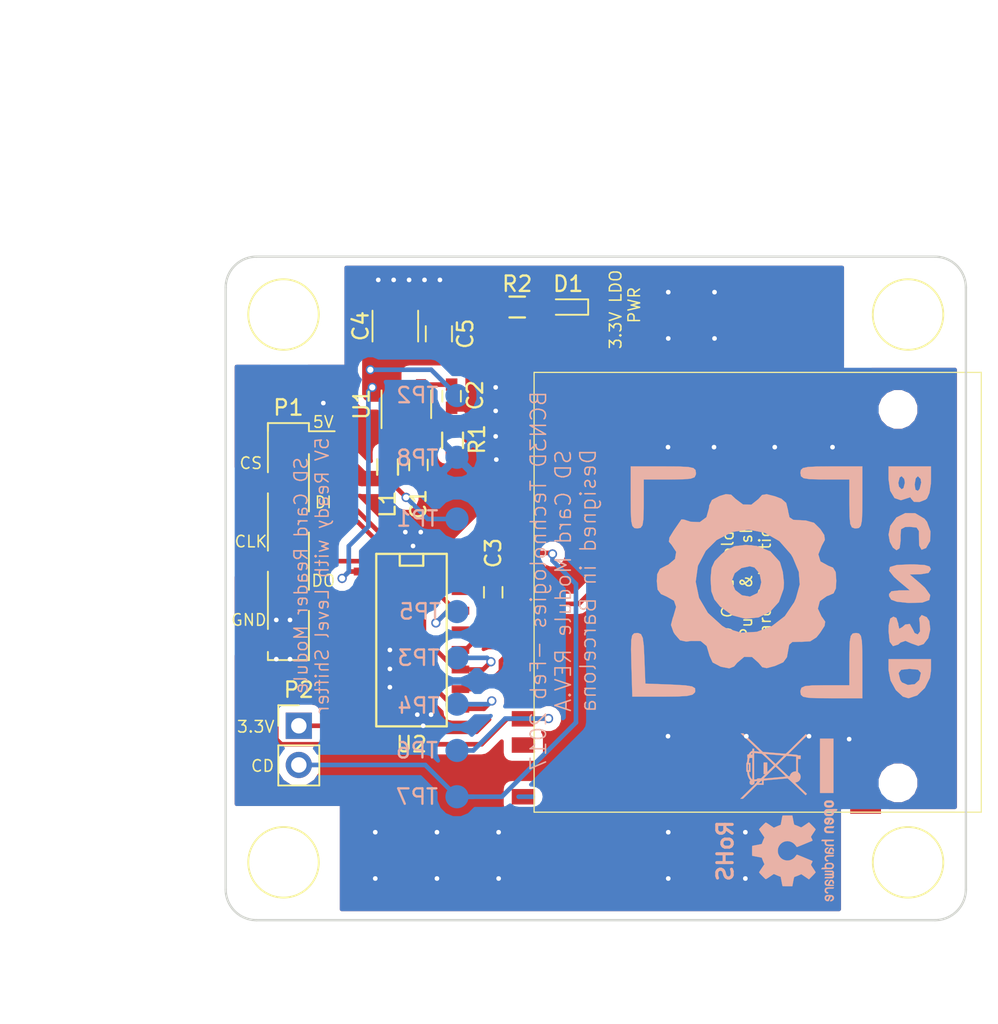
<source format=kicad_pcb>
(kicad_pcb (version 4) (host pcbnew 4.0.5)

  (general
    (links 90)
    (no_connects 0)
    (area 109.924999 76.924999 158.075001 120.075001)
    (thickness 1.6)
    (drawings 25)
    (tracks 143)
    (zones 0)
    (modules 77)
    (nets 22)
  )

  (page A4)
  (title_block
    (title "SD Card Module")
    (date 2017-02-21)
    (rev REV.A)
    (company "BCN3D Technologies")
    (comment 1 "SD Card Module with Level Shifter")
  )

  (layers
    (0 F.Cu signal)
    (31 B.Cu signal)
    (32 B.Adhes user)
    (33 F.Adhes user)
    (34 B.Paste user)
    (35 F.Paste user)
    (36 B.SilkS user)
    (37 F.SilkS user)
    (38 B.Mask user)
    (39 F.Mask user)
    (40 Dwgs.User user)
    (41 Cmts.User user)
    (42 Eco1.User user)
    (43 Eco2.User user)
    (44 Edge.Cuts user)
    (45 Margin user)
    (46 B.CrtYd user)
    (47 F.CrtYd user)
    (48 B.Fab user)
    (49 F.Fab user)
  )

  (setup
    (last_trace_width 0.3)
    (user_trace_width 0.3)
    (user_trace_width 0.6)
    (user_trace_width 1)
    (trace_clearance 0.2)
    (zone_clearance 0.508)
    (zone_45_only yes)
    (trace_min 0.2)
    (segment_width 0.2)
    (edge_width 0.15)
    (via_size 0.6)
    (via_drill 0.4)
    (via_min_size 0.4)
    (via_min_drill 0.3)
    (uvia_size 0.3)
    (uvia_drill 0.1)
    (uvias_allowed no)
    (uvia_min_size 0.2)
    (uvia_min_drill 0.1)
    (pcb_text_width 0.1)
    (pcb_text_size 0.75 0.75)
    (mod_edge_width 0.15)
    (mod_text_size 1 1)
    (mod_text_width 0.15)
    (pad_size 0.6 0.6)
    (pad_drill 0.3)
    (pad_to_mask_clearance 0.2)
    (aux_axis_origin 0 0)
    (grid_origin 120.3935 122.006)
    (visible_elements 7FFFFF7F)
    (pcbplotparams
      (layerselection 0x010f0_80000001)
      (usegerberextensions true)
      (excludeedgelayer true)
      (linewidth 0.100000)
      (plotframeref false)
      (viasonmask false)
      (mode 1)
      (useauxorigin false)
      (hpglpennumber 1)
      (hpglpenspeed 20)
      (hpglpendiameter 15)
      (hpglpenoverlay 2)
      (psnegative false)
      (psa4output false)
      (plotreference true)
      (plotvalue true)
      (plotinvisibletext false)
      (padsonsilk true)
      (subtractmaskfromsilk false)
      (outputformat 1)
      (mirror false)
      (drillshape 0)
      (scaleselection 1)
      (outputdirectory GERBERS/))
  )

  (net 0 "")
  (net 1 GND)
  (net 2 "Net-(C1-Pad1)")
  (net 3 "Net-(C2-Pad1)")
  (net 4 +3V3)
  (net 5 "Net-(CON1-Pad1)")
  (net 6 "Net-(CON1-Pad2)")
  (net 7 "Net-(CON1-Pad5)")
  (net 8 DO)
  (net 9 "Net-(D1-Pad2)")
  (net 10 CLK)
  (net 11 CS)
  (net 12 DI)
  (net 13 "Net-(R1-Pad2)")
  (net 14 +5V)
  (net 15 CD)
  (net 16 "Net-(CON1-Pad9)")
  (net 17 "Net-(CON1-Pad11)")
  (net 18 "Net-(CON1-Pad8)")
  (net 19 "Net-(U2-Pad6)")
  (net 20 "Net-(U2-Pad4)")
  (net 21 "Net-(U2-Pad2)")

  (net_class Default "Esta es la clase de red por defecto."
    (clearance 0.2)
    (trace_width 0.25)
    (via_dia 0.6)
    (via_drill 0.4)
    (uvia_dia 0.3)
    (uvia_drill 0.1)
    (add_net +3V3)
    (add_net +5V)
    (add_net CD)
    (add_net CLK)
    (add_net CS)
    (add_net DI)
    (add_net DO)
    (add_net GND)
    (add_net "Net-(C1-Pad1)")
    (add_net "Net-(C2-Pad1)")
    (add_net "Net-(CON1-Pad1)")
    (add_net "Net-(CON1-Pad11)")
    (add_net "Net-(CON1-Pad2)")
    (add_net "Net-(CON1-Pad5)")
    (add_net "Net-(CON1-Pad8)")
    (add_net "Net-(CON1-Pad9)")
    (add_net "Net-(D1-Pad2)")
    (add_net "Net-(R1-Pad2)")
    (add_net "Net-(U2-Pad2)")
    (add_net "Net-(U2-Pad4)")
    (add_net "Net-(U2-Pad6)")
  )

  (module Vias:Via-0.6mm (layer F.Cu) (tedit 58AC27A3) (tstamp 58EB8F26)
    (at 123.8935 78.506)
    (fp_text reference REF** (at 0 1.6) (layer F.SilkS) hide
      (effects (font (size 1 1) (thickness 0.15)))
    )
    (fp_text value Via-0.6mm (at 0.1 -1.9) (layer F.Fab) hide
      (effects (font (size 1 1) (thickness 0.15)))
    )
    (pad 1 thru_hole circle (at 0 0) (size 0.6 0.6) (drill 0.3) (layers *.Cu)
      (net 1 GND) (zone_connect 2))
  )

  (module Vias:Via-0.6mm (layer F.Cu) (tedit 58AC27A3) (tstamp 58EB8F22)
    (at 122.8935 78.506)
    (fp_text reference REF** (at 0 1.6) (layer F.SilkS) hide
      (effects (font (size 1 1) (thickness 0.15)))
    )
    (fp_text value Via-0.6mm (at 0.1 -1.9) (layer F.Fab) hide
      (effects (font (size 1 1) (thickness 0.15)))
    )
    (pad 1 thru_hole circle (at 0 0) (size 0.6 0.6) (drill 0.3) (layers *.Cu)
      (net 1 GND) (zone_connect 2))
  )

  (module Vias:Via-0.6mm (layer F.Cu) (tedit 58AC27A3) (tstamp 58EB8F1E)
    (at 121.8935 78.506)
    (fp_text reference REF** (at 0 1.6) (layer F.SilkS) hide
      (effects (font (size 1 1) (thickness 0.15)))
    )
    (fp_text value Via-0.6mm (at 0.1 -1.9) (layer F.Fab) hide
      (effects (font (size 1 1) (thickness 0.15)))
    )
    (pad 1 thru_hole circle (at 0 0) (size 0.6 0.6) (drill 0.3) (layers *.Cu)
      (net 1 GND) (zone_connect 2))
  )

  (module Vias:Via-0.6mm (layer F.Cu) (tedit 58AC27A3) (tstamp 58EB8F1A)
    (at 120.8935 78.506)
    (fp_text reference REF** (at 0 1.6) (layer F.SilkS) hide
      (effects (font (size 1 1) (thickness 0.15)))
    )
    (fp_text value Via-0.6mm (at 0.1 -1.9) (layer F.Fab) hide
      (effects (font (size 1 1) (thickness 0.15)))
    )
    (pad 1 thru_hole circle (at 0 0) (size 0.6 0.6) (drill 0.3) (layers *.Cu)
      (net 1 GND) (zone_connect 2))
  )

  (module Vias:Via-0.6mm (layer F.Cu) (tedit 58AC27A3) (tstamp 58EB8F04)
    (at 119.8935 78.506)
    (fp_text reference REF** (at 0 1.6) (layer F.SilkS) hide
      (effects (font (size 1 1) (thickness 0.15)))
    )
    (fp_text value Via-0.6mm (at 0.1 -1.9) (layer F.Fab) hide
      (effects (font (size 1 1) (thickness 0.15)))
    )
    (pad 1 thru_hole circle (at 0 0) (size 0.6 0.6) (drill 0.3) (layers *.Cu)
      (net 1 GND) (zone_connect 2))
  )

  (module Vias:Via-0.6mm (layer F.Cu) (tedit 58AC27A3) (tstamp 58EB6E02)
    (at 122.8065 107.401)
    (fp_text reference REF** (at 0 1.6) (layer F.SilkS) hide
      (effects (font (size 1 1) (thickness 0.15)))
    )
    (fp_text value Via-0.6mm (at 0.1 -1.9) (layer F.Fab) hide
      (effects (font (size 1 1) (thickness 0.15)))
    )
    (pad 1 thru_hole circle (at 0 0) (size 0.6 0.6) (drill 0.3) (layers *.Cu)
      (net 1 GND) (zone_connect 2))
  )

  (module TO_SOT_Packages_SMD:SOT-23-5 (layer F.Cu) (tedit 58AAFFD4) (tstamp 58A566BF)
    (at 121.715 86.567 90)
    (descr "5-pin SOT23 package")
    (tags SOT-23-5)
    (path /58A4A770)
    (attr smd)
    (fp_text reference U1 (at 0 -2.9 90) (layer F.SilkS)
      (effects (font (size 1 1) (thickness 0.15)))
    )
    (fp_text value LD3985M33R (at 11.067 0.535 180) (layer F.Fab)
      (effects (font (size 1 1) (thickness 0.15)))
    )
    (fp_line (start -0.9 1.61) (end 0.9 1.61) (layer F.SilkS) (width 0.12))
    (fp_line (start 0.9 -1.61) (end -1.55 -1.61) (layer F.SilkS) (width 0.12))
    (fp_line (start -1.9 -1.8) (end 1.9 -1.8) (layer F.CrtYd) (width 0.05))
    (fp_line (start 1.9 -1.8) (end 1.9 1.8) (layer F.CrtYd) (width 0.05))
    (fp_line (start 1.9 1.8) (end -1.9 1.8) (layer F.CrtYd) (width 0.05))
    (fp_line (start -1.9 1.8) (end -1.9 -1.8) (layer F.CrtYd) (width 0.05))
    (fp_line (start -0.9 -0.9) (end -0.25 -1.55) (layer F.Fab) (width 0.1))
    (fp_line (start 0.9 -1.55) (end -0.25 -1.55) (layer F.Fab) (width 0.1))
    (fp_line (start -0.9 -0.9) (end -0.9 1.55) (layer F.Fab) (width 0.1))
    (fp_line (start 0.9 1.55) (end -0.9 1.55) (layer F.Fab) (width 0.1))
    (fp_line (start 0.9 -1.55) (end 0.9 1.55) (layer F.Fab) (width 0.1))
    (pad 1 smd rect (at -1.1 -0.95 90) (size 1.06 0.65) (layers F.Cu F.Paste F.Mask)
      (net 2 "Net-(C1-Pad1)"))
    (pad 2 smd rect (at -1.1 0 90) (size 1.06 0.65) (layers F.Cu F.Paste F.Mask)
      (net 1 GND))
    (pad 3 smd rect (at -1.1 0.95 90) (size 1.06 0.65) (layers F.Cu F.Paste F.Mask)
      (net 13 "Net-(R1-Pad2)"))
    (pad 4 smd rect (at 1.1 0.95 90) (size 1.06 0.65) (layers F.Cu F.Paste F.Mask)
      (net 3 "Net-(C2-Pad1)"))
    (pad 5 smd rect (at 1.1 -0.95 90) (size 1.06 0.65) (layers F.Cu F.Paste F.Mask)
      (net 4 +3V3))
    (model TO_SOT_Packages_SMD.3dshapes/SOT-23-5.wrl
      (at (xyz 0 0 0))
      (scale (xyz 1 1 1))
      (rotate (xyz 0 0 0))
    )
  )

  (module Vias:Via-0.6mm (layer F.Cu) (tedit 58AC27A3) (tstamp 58C27B82)
    (at 150.4315 108.2675)
    (fp_text reference REF** (at 0 1.6) (layer F.SilkS) hide
      (effects (font (size 1 1) (thickness 0.15)))
    )
    (fp_text value Via-0.6mm (at 0.1 -1.9) (layer F.Fab) hide
      (effects (font (size 1 1) (thickness 0.15)))
    )
    (pad 1 thru_hole circle (at 0 0) (size 0.6 0.6) (drill 0.3) (layers *.Cu)
      (net 1 GND) (zone_connect 2))
  )

  (module Vias:Via-0.6mm (layer F.Cu) (tedit 58AC27A3) (tstamp 58C27B7E)
    (at 147.828 108.077)
    (fp_text reference REF** (at 0 1.6) (layer F.SilkS) hide
      (effects (font (size 1 1) (thickness 0.15)))
    )
    (fp_text value Via-0.6mm (at 0.1 -1.9) (layer F.Fab) hide
      (effects (font (size 1 1) (thickness 0.15)))
    )
    (pad 1 thru_hole circle (at 0 0) (size 0.6 0.6) (drill 0.3) (layers *.Cu)
      (net 1 GND) (zone_connect 2))
  )

  (module Vias:Via-0.6mm (layer F.Cu) (tedit 58AC27A3) (tstamp 58C27B7A)
    (at 143.764 108.077)
    (fp_text reference REF** (at 0 1.6) (layer F.SilkS) hide
      (effects (font (size 1 1) (thickness 0.15)))
    )
    (fp_text value Via-0.6mm (at 0.1 -1.9) (layer F.Fab) hide
      (effects (font (size 1 1) (thickness 0.15)))
    )
    (pad 1 thru_hole circle (at 0 0) (size 0.6 0.6) (drill 0.3) (layers *.Cu)
      (net 1 GND) (zone_connect 2))
  )

  (module Vias:Via-0.6mm (layer F.Cu) (tedit 58AC27A3) (tstamp 58C27B65)
    (at 138.684 108.077)
    (fp_text reference REF** (at 0 1.6) (layer F.SilkS) hide
      (effects (font (size 1 1) (thickness 0.15)))
    )
    (fp_text value Via-0.6mm (at 0.1 -1.9) (layer F.Fab) hide
      (effects (font (size 1 1) (thickness 0.15)))
    )
    (pad 1 thru_hole circle (at 0 0) (size 0.6 0.6) (drill 0.3) (layers *.Cu)
      (net 1 GND) (zone_connect 2))
  )

  (module Vias:Via-0.6mm (layer F.Cu) (tedit 58AC27A3) (tstamp 58C27AEE)
    (at 149.352 89.3445)
    (fp_text reference REF** (at 0 1.6) (layer F.SilkS) hide
      (effects (font (size 1 1) (thickness 0.15)))
    )
    (fp_text value Via-0.6mm (at 0.1 -1.9) (layer F.Fab) hide
      (effects (font (size 1 1) (thickness 0.15)))
    )
    (pad 1 thru_hole circle (at 0 0) (size 0.6 0.6) (drill 0.3) (layers *.Cu)
      (net 1 GND) (zone_connect 2))
  )

  (module Vias:Via-0.6mm (layer F.Cu) (tedit 58AC27A3) (tstamp 58C27AEA)
    (at 145.6055 89.3445)
    (fp_text reference REF** (at 0 1.6) (layer F.SilkS) hide
      (effects (font (size 1 1) (thickness 0.15)))
    )
    (fp_text value Via-0.6mm (at 0.1 -1.9) (layer F.Fab) hide
      (effects (font (size 1 1) (thickness 0.15)))
    )
    (pad 1 thru_hole circle (at 0 0) (size 0.6 0.6) (drill 0.3) (layers *.Cu)
      (net 1 GND) (zone_connect 2))
  )

  (module Vias:Via-0.6mm (layer F.Cu) (tedit 58AC27A3) (tstamp 58C27AE1)
    (at 141.6685 89.3445)
    (fp_text reference REF** (at 0 1.6) (layer F.SilkS) hide
      (effects (font (size 1 1) (thickness 0.15)))
    )
    (fp_text value Via-0.6mm (at 0.1 -1.9) (layer F.Fab) hide
      (effects (font (size 1 1) (thickness 0.15)))
    )
    (pad 1 thru_hole circle (at 0 0) (size 0.6 0.6) (drill 0.3) (layers *.Cu)
      (net 1 GND) (zone_connect 2))
  )

  (module Vias:Via-0.6mm (layer F.Cu) (tedit 58AC27A3) (tstamp 58C27AC5)
    (at 138.684 89.3445)
    (fp_text reference REF** (at 0 1.6) (layer F.SilkS) hide
      (effects (font (size 1 1) (thickness 0.15)))
    )
    (fp_text value Via-0.6mm (at 0.1 -1.9) (layer F.Fab) hide
      (effects (font (size 1 1) (thickness 0.15)))
    )
    (pad 1 thru_hole circle (at 0 0) (size 0.6 0.6) (drill 0.3) (layers *.Cu)
      (net 1 GND) (zone_connect 2))
  )

  (module Vias:Via-0.6mm (layer F.Cu) (tedit 58AC27A3) (tstamp 58C17E21)
    (at 122.15 95.75)
    (fp_text reference REF** (at 0 1.6) (layer F.SilkS) hide
      (effects (font (size 1 1) (thickness 0.15)))
    )
    (fp_text value Via-0.6mm (at 0.1 -1.9) (layer F.Fab) hide
      (effects (font (size 1 1) (thickness 0.15)))
    )
    (pad 1 thru_hole circle (at 0 0) (size 0.6 0.6) (drill 0.3) (layers *.Cu)
      (net 1 GND) (zone_connect 2))
  )

  (module Vias:Via-0.6mm (layer F.Cu) (tedit 58AC27A3) (tstamp 58C17E1D)
    (at 122.65 94.85)
    (fp_text reference REF** (at 0 1.6) (layer F.SilkS) hide
      (effects (font (size 1 1) (thickness 0.15)))
    )
    (fp_text value Via-0.6mm (at 0.1 -1.9) (layer F.Fab) hide
      (effects (font (size 1 1) (thickness 0.15)))
    )
    (pad 1 thru_hole circle (at 0 0) (size 0.6 0.6) (drill 0.3) (layers *.Cu)
      (net 1 GND) (zone_connect 2))
  )

  (module Vias:Via-0.6mm (layer F.Cu) (tedit 58AC27A3) (tstamp 58C17E19)
    (at 121.65 94.85)
    (fp_text reference REF** (at 0 1.6) (layer F.SilkS) hide
      (effects (font (size 1 1) (thickness 0.15)))
    )
    (fp_text value Via-0.6mm (at 0.1 -1.9) (layer F.Fab) hide
      (effects (font (size 1 1) (thickness 0.15)))
    )
    (pad 1 thru_hole circle (at 0 0) (size 0.6 0.6) (drill 0.3) (layers *.Cu)
      (net 1 GND) (zone_connect 2))
  )

  (module Vias:Via-0.6mm (layer F.Cu) (tedit 58AC27A3) (tstamp 58C17DEE)
    (at 120.6475 102.489)
    (fp_text reference REF** (at 0 1.6) (layer F.SilkS) hide
      (effects (font (size 1 1) (thickness 0.15)))
    )
    (fp_text value Via-0.6mm (at 0.1 -1.9) (layer F.Fab) hide
      (effects (font (size 1 1) (thickness 0.15)))
    )
    (pad 1 thru_hole circle (at 0 0) (size 0.6 0.6) (drill 0.3) (layers *.Cu)
      (net 1 GND) (zone_connect 2))
  )

  (module Vias:Via-0.6mm (layer F.Cu) (tedit 58AC27A3) (tstamp 58C17DEA)
    (at 120.6475 103.718)
    (fp_text reference REF** (at 0 1.6) (layer F.SilkS) hide
      (effects (font (size 1 1) (thickness 0.15)))
    )
    (fp_text value Via-0.6mm (at 0.1 -1.9) (layer F.Fab) hide
      (effects (font (size 1 1) (thickness 0.15)))
    )
    (pad 1 thru_hole circle (at 0 0) (size 0.6 0.6) (drill 0.3) (layers *.Cu)
      (net 1 GND) (zone_connect 2))
  )

  (module BCN3D_Technologies:WE_SD_Card_Push&Push (layer F.Cu) (tedit 58C17491) (tstamp 58C177A6)
    (at 140.5 99 90)
    (path /58A448F1)
    (fp_text reference CON1 (at 1.2 15.4 90) (layer F.SilkS) hide
      (effects (font (size 1 1) (thickness 0.15)))
    )
    (fp_text value SD_Card (at 1.2 -13.2 90) (layer F.Fab)
      (effects (font (size 1 1) (thickness 0.15)))
    )
    (fp_line (start -14 -10.5) (end 14.5 -10.5) (layer F.SilkS) (width 0.08))
    (fp_line (start 14.5 -10.5) (end 14.5 18.5) (layer F.SilkS) (width 0.08))
    (fp_line (start 14.5 18.5) (end -14 18.5) (layer F.SilkS) (width 0.08))
    (fp_line (start -14 18.5) (end -14 -10.5) (layer F.SilkS) (width 0.08))
    (pad 13 smd rect (at 14 9.8 90) (size 1.2 2) (layers F.Cu F.Paste F.Mask)
      (net 1 GND))
    (pad 11 smd rect (at -13 -11.2 90) (size 1 1.5) (layers F.Cu F.Paste F.Mask)
      (net 17 "Net-(CON1-Pad11)"))
    (pad 1 smd rect (at 7 -11.2 90) (size 1 1.5) (layers F.Cu F.Paste F.Mask)
      (net 5 "Net-(CON1-Pad1)"))
    (pad 9 smd rect (at 9.5 -11.2 90) (size 1 1.5) (layers F.Cu F.Paste F.Mask)
      (net 16 "Net-(CON1-Pad9)"))
    (pad 2 smd rect (at 4.5 -11.2 90) (size 1 1.5) (layers F.Cu F.Paste F.Mask)
      (net 6 "Net-(CON1-Pad2)"))
    (pad 10 smd rect (at 2.8 -11.2 90) (size 1 1.5) (layers F.Cu F.Paste F.Mask)
      (net 15 CD))
    (pad 3 smd rect (at 1.15 -11.2 90) (size 1 1.5) (layers F.Cu F.Paste F.Mask)
      (net 1 GND))
    (pad 4 smd rect (at -0.5 -11.2 90) (size 1 1.5) (layers F.Cu F.Paste F.Mask)
      (net 4 +3V3))
    (pad 5 smd rect (at -3 -11.2 90) (size 1 1.5) (layers F.Cu F.Paste F.Mask)
      (net 7 "Net-(CON1-Pad5)"))
    (pad 6 smd rect (at -5.5 -11.2 90) (size 1 1.5) (layers F.Cu F.Paste F.Mask)
      (net 1 GND))
    (pad 7 smd rect (at -7.95 -11.2 90) (size 1 1.5) (layers F.Cu F.Paste F.Mask)
      (net 8 DO))
    (pad 8 smd rect (at -9.65 -11.2 90) (size 1 1.5) (layers F.Cu F.Paste F.Mask)
      (net 18 "Net-(CON1-Pad8)"))
    (pad 12 smd rect (at -13.5 11 90) (size 1.2 2) (layers F.Cu F.Paste F.Mask)
      (net 1 GND))
    (pad "" np_thru_hole circle (at -12.1 13.1 90) (size 1.5 1.5) (drill 1.5) (layers *.Cu *.Mask))
    (pad "" np_thru_hole circle (at 12.1 13.1 90) (size 1.5 1.5) (drill 1.5) (layers *.Cu *.Mask))
    (model "../../../../../../Users/mcobler/Documents/KiCAD/Libraries/BCN3D Technologies/3D Models/WE_SD_Card_Holder_Push&Push.wrl"
      (at (xyz 0.03 -0.16 0.0075))
      (scale (xyz 0.3937 0.3937 0.3937))
      (rotate (xyz 0 0 180))
    )
  )

  (module SMD_Packages:SO-16-N (layer F.Cu) (tedit 58AAFFBF) (tstamp 58A566DA)
    (at 122.05 101.85 270)
    (descr "Module CMS SOJ 16 pins large")
    (tags "CMS SOJ")
    (path /58A449CC)
    (attr smd)
    (fp_text reference U2 (at 6.75 0 360) (layer F.SilkS)
      (effects (font (size 1 1) (thickness 0.15)))
    )
    (fp_text value 4050 (at 0 0 270) (layer F.Fab)
      (effects (font (size 1 1) (thickness 0.15)))
    )
    (fp_line (start -5.588 -0.762) (end -4.826 -0.762) (layer F.SilkS) (width 0.15))
    (fp_line (start -4.826 -0.762) (end -4.826 0.762) (layer F.SilkS) (width 0.15))
    (fp_line (start -4.826 0.762) (end -5.588 0.762) (layer F.SilkS) (width 0.15))
    (fp_line (start 5.588 -2.286) (end 5.588 2.286) (layer F.SilkS) (width 0.15))
    (fp_line (start 5.588 2.286) (end -5.588 2.286) (layer F.SilkS) (width 0.15))
    (fp_line (start -5.588 2.286) (end -5.588 -2.286) (layer F.SilkS) (width 0.15))
    (fp_line (start -5.588 -2.286) (end 5.588 -2.286) (layer F.SilkS) (width 0.15))
    (pad 16 smd rect (at -4.445 -3.175 270) (size 0.508 1.143) (layers F.Cu F.Paste F.Mask))
    (pad 14 smd rect (at -1.905 -3.175 270) (size 0.508 1.143) (layers F.Cu F.Paste F.Mask)
      (net 11 CS))
    (pad 13 smd rect (at -0.635 -3.175 270) (size 0.508 1.143) (layers F.Cu F.Paste F.Mask))
    (pad 12 smd rect (at 0.635 -3.175 270) (size 0.508 1.143) (layers F.Cu F.Paste F.Mask)
      (net 6 "Net-(CON1-Pad2)"))
    (pad 11 smd rect (at 1.905 -3.175 270) (size 0.508 1.143) (layers F.Cu F.Paste F.Mask)
      (net 12 DI))
    (pad 10 smd rect (at 3.175 -3.175 270) (size 0.508 1.143) (layers F.Cu F.Paste F.Mask)
      (net 7 "Net-(CON1-Pad5)"))
    (pad 9 smd rect (at 4.445 -3.175 270) (size 0.508 1.143) (layers F.Cu F.Paste F.Mask)
      (net 10 CLK))
    (pad 8 smd rect (at 4.445 3.175 270) (size 0.508 1.143) (layers F.Cu F.Paste F.Mask)
      (net 1 GND))
    (pad 7 smd rect (at 3.175 3.175 270) (size 0.508 1.143) (layers F.Cu F.Paste F.Mask)
      (net 1 GND))
    (pad 6 smd rect (at 1.905 3.175 270) (size 0.508 1.143) (layers F.Cu F.Paste F.Mask)
      (net 19 "Net-(U2-Pad6)"))
    (pad 5 smd rect (at 0.635 3.175 270) (size 0.508 1.143) (layers F.Cu F.Paste F.Mask)
      (net 1 GND))
    (pad 4 smd rect (at -0.635 3.175 270) (size 0.508 1.143) (layers F.Cu F.Paste F.Mask)
      (net 20 "Net-(U2-Pad4)"))
    (pad 3 smd rect (at -1.905 3.175 270) (size 0.508 1.143) (layers F.Cu F.Paste F.Mask)
      (net 1 GND))
    (pad 2 smd rect (at -3.175 3.175 270) (size 0.508 1.143) (layers F.Cu F.Paste F.Mask)
      (net 21 "Net-(U2-Pad2)"))
    (pad 1 smd rect (at -4.445 3.175 270) (size 0.508 1.143) (layers F.Cu F.Paste F.Mask)
      (net 4 +3V3))
    (pad 15 smd rect (at -3.175 -3.175 270) (size 0.508 1.143) (layers F.Cu F.Paste F.Mask)
      (net 5 "Net-(CON1-Pad1)"))
    (model SMD_Packages.3dshapes/SO-16-N.wrl
      (at (xyz 0 0 0))
      (scale (xyz 0.5 0.4 0.5))
      (rotate (xyz 0 0 0))
    )
  )

  (module Vias:Via-0.6mm (layer F.Cu) (tedit 58AC27A3) (tstamp 58AC679E)
    (at 123.317 106.68)
    (fp_text reference REF** (at 0 1.6) (layer F.SilkS) hide
      (effects (font (size 1 1) (thickness 0.15)))
    )
    (fp_text value Via-0.6mm (at 0.1 -1.9) (layer F.Fab) hide
      (effects (font (size 1 1) (thickness 0.15)))
    )
    (pad 1 thru_hole circle (at 0 0) (size 0.6 0.6) (drill 0.3) (layers *.Cu)
      (net 1 GND) (zone_connect 2))
  )

  (module Vias:Via-0.6mm (layer F.Cu) (tedit 58AC27A3) (tstamp 58AC6799)
    (at 116.332 86.487)
    (fp_text reference REF** (at 0 1.6) (layer F.SilkS) hide
      (effects (font (size 1 1) (thickness 0.15)))
    )
    (fp_text value Via-0.6mm (at 0.1 -1.9) (layer F.Fab) hide
      (effects (font (size 1 1) (thickness 0.15)))
    )
    (pad 1 thru_hole circle (at 0 0) (size 0.6 0.6) (drill 0.3) (layers *.Cu)
      (net 1 GND) (zone_connect 2))
  )

  (module Vias:Via-0.6mm (layer F.Cu) (tedit 58AC27A3) (tstamp 58AC6794)
    (at 127.508 85.471)
    (fp_text reference REF** (at 0 1.6) (layer F.SilkS) hide
      (effects (font (size 1 1) (thickness 0.15)))
    )
    (fp_text value Via-0.6mm (at 0.1 -1.9) (layer F.Fab) hide
      (effects (font (size 1 1) (thickness 0.15)))
    )
    (pad 1 thru_hole circle (at 0 0) (size 0.6 0.6) (drill 0.3) (layers *.Cu)
      (net 1 GND) (zone_connect 2))
  )

  (module Vias:Via-0.6mm (layer F.Cu) (tedit 58AC27A3) (tstamp 58AC678F)
    (at 127.508 86.995)
    (fp_text reference REF** (at 0 1.6) (layer F.SilkS) hide
      (effects (font (size 1 1) (thickness 0.15)))
    )
    (fp_text value Via-0.6mm (at 0.1 -1.9) (layer F.Fab) hide
      (effects (font (size 1 1) (thickness 0.15)))
    )
    (pad 1 thru_hole circle (at 0 0) (size 0.6 0.6) (drill 0.3) (layers *.Cu)
      (net 1 GND) (zone_connect 2))
  )

  (module Vias:Via-0.6mm (layer F.Cu) (tedit 58AC27A3) (tstamp 58AC678A)
    (at 127.508 88.646)
    (fp_text reference REF** (at 0 1.6) (layer F.SilkS) hide
      (effects (font (size 1 1) (thickness 0.15)))
    )
    (fp_text value Via-0.6mm (at 0.1 -1.9) (layer F.Fab) hide
      (effects (font (size 1 1) (thickness 0.15)))
    )
    (pad 1 thru_hole circle (at 0 0) (size 0.6 0.6) (drill 0.3) (layers *.Cu)
      (net 1 GND) (zone_connect 2))
  )

  (module Vias:Via-0.6mm (layer F.Cu) (tedit 58AC27A3) (tstamp 58AC6784)
    (at 119.7 117.3)
    (fp_text reference REF** (at 0 1.6) (layer F.SilkS) hide
      (effects (font (size 1 1) (thickness 0.15)))
    )
    (fp_text value Via-0.6mm (at 0.1 -1.9) (layer F.Fab) hide
      (effects (font (size 1 1) (thickness 0.15)))
    )
    (pad 1 thru_hole circle (at 0 0) (size 0.6 0.6) (drill 0.3) (layers *.Cu)
      (net 1 GND) (zone_connect 2))
  )

  (module Vias:Via-0.6mm (layer F.Cu) (tedit 58AC27A3) (tstamp 58AC677E)
    (at 123.7 117.3)
    (fp_text reference REF** (at 0 1.6) (layer F.SilkS) hide
      (effects (font (size 1 1) (thickness 0.15)))
    )
    (fp_text value Via-0.6mm (at 0.1 -1.9) (layer F.Fab) hide
      (effects (font (size 1 1) (thickness 0.15)))
    )
    (pad 1 thru_hole circle (at 0 0) (size 0.6 0.6) (drill 0.3) (layers *.Cu)
      (net 1 GND) (zone_connect 2))
  )

  (module Vias:Via-0.6mm (layer F.Cu) (tedit 58AC27A3) (tstamp 58AC6778)
    (at 127.7 117.3)
    (fp_text reference REF** (at 0 1.6) (layer F.SilkS) hide
      (effects (font (size 1 1) (thickness 0.15)))
    )
    (fp_text value Via-0.6mm (at 0.1 -1.9) (layer F.Fab) hide
      (effects (font (size 1 1) (thickness 0.15)))
    )
    (pad 1 thru_hole circle (at 0 0) (size 0.6 0.6) (drill 0.3) (layers *.Cu)
      (net 1 GND) (zone_connect 2))
  )

  (module Vias:Via-0.6mm (layer F.Cu) (tedit 58AC27A3) (tstamp 58AC6773)
    (at 127.7 114.3)
    (fp_text reference REF** (at 0 1.6) (layer F.SilkS) hide
      (effects (font (size 1 1) (thickness 0.15)))
    )
    (fp_text value Via-0.6mm (at 0.1 -1.9) (layer F.Fab) hide
      (effects (font (size 1 1) (thickness 0.15)))
    )
    (pad 1 thru_hole circle (at 0 0) (size 0.6 0.6) (drill 0.3) (layers *.Cu)
      (net 1 GND) (zone_connect 2))
  )

  (module Vias:Via-0.6mm (layer F.Cu) (tedit 58AC27A3) (tstamp 58AC676D)
    (at 123.7 114.3)
    (fp_text reference REF** (at 0 1.6) (layer F.SilkS) hide
      (effects (font (size 1 1) (thickness 0.15)))
    )
    (fp_text value Via-0.6mm (at 0.1 -1.9) (layer F.Fab) hide
      (effects (font (size 1 1) (thickness 0.15)))
    )
    (pad 1 thru_hole circle (at 0 0) (size 0.6 0.6) (drill 0.3) (layers *.Cu)
      (net 1 GND) (zone_connect 2))
  )

  (module Vias:Via-0.6mm (layer F.Cu) (tedit 58AC27A3) (tstamp 58AC6768)
    (at 119.7 114.3)
    (fp_text reference REF** (at 0 1.6) (layer F.SilkS) hide
      (effects (font (size 1 1) (thickness 0.15)))
    )
    (fp_text value Via-0.6mm (at 0.1 -1.9) (layer F.Fab) hide
      (effects (font (size 1 1) (thickness 0.15)))
    )
    (pad 1 thru_hole circle (at 0 0) (size 0.6 0.6) (drill 0.3) (layers *.Cu)
      (net 1 GND) (zone_connect 2))
  )

  (module Vias:Via-0.6mm (layer F.Cu) (tedit 58AC27A3) (tstamp 58AC6763)
    (at 138.7 117.3)
    (fp_text reference REF** (at 0 1.6) (layer F.SilkS) hide
      (effects (font (size 1 1) (thickness 0.15)))
    )
    (fp_text value Via-0.6mm (at 0.1 -1.9) (layer F.Fab) hide
      (effects (font (size 1 1) (thickness 0.15)))
    )
    (pad 1 thru_hole circle (at 0 0) (size 0.6 0.6) (drill 0.3) (layers *.Cu)
      (net 1 GND) (zone_connect 2))
  )

  (module Vias:Via-0.6mm (layer F.Cu) (tedit 58AC27A3) (tstamp 58AC675E)
    (at 143.7 117.3)
    (fp_text reference REF** (at 0 1.6) (layer F.SilkS) hide
      (effects (font (size 1 1) (thickness 0.15)))
    )
    (fp_text value Via-0.6mm (at 0.1 -1.9) (layer F.Fab) hide
      (effects (font (size 1 1) (thickness 0.15)))
    )
    (pad 1 thru_hole circle (at 0 0) (size 0.6 0.6) (drill 0.3) (layers *.Cu)
      (net 1 GND) (zone_connect 2))
  )

  (module Vias:Via-0.6mm (layer F.Cu) (tedit 58AC27A3) (tstamp 58AC6759)
    (at 143.7 114.3)
    (fp_text reference REF** (at 0 1.6) (layer F.SilkS) hide
      (effects (font (size 1 1) (thickness 0.15)))
    )
    (fp_text value Via-0.6mm (at 0.1 -1.9) (layer F.Fab) hide
      (effects (font (size 1 1) (thickness 0.15)))
    )
    (pad 1 thru_hole circle (at 0 0) (size 0.6 0.6) (drill 0.3) (layers *.Cu)
      (net 1 GND) (zone_connect 2))
  )

  (module Vias:Via-0.6mm (layer F.Cu) (tedit 58AC27A3) (tstamp 58AC6754)
    (at 138.7 114.3)
    (fp_text reference REF** (at 0 1.6) (layer F.SilkS) hide
      (effects (font (size 1 1) (thickness 0.15)))
    )
    (fp_text value Via-0.6mm (at 0.1 -1.9) (layer F.Fab) hide
      (effects (font (size 1 1) (thickness 0.15)))
    )
    (pad 1 thru_hole circle (at 0 0) (size 0.6 0.6) (drill 0.3) (layers *.Cu)
      (net 1 GND) (zone_connect 2))
  )

  (module Vias:Via-0.6mm (layer F.Cu) (tedit 58AC27A3) (tstamp 58AC674E)
    (at 141.7 82.3)
    (fp_text reference REF** (at 0 1.6) (layer F.SilkS) hide
      (effects (font (size 1 1) (thickness 0.15)))
    )
    (fp_text value Via-0.6mm (at 0.1 -1.9) (layer F.Fab) hide
      (effects (font (size 1 1) (thickness 0.15)))
    )
    (pad 1 thru_hole circle (at 0 0) (size 0.6 0.6) (drill 0.3) (layers *.Cu)
      (net 1 GND) (zone_connect 2))
  )

  (module Vias:Via-0.6mm (layer F.Cu) (tedit 58AC27A3) (tstamp 58AC6749)
    (at 138.7 82.3)
    (fp_text reference REF** (at 0 1.6) (layer F.SilkS) hide
      (effects (font (size 1 1) (thickness 0.15)))
    )
    (fp_text value Via-0.6mm (at 0.1 -1.9) (layer F.Fab) hide
      (effects (font (size 1 1) (thickness 0.15)))
    )
    (pad 1 thru_hole circle (at 0 0) (size 0.6 0.6) (drill 0.3) (layers *.Cu)
      (net 1 GND) (zone_connect 2))
  )

  (module Vias:Via-0.6mm (layer F.Cu) (tedit 58AC27A3) (tstamp 58AC6744)
    (at 141.7 79.3)
    (fp_text reference REF** (at 0 1.6) (layer F.SilkS) hide
      (effects (font (size 1 1) (thickness 0.15)))
    )
    (fp_text value Via-0.6mm (at 0.1 -1.9) (layer F.Fab) hide
      (effects (font (size 1 1) (thickness 0.15)))
    )
    (pad 1 thru_hole circle (at 0 0) (size 0.6 0.6) (drill 0.3) (layers *.Cu)
      (net 1 GND) (zone_connect 2))
  )

  (module Vias:Via-0.6mm (layer F.Cu) (tedit 58AC27A3) (tstamp 58AC673F)
    (at 138.7 79.3)
    (fp_text reference REF** (at 0 1.6) (layer F.SilkS) hide
      (effects (font (size 1 1) (thickness 0.15)))
    )
    (fp_text value Via-0.6mm (at 0.1 -1.9) (layer F.Fab) hide
      (effects (font (size 1 1) (thickness 0.15)))
    )
    (pad 1 thru_hole circle (at 0 0) (size 0.6 0.6) (drill 0.3) (layers *.Cu)
      (net 1 GND) (zone_connect 2))
  )

  (module Vias:Via-0.6mm (layer F.Cu) (tedit 58AC27A3) (tstamp 58AC5874)
    (at 113.2815 103.083)
    (fp_text reference REF** (at 0 1.6) (layer F.SilkS) hide
      (effects (font (size 1 1) (thickness 0.15)))
    )
    (fp_text value Via-0.6mm (at 0.1 -1.9) (layer F.Fab) hide
      (effects (font (size 1 1) (thickness 0.15)))
    )
    (pad 1 thru_hole circle (at 0 0) (size 0.6 0.6) (drill 0.3) (layers *.Cu)
      (net 1 GND) (zone_connect 2))
  )

  (module Vias:Via-0.6mm (layer F.Cu) (tedit 58AC27A3) (tstamp 58AC586E)
    (at 113.2815 100.543)
    (fp_text reference REF** (at 0 1.6) (layer F.SilkS) hide
      (effects (font (size 1 1) (thickness 0.15)))
    )
    (fp_text value Via-0.6mm (at 0.1 -1.9) (layer F.Fab) hide
      (effects (font (size 1 1) (thickness 0.15)))
    )
    (pad 1 thru_hole circle (at 0 0) (size 0.6 0.6) (drill 0.3) (layers *.Cu)
      (net 1 GND) (zone_connect 2))
  )

  (module Vias:Via-0.6mm (layer F.Cu) (tedit 58AC27A3) (tstamp 58AC2ABD)
    (at 127.55 90.15)
    (fp_text reference REF** (at 0 1.6) (layer F.SilkS) hide
      (effects (font (size 1 1) (thickness 0.15)))
    )
    (fp_text value Via-0.6mm (at 0.1 -1.9) (layer F.Fab) hide
      (effects (font (size 1 1) (thickness 0.15)))
    )
    (pad 1 thru_hole circle (at 0 0) (size 0.6 0.6) (drill 0.3) (layers *.Cu)
      (net 1 GND) (zone_connect 2))
  )

  (module Vias:Via-0.6mm (layer F.Cu) (tedit 58AC27A3) (tstamp 58AC2940)
    (at 122.4255 106.68)
    (fp_text reference REF** (at 0 1.6) (layer F.SilkS) hide
      (effects (font (size 1 1) (thickness 0.15)))
    )
    (fp_text value Via-0.6mm (at 0.1 -1.9) (layer F.Fab) hide
      (effects (font (size 1 1) (thickness 0.15)))
    )
    (pad 1 thru_hole circle (at 0 0) (size 0.6 0.6) (drill 0.3) (layers *.Cu)
      (net 1 GND) (zone_connect 2))
  )

  (module Vias:Via-0.6mm (layer F.Cu) (tedit 58AC27A3) (tstamp 58AC293B)
    (at 120.6475 104.902)
    (fp_text reference REF** (at 0 1.6) (layer F.SilkS) hide
      (effects (font (size 1 1) (thickness 0.15)))
    )
    (fp_text value Via-0.6mm (at 0.1 -1.9) (layer F.Fab) hide
      (effects (font (size 1 1) (thickness 0.15)))
    )
    (pad 1 thru_hole circle (at 0 0) (size 0.6 0.6) (drill 0.3) (layers *.Cu)
      (net 1 GND) (zone_connect 2))
  )

  (module Vias:Via-0.6mm (layer F.Cu) (tedit 58AC27A3) (tstamp 58AC2859)
    (at 114.1705 103.083)
    (fp_text reference REF** (at 0 1.6) (layer F.SilkS) hide
      (effects (font (size 1 1) (thickness 0.15)))
    )
    (fp_text value Via-0.6mm (at 0.1 -1.9) (layer F.Fab) hide
      (effects (font (size 1 1) (thickness 0.15)))
    )
    (pad 1 thru_hole circle (at 0 0) (size 0.6 0.6) (drill 0.3) (layers *.Cu)
      (net 1 GND) (zone_connect 2))
  )

  (module Fiducials:Fiducial_1mm_Dia_2.54mm_Outer_CopperTop (layer F.Cu) (tedit 58C1774A) (tstamp 58AC0F09)
    (at 114.107 84.795)
    (descr "Circular Fiducial, 1mm bare copper top; 2.54mm keepout")
    (tags marker)
    (attr virtual)
    (fp_text reference REF** (at 3.4 0.7) (layer F.SilkS) hide
      (effects (font (size 1 1) (thickness 0.15)))
    )
    (fp_text value Fiducial_1mm_Dia_2.54mm_Outer_CopperTop (at 1.951 -21.03) (layer F.Fab)
      (effects (font (size 1 1) (thickness 0.15)))
    )
    (fp_circle (center 0 0) (end 1.55 0) (layer F.CrtYd) (width 0.05))
    (pad ~ smd circle (at 0 0) (size 1 1) (layers F.Cu F.Mask)
      (solder_mask_margin 0.77) (clearance 0.77))
  )

  (module Fiducials:Fiducial_1mm_Dia_2.54mm_Outer_CopperTop (layer F.Cu) (tedit 58C17752) (tstamp 58AC0EF3)
    (at 132.9 116.2)
    (descr "Circular Fiducial, 1mm bare copper top; 2.54mm keepout")
    (tags marker)
    (attr virtual)
    (fp_text reference REF** (at 3.4 0.7) (layer F.SilkS) hide
      (effects (font (size 1 1) (thickness 0.15)))
    )
    (fp_text value Fiducial_1mm_Dia_2.54mm_Outer_CopperTop (at -16.822 -54.986) (layer F.Fab)
      (effects (font (size 1 1) (thickness 0.15)))
    )
    (fp_circle (center 0 0) (end 1.55 0) (layer F.CrtYd) (width 0.05))
    (pad ~ smd circle (at 0 0) (size 1 1) (layers F.Cu F.Mask)
      (solder_mask_margin 0.77) (clearance 0.77))
  )

  (module Capacitors_SMD:C_0603 (layer F.Cu) (tedit 58A56B76) (tstamp 58A565FC)
    (at 124.6505 86.0425 270)
    (descr "Capacitor SMD 0603, reflow soldering, AVX (see smccp.pdf)")
    (tags "capacitor 0603")
    (path /58A4B625)
    (attr smd)
    (fp_text reference C2 (at -0.0635 -1.524 450) (layer F.SilkS)
      (effects (font (size 1 1) (thickness 0.15)))
    )
    (fp_text value 10n (at 0 1.9 270) (layer F.Fab)
      (effects (font (size 1 1) (thickness 0.15)))
    )
    (fp_line (start -0.8 0.4) (end -0.8 -0.4) (layer F.Fab) (width 0.1))
    (fp_line (start 0.8 0.4) (end -0.8 0.4) (layer F.Fab) (width 0.1))
    (fp_line (start 0.8 -0.4) (end 0.8 0.4) (layer F.Fab) (width 0.1))
    (fp_line (start -0.8 -0.4) (end 0.8 -0.4) (layer F.Fab) (width 0.1))
    (fp_line (start -1.45 -0.75) (end 1.45 -0.75) (layer F.CrtYd) (width 0.05))
    (fp_line (start -1.45 0.75) (end 1.45 0.75) (layer F.CrtYd) (width 0.05))
    (fp_line (start -1.45 -0.75) (end -1.45 0.75) (layer F.CrtYd) (width 0.05))
    (fp_line (start 1.45 -0.75) (end 1.45 0.75) (layer F.CrtYd) (width 0.05))
    (fp_line (start -0.35 -0.6) (end 0.35 -0.6) (layer F.SilkS) (width 0.12))
    (fp_line (start 0.35 0.6) (end -0.35 0.6) (layer F.SilkS) (width 0.12))
    (pad 1 smd rect (at -0.75 0 270) (size 0.8 0.75) (layers F.Cu F.Paste F.Mask)
      (net 3 "Net-(C2-Pad1)"))
    (pad 2 smd rect (at 0.75 0 270) (size 0.8 0.75) (layers F.Cu F.Paste F.Mask)
      (net 1 GND))
    (model Capacitors_SMD.3dshapes/C_0603.wrl
      (at (xyz 0 0 0))
      (scale (xyz 1 1 1))
      (rotate (xyz 0 0 0))
    )
  )

  (module Capacitors_SMD:C_0603 (layer F.Cu) (tedit 58AC07C7) (tstamp 58A5660C)
    (at 127.35 98.75 90)
    (descr "Capacitor SMD 0603, reflow soldering, AVX (see smccp.pdf)")
    (tags "capacitor 0603")
    (path /58A4B6DD)
    (attr smd)
    (fp_text reference C3 (at 2.54 0 270) (layer F.SilkS)
      (effects (font (size 1 1) (thickness 0.15)))
    )
    (fp_text value 1u (at -0.028 -1.776 90) (layer F.Fab)
      (effects (font (size 1 1) (thickness 0.15)))
    )
    (fp_line (start -0.8 0.4) (end -0.8 -0.4) (layer F.Fab) (width 0.1))
    (fp_line (start 0.8 0.4) (end -0.8 0.4) (layer F.Fab) (width 0.1))
    (fp_line (start 0.8 -0.4) (end 0.8 0.4) (layer F.Fab) (width 0.1))
    (fp_line (start -0.8 -0.4) (end 0.8 -0.4) (layer F.Fab) (width 0.1))
    (fp_line (start -1.45 -0.75) (end 1.45 -0.75) (layer F.CrtYd) (width 0.05))
    (fp_line (start -1.45 0.75) (end 1.45 0.75) (layer F.CrtYd) (width 0.05))
    (fp_line (start -1.45 -0.75) (end -1.45 0.75) (layer F.CrtYd) (width 0.05))
    (fp_line (start 1.45 -0.75) (end 1.45 0.75) (layer F.CrtYd) (width 0.05))
    (fp_line (start -0.35 -0.6) (end 0.35 -0.6) (layer F.SilkS) (width 0.12))
    (fp_line (start 0.35 0.6) (end -0.35 0.6) (layer F.SilkS) (width 0.12))
    (pad 1 smd rect (at -0.75 0 90) (size 0.8 0.75) (layers F.Cu F.Paste F.Mask)
      (net 4 +3V3))
    (pad 2 smd rect (at 0.75 0 90) (size 0.8 0.75) (layers F.Cu F.Paste F.Mask)
      (net 1 GND))
    (model Capacitors_SMD.3dshapes/C_0603.wrl
      (at (xyz 0 0 0))
      (scale (xyz 1 1 1))
      (rotate (xyz 0 0 0))
    )
  )

  (module LEDs:LED_0603 (layer F.Cu) (tedit 58AAE8F7) (tstamp 58A56644)
    (at 132.207 80.264 180)
    (descr "LED 0603 smd package")
    (tags "LED led 0603 SMD smd SMT smt smdled SMDLED smtled SMTLED")
    (path /58A4FC26)
    (attr smd)
    (fp_text reference D1 (at 0 1.5 180) (layer F.SilkS)
      (effects (font (size 1 1) (thickness 0.15)))
    )
    (fp_text value LED_ALT (at -0.5 -1.75 180) (layer F.Fab)
      (effects (font (size 1 1) (thickness 0.15)))
    )
    (fp_line (start -1.3 -0.5) (end -1.3 0.5) (layer F.SilkS) (width 0.12))
    (fp_line (start -0.2 -0.2) (end -0.2 0.2) (layer F.Fab) (width 0.1))
    (fp_line (start -0.15 0) (end 0.15 -0.2) (layer F.Fab) (width 0.1))
    (fp_line (start 0.15 0.2) (end -0.15 0) (layer F.Fab) (width 0.1))
    (fp_line (start 0.15 -0.2) (end 0.15 0.2) (layer F.Fab) (width 0.1))
    (fp_line (start 0.8 0.4) (end -0.8 0.4) (layer F.Fab) (width 0.1))
    (fp_line (start 0.8 -0.4) (end 0.8 0.4) (layer F.Fab) (width 0.1))
    (fp_line (start -0.8 -0.4) (end 0.8 -0.4) (layer F.Fab) (width 0.1))
    (fp_line (start -0.8 0.4) (end -0.8 -0.4) (layer F.Fab) (width 0.1))
    (fp_line (start -1.3 0.5) (end 0.8 0.5) (layer F.SilkS) (width 0.12))
    (fp_line (start -1.3 -0.5) (end 0.8 -0.5) (layer F.SilkS) (width 0.12))
    (fp_line (start 1.45 -0.65) (end 1.45 0.65) (layer F.CrtYd) (width 0.05))
    (fp_line (start 1.45 0.65) (end -1.45 0.65) (layer F.CrtYd) (width 0.05))
    (fp_line (start -1.45 0.65) (end -1.45 -0.65) (layer F.CrtYd) (width 0.05))
    (fp_line (start -1.45 -0.65) (end 1.45 -0.65) (layer F.CrtYd) (width 0.05))
    (pad 2 smd rect (at 0.8 0) (size 0.8 0.8) (layers F.Cu F.Paste F.Mask)
      (net 9 "Net-(D1-Pad2)"))
    (pad 1 smd rect (at -0.8 0) (size 0.8 0.8) (layers F.Cu F.Paste F.Mask)
      (net 1 GND))
    (model LEDs.3dshapes/LED_0603.wrl
      (at (xyz 0 0 0))
      (scale (xyz 1 1 1))
      (rotate (xyz 0 0 180))
    )
  )

  (module Resistors_SMD:R_0603 (layer F.Cu) (tedit 58AAFFC4) (tstamp 58A56654)
    (at 120.5 90.631 90)
    (descr "Resistor SMD 0603, reflow soldering, Vishay (see dcrcw.pdf)")
    (tags "resistor 0603")
    (path /58A4CEAF)
    (attr smd)
    (fp_text reference L1 (at -2.413 0 90) (layer F.SilkS)
      (effects (font (size 1 1) (thickness 0.15)))
    )
    (fp_text value Ferrite_Bead_Small (at 2.381 -11.433 90) (layer F.Fab)
      (effects (font (size 1 1) (thickness 0.15)))
    )
    (fp_line (start -0.8 0.4) (end -0.8 -0.4) (layer F.Fab) (width 0.1))
    (fp_line (start 0.8 0.4) (end -0.8 0.4) (layer F.Fab) (width 0.1))
    (fp_line (start 0.8 -0.4) (end 0.8 0.4) (layer F.Fab) (width 0.1))
    (fp_line (start -0.8 -0.4) (end 0.8 -0.4) (layer F.Fab) (width 0.1))
    (fp_line (start -1.3 -0.8) (end 1.3 -0.8) (layer F.CrtYd) (width 0.05))
    (fp_line (start -1.3 0.8) (end 1.3 0.8) (layer F.CrtYd) (width 0.05))
    (fp_line (start -1.3 -0.8) (end -1.3 0.8) (layer F.CrtYd) (width 0.05))
    (fp_line (start 1.3 -0.8) (end 1.3 0.8) (layer F.CrtYd) (width 0.05))
    (fp_line (start 0.5 0.675) (end -0.5 0.675) (layer F.SilkS) (width 0.15))
    (fp_line (start -0.5 -0.675) (end 0.5 -0.675) (layer F.SilkS) (width 0.15))
    (pad 1 smd rect (at -0.75 0 90) (size 0.5 0.9) (layers F.Cu F.Paste F.Mask)
      (net 14 +5V))
    (pad 2 smd rect (at 0.75 0 90) (size 0.5 0.9) (layers F.Cu F.Paste F.Mask)
      (net 2 "Net-(C1-Pad1)"))
    (model Resistors_SMD.3dshapes/R_0603.wrl
      (at (xyz 0 0 0))
      (scale (xyz 1 1 1))
      (rotate (xyz 0 0 0))
    )
  )

  (module Resistors_SMD:R_0603 (layer F.Cu) (tedit 58E75449) (tstamp 58A5669B)
    (at 124.714 88.9 270)
    (descr "Resistor SMD 0603, reflow soldering, Vishay (see dcrcw.pdf)")
    (tags "resistor 0603")
    (path /58A4BABD)
    (attr smd)
    (fp_text reference R1 (at -0.0635 -1.5875 270) (layer F.SilkS)
      (effects (font (size 1 1) (thickness 0.15)))
    )
    (fp_text value 1k (at -0.619 2.503 270) (layer F.Fab)
      (effects (font (size 1 1) (thickness 0.15)))
    )
    (fp_line (start -0.8 0.4) (end -0.8 -0.4) (layer F.Fab) (width 0.1))
    (fp_line (start 0.8 0.4) (end -0.8 0.4) (layer F.Fab) (width 0.1))
    (fp_line (start 0.8 -0.4) (end 0.8 0.4) (layer F.Fab) (width 0.1))
    (fp_line (start -0.8 -0.4) (end 0.8 -0.4) (layer F.Fab) (width 0.1))
    (fp_line (start -1.3 -0.8) (end 1.3 -0.8) (layer F.CrtYd) (width 0.05))
    (fp_line (start -1.3 0.8) (end 1.3 0.8) (layer F.CrtYd) (width 0.05))
    (fp_line (start -1.3 -0.8) (end -1.3 0.8) (layer F.CrtYd) (width 0.05))
    (fp_line (start 1.3 -0.8) (end 1.3 0.8) (layer F.CrtYd) (width 0.05))
    (fp_line (start 0.5 0.675) (end -0.5 0.675) (layer F.SilkS) (width 0.15))
    (fp_line (start -0.5 -0.675) (end 0.5 -0.675) (layer F.SilkS) (width 0.15))
    (pad 1 smd rect (at -0.75 0 270) (size 0.5 0.9) (layers F.Cu F.Paste F.Mask)
      (net 2 "Net-(C1-Pad1)"))
    (pad 2 smd rect (at 0.75 0 270) (size 0.5 0.9) (layers F.Cu F.Paste F.Mask)
      (net 13 "Net-(R1-Pad2)"))
    (model Resistors_SMD.3dshapes/R_0603.wrl
      (at (xyz 0 0 0))
      (scale (xyz 1 1 1))
      (rotate (xyz 0 0 0))
    )
  )

  (module Resistors_SMD:R_0603 (layer F.Cu) (tedit 58A57557) (tstamp 58A566AB)
    (at 128.905 80.264)
    (descr "Resistor SMD 0603, reflow soldering, Vishay (see dcrcw.pdf)")
    (tags "resistor 0603")
    (path /58A4FE88)
    (attr smd)
    (fp_text reference R2 (at 0 -1.5) (layer F.SilkS)
      (effects (font (size 1 1) (thickness 0.15)))
    )
    (fp_text value 1k (at 0 1.9) (layer F.Fab)
      (effects (font (size 1 1) (thickness 0.15)))
    )
    (fp_line (start -0.8 0.4) (end -0.8 -0.4) (layer F.Fab) (width 0.1))
    (fp_line (start 0.8 0.4) (end -0.8 0.4) (layer F.Fab) (width 0.1))
    (fp_line (start 0.8 -0.4) (end 0.8 0.4) (layer F.Fab) (width 0.1))
    (fp_line (start -0.8 -0.4) (end 0.8 -0.4) (layer F.Fab) (width 0.1))
    (fp_line (start -1.3 -0.8) (end 1.3 -0.8) (layer F.CrtYd) (width 0.05))
    (fp_line (start -1.3 0.8) (end 1.3 0.8) (layer F.CrtYd) (width 0.05))
    (fp_line (start -1.3 -0.8) (end -1.3 0.8) (layer F.CrtYd) (width 0.05))
    (fp_line (start 1.3 -0.8) (end 1.3 0.8) (layer F.CrtYd) (width 0.05))
    (fp_line (start 0.5 0.675) (end -0.5 0.675) (layer F.SilkS) (width 0.15))
    (fp_line (start -0.5 -0.675) (end 0.5 -0.675) (layer F.SilkS) (width 0.15))
    (pad 1 smd rect (at -0.75 0) (size 0.5 0.9) (layers F.Cu F.Paste F.Mask)
      (net 4 +3V3))
    (pad 2 smd rect (at 0.75 0) (size 0.5 0.9) (layers F.Cu F.Paste F.Mask)
      (net 9 "Net-(D1-Pad2)"))
    (model Resistors_SMD.3dshapes/R_0603.wrl
      (at (xyz 0 0 0))
      (scale (xyz 1 1 1))
      (rotate (xyz 0 0 0))
    )
  )

  (module Capacitors_SMD:C_0603 (layer F.Cu) (tedit 58AAFFDC) (tstamp 58A56865)
    (at 122.5 90.5 90)
    (descr "Capacitor SMD 0603, reflow soldering, AVX (see smccp.pdf)")
    (tags "capacitor 0603")
    (path /58A4B481)
    (attr smd)
    (fp_text reference C1 (at -2.54 0 90) (layer F.SilkS)
      (effects (font (size 1 1) (thickness 0.15)))
    )
    (fp_text value 1u (at 1.631 4.285 90) (layer F.Fab)
      (effects (font (size 1 1) (thickness 0.15)))
    )
    (fp_line (start -0.8 0.4) (end -0.8 -0.4) (layer F.Fab) (width 0.1))
    (fp_line (start 0.8 0.4) (end -0.8 0.4) (layer F.Fab) (width 0.1))
    (fp_line (start 0.8 -0.4) (end 0.8 0.4) (layer F.Fab) (width 0.1))
    (fp_line (start -0.8 -0.4) (end 0.8 -0.4) (layer F.Fab) (width 0.1))
    (fp_line (start -1.45 -0.75) (end 1.45 -0.75) (layer F.CrtYd) (width 0.05))
    (fp_line (start -1.45 0.75) (end 1.45 0.75) (layer F.CrtYd) (width 0.05))
    (fp_line (start -1.45 -0.75) (end -1.45 0.75) (layer F.CrtYd) (width 0.05))
    (fp_line (start 1.45 -0.75) (end 1.45 0.75) (layer F.CrtYd) (width 0.05))
    (fp_line (start -0.35 -0.6) (end 0.35 -0.6) (layer F.SilkS) (width 0.12))
    (fp_line (start 0.35 0.6) (end -0.35 0.6) (layer F.SilkS) (width 0.12))
    (pad 1 smd rect (at -0.75 0 90) (size 0.8 0.75) (layers F.Cu F.Paste F.Mask)
      (net 2 "Net-(C1-Pad1)"))
    (pad 2 smd rect (at 0.75 0 90) (size 0.8 0.75) (layers F.Cu F.Paste F.Mask)
      (net 1 GND))
    (model Capacitors_SMD.3dshapes/C_0603.wrl
      (at (xyz 0 0 0))
      (scale (xyz 1 1 1))
      (rotate (xyz 0 0 0))
    )
  )

  (module Connectors:1pin placed (layer F.Cu) (tedit 58A575FB) (tstamp 58A56ED0)
    (at 154.25 116.25)
    (descr "module 1 pin (ou trou mecanique de percage)")
    (tags DEV)
    (fp_text reference REF** (at 0 -3.048) (layer Cmts.User)
      (effects (font (size 1 1) (thickness 0.15)))
    )
    (fp_text value 1pin (at 0 3) (layer F.Fab)
      (effects (font (size 1 1) (thickness 0.15)))
    )
    (fp_circle (center 0 0) (end 2 0.8) (layer F.Fab) (width 0.1))
    (fp_circle (center 0 0) (end 2.6 0) (layer F.CrtYd) (width 0.05))
    (fp_circle (center 0 0) (end 0 -2.286) (layer F.SilkS) (width 0.12))
    (pad "" np_thru_hole circle (at 0 0) (size 3.5 3.5) (drill 3.5) (layers *.Cu *.Mask))
  )

  (module Connectors:1pin (layer F.Cu) (tedit 58A575F3) (tstamp 58A56F17)
    (at 154.25 80.75)
    (descr "module 1 pin (ou trou mecanique de percage)")
    (tags DEV)
    (fp_text reference REF** (at 0 -3.048) (layer Cmts.User)
      (effects (font (size 1 1) (thickness 0.15)))
    )
    (fp_text value 1pin (at 0 3) (layer F.Fab)
      (effects (font (size 1 1) (thickness 0.15)))
    )
    (fp_circle (center 0 0) (end 2 0.8) (layer F.Fab) (width 0.1))
    (fp_circle (center 0 0) (end 2.6 0) (layer F.CrtYd) (width 0.05))
    (fp_circle (center 0 0) (end 0 -2.286) (layer F.SilkS) (width 0.12))
    (pad "" np_thru_hole circle (at 0 0) (size 3.5 3.5) (drill 3.5) (layers *.Cu *.Mask))
  )

  (module Connectors:1pin (layer F.Cu) (tedit 58A57602) (tstamp 58A56F24)
    (at 113.75 116.25)
    (descr "module 1 pin (ou trou mecanique de percage)")
    (tags DEV)
    (fp_text reference REF** (at 0 -3.048) (layer Cmts.User)
      (effects (font (size 1 1) (thickness 0.15)))
    )
    (fp_text value 1pin (at 0 3) (layer F.Fab)
      (effects (font (size 1 1) (thickness 0.15)))
    )
    (fp_circle (center 0 0) (end 2 0.8) (layer F.Fab) (width 0.1))
    (fp_circle (center 0 0) (end 2.6 0) (layer F.CrtYd) (width 0.05))
    (fp_circle (center 0 0) (end 0 -2.286) (layer F.SilkS) (width 0.12))
    (pad "" np_thru_hole circle (at 0 0) (size 3.5 3.5) (drill 3.5) (layers *.Cu *.Mask))
  )

  (module Connectors:1pin (layer F.Cu) (tedit 58A575EB) (tstamp 58A56F2C)
    (at 113.75 80.75)
    (descr "module 1 pin (ou trou mecanique de percage)")
    (tags DEV)
    (fp_text reference REF** (at 0 -3.048) (layer Cmts.User)
      (effects (font (size 1 1) (thickness 0.15)))
    )
    (fp_text value 1pin (at 0 3) (layer F.Fab)
      (effects (font (size 1 1) (thickness 0.15)))
    )
    (fp_circle (center 0 0) (end 2 0.8) (layer F.Fab) (width 0.1))
    (fp_circle (center 0 0) (end 2.6 0) (layer F.CrtYd) (width 0.05))
    (fp_circle (center 0 0) (end 0 -2.286) (layer F.SilkS) (width 0.12))
    (pad "" np_thru_hole circle (at 0 0) (size 3.5 3.5) (drill 3.5) (layers *.Cu *.Mask))
  )

  (module Fiducials:Fiducial_1mm_Dia_2.54mm_Outer_CopperTop (layer F.Cu) (tedit 58C1774F) (tstamp 58AC0EBF)
    (at 146.2 80.3)
    (descr "Circular Fiducial, 1mm bare copper top; 2.54mm keepout")
    (tags marker)
    (attr virtual)
    (fp_text reference REF** (at 3.4 0.7) (layer F.SilkS) hide
      (effects (font (size 1 1) (thickness 0.15)))
    )
    (fp_text value Fiducial_1mm_Dia_2.54mm_Outer_CopperTop (at -30.249 -17.308) (layer F.Fab)
      (effects (font (size 1 1) (thickness 0.15)))
    )
    (fp_circle (center 0 0) (end 1.55 0) (layer F.CrtYd) (width 0.05))
    (pad ~ smd circle (at 0 0) (size 1 1) (layers F.Cu F.Mask)
      (solder_mask_margin 0.77) (clearance 0.77))
  )

  (module Vias:Via-0.6mm (layer F.Cu) (tedit 58AC27A3) (tstamp 58AC27DC)
    (at 114.1705 100.543)
    (fp_text reference REF** (at 0 1.6) (layer F.SilkS) hide
      (effects (font (size 1 1) (thickness 0.15)))
    )
    (fp_text value Via-0.6mm (at 0.1 -1.9) (layer F.Fab) hide
      (effects (font (size 1 1) (thickness 0.15)))
    )
    (pad 1 thru_hole circle (at 0 0) (size 0.6 0.6) (drill 0.3) (layers *.Cu)
      (net 1 GND) (zone_connect 2))
  )

  (module BCN3D_Technologies:BCN3D_Logo_small (layer B.Cu) (tedit 58A1BA1E) (tstamp 58AC599E)
    (at 146 98 270)
    (fp_text reference G*** (at 0 9 270) (layer Cmts.User) hide
      (effects (font (thickness 0.3)))
    )
    (fp_text value LOGO (at 0 -11 270) (layer B.SilkS) hide
      (effects (font (thickness 0.3)) (justify mirror))
    )
    (fp_poly (pts (xy -5.829378 -7.089995) (xy -5.35592 -7.373124) (xy -5.213291 -7.786599) (xy -5.299534 -8.058033)
      (xy -5.410012 -8.394644) (xy -5.299114 -8.466667) (xy -5.114682 -8.62878) (xy -5.10131 -8.994707)
      (xy -5.252796 -9.383825) (xy -5.334 -9.482667) (xy -5.692651 -9.641138) (xy -6.281926 -9.729837)
      (xy -6.498167 -9.736667) (xy -7.408333 -9.736667) (xy -7.408333 -8.89) (xy -6.773333 -8.89)
      (xy -6.596612 -9.06368) (xy -6.362492 -9.101667) (xy -5.957288 -9.004472) (xy -5.820833 -8.89)
      (xy -5.895772 -8.733044) (xy -6.231675 -8.678334) (xy -6.635399 -8.749265) (xy -6.773333 -8.89)
      (xy -7.408333 -8.89) (xy -7.408333 -7.831667) (xy -6.773333 -7.831667) (xy -6.596052 -8.003643)
      (xy -6.35 -8.043334) (xy -6.006049 -7.954693) (xy -5.926667 -7.831667) (xy -6.103948 -7.659691)
      (xy -6.35 -7.62) (xy -6.693952 -7.708641) (xy -6.773333 -7.831667) (xy -7.408333 -7.831667)
      (xy -7.408333 -6.985) (xy -6.576786 -6.985) (xy -5.829378 -7.089995)) (layer B.SilkS) (width 0.01))
    (fp_poly (pts (xy -2.515854 -7.069081) (xy -2.146288 -7.267789) (xy -1.974201 -7.500828) (xy -2.093244 -7.687898)
      (xy -2.145745 -7.708257) (xy -2.57563 -7.767058) (xy -2.963333 -7.763678) (xy -3.338957 -7.798402)
      (xy -3.477907 -8.059399) (xy -3.4925 -8.360834) (xy -3.441177 -8.807911) (xy -3.215399 -8.958504)
      (xy -2.963333 -8.957989) (xy -2.288017 -8.968858) (xy -2.007576 -9.125644) (xy -2.118746 -9.421672)
      (xy -2.582088 -9.685964) (xy -3.204376 -9.702555) (xy -3.808751 -9.481513) (xy -4.021667 -9.313334)
      (xy -4.375099 -8.712483) (xy -4.383495 -8.06881) (xy -4.096151 -7.493486) (xy -3.562362 -7.097682)
      (xy -2.989251 -6.985) (xy -2.515854 -7.069081)) (layer B.SilkS) (width 0.01))
    (fp_poly (pts (xy 1.005417 -7.024454) (xy 1.22939 -7.159467) (xy 1.3615 -7.519648) (xy 1.432998 -8.197748)
      (xy 1.439389 -8.312534) (xy 1.419688 -9.168061) (xy 1.250798 -9.627652) (xy 0.932998 -9.691132)
      (xy 0.466571 -9.358327) (xy 0.206185 -9.076801) (xy -0.406129 -8.360834) (xy -0.414731 -9.04875)
      (xy -0.504651 -9.578744) (xy -0.740833 -9.736667) (xy -0.918924 -9.644815) (xy -1.017907 -9.316611)
      (xy -1.056009 -8.67308) (xy -1.058333 -8.360834) (xy -1.020848 -7.518882) (xy -0.890875 -7.078658)
      (xy -0.642138 -7.023766) (xy -0.248359 -7.33781) (xy 0.047222 -7.671009) (xy 0.623612 -8.360834)
      (xy 0.629306 -7.657397) (xy 0.681374 -7.174111) (xy 0.863398 -7.014691) (xy 1.005417 -7.024454)) (layer B.SilkS) (width 0.01))
    (fp_poly (pts (xy 3.953321 -7.058618) (xy 4.241027 -7.272673) (xy 4.134488 -7.616971) (xy 4.004288 -7.764378)
      (xy 3.897518 -8.082051) (xy 4.055661 -8.442443) (xy 4.223729 -8.913544) (xy 4.104609 -9.261148)
      (xy 3.714978 -9.562769) (xy 3.152865 -9.692737) (xy 2.614994 -9.628179) (xy 2.365058 -9.463417)
      (xy 2.221542 -9.131342) (xy 2.431217 -8.97505) (xy 2.865832 -9.016838) (xy 3.284848 -9.028218)
      (xy 3.483581 -8.878961) (xy 3.388216 -8.67388) (xy 3.178073 -8.573476) (xy 2.8029 -8.365245)
      (xy 2.836163 -8.073297) (xy 3.005667 -7.874) (xy 3.114883 -7.680311) (xy 2.856894 -7.620652)
      (xy 2.794 -7.62) (xy 2.416417 -7.497203) (xy 2.328333 -7.3025) (xy 2.452987 -7.093232)
      (xy 2.87684 -6.99791) (xy 3.280833 -6.985) (xy 3.953321 -7.058618)) (layer B.SilkS) (width 0.01))
    (fp_poly (pts (xy 6.47465 -7.118937) (xy 7.090391 -7.459875) (xy 7.510636 -7.916502) (xy 7.62 -8.279984)
      (xy 7.430043 -8.847241) (xy 6.944491 -9.344203) (xy 6.289818 -9.667919) (xy 5.830454 -9.736667)
      (xy 5.08 -9.736667) (xy 5.08 -8.360834) (xy 5.715 -8.360834) (xy 5.765047 -8.897051)
      (xy 5.967934 -9.083364) (xy 6.402775 -8.986733) (xy 6.438521 -8.973188) (xy 6.706045 -8.682182)
      (xy 6.756137 -8.237861) (xy 6.588797 -7.850137) (xy 6.438521 -7.748479) (xy 5.986991 -7.636774)
      (xy 5.772236 -7.803932) (xy 5.71514 -8.316916) (xy 5.715 -8.360834) (xy 5.08 -8.360834)
      (xy 5.08 -6.985) (xy 5.792288 -6.985) (xy 6.47465 -7.118937)) (layer B.SilkS) (width 0.01))
    (fp_poly (pts (xy -6.768555 -1.307495) (xy -6.641558 -1.478464) (xy -6.580615 -1.870637) (xy -6.562331 -2.57174)
      (xy -6.561667 -2.8575) (xy -6.561667 -4.445) (xy -4.974167 -4.445) (xy -4.162498 -4.454999)
      (xy -3.686259 -4.500591) (xy -3.457721 -4.60517) (xy -3.389157 -4.792131) (xy -3.386667 -4.868334)
      (xy -3.417031 -5.06509) (xy -3.560475 -5.189268) (xy -3.895526 -5.257401) (xy -4.500711 -5.28602)
      (xy -5.3975 -5.291667) (xy -7.408333 -5.291667) (xy -7.408333 -3.280834) (xy -7.401941 -2.346242)
      (xy -7.371742 -1.756394) (xy -7.301205 -1.432763) (xy -7.173798 -1.296821) (xy -6.985 -1.27)
      (xy -6.768555 -1.307495)) (layer B.SilkS) (width 0.01))
    (fp_poly (pts (xy 7.393423 -1.300364) (xy 7.517601 -1.443808) (xy 7.585734 -1.778859) (xy 7.614353 -2.384045)
      (xy 7.62 -3.280834) (xy 7.62 -5.291667) (xy 5.503333 -5.291667) (xy 4.539958 -5.285857)
      (xy 3.923244 -5.25821) (xy 3.576568 -5.193402) (xy 3.423307 -5.076109) (xy 3.38684 -4.891006)
      (xy 3.386667 -4.868334) (xy 3.422019 -4.657411) (xy 3.584846 -4.530999) (xy 3.960301 -4.467811)
      (xy 4.63354 -4.446558) (xy 5.08 -4.445) (xy 6.773333 -4.445) (xy 6.773333 -2.8575)
      (xy 6.783332 -2.045831) (xy 6.828924 -1.569592) (xy 6.933503 -1.341054) (xy 7.120464 -1.27249)
      (xy 7.196667 -1.27) (xy 7.393423 -1.300364)) (layer B.SilkS) (width 0.01))
    (fp_poly (pts (xy 0.570943 7.993217) (xy 0.864047 7.772593) (xy 1.026616 7.408333) (xy 1.29479 6.930119)
      (xy 1.697002 6.792352) (xy 2.316407 6.9707) (xy 2.398014 7.007041) (xy 2.868532 7.124986)
      (xy 3.333928 6.959368) (xy 3.470782 6.873933) (xy 3.857951 6.537281) (xy 3.945202 6.128723)
      (xy 3.904132 5.8329) (xy 3.908149 5.198215) (xy 4.234808 4.80823) (xy 4.861269 4.624031)
      (xy 5.296399 4.42441) (xy 5.564621 3.913787) (xy 5.582562 3.853306) (xy 5.680513 3.341483)
      (xy 5.558005 3.02923) (xy 5.325043 2.835887) (xy 4.933801 2.373325) (xy 4.939856 1.873717)
      (xy 5.321979 1.443759) (xy 5.606196 1.204284) (xy 5.666383 0.914827) (xy 5.53349 0.409022)
      (xy 5.521354 0.372102) (xy 5.286357 -0.156992) (xy 4.957536 -0.397142) (xy 4.591458 -0.463756)
      (xy 4.148831 -0.541795) (xy 3.970823 -0.749015) (xy 3.956295 -1.221853) (xy 3.96136 -1.313765)
      (xy 3.928246 -1.906538) (xy 3.671138 -2.311357) (xy 3.367903 -2.553361) (xy 2.928457 -2.837799)
      (xy 2.654309 -2.877877) (xy 2.376668 -2.689224) (xy 2.332128 -2.649268) (xy 1.813348 -2.404104)
      (xy 1.324892 -2.529965) (xy 0.996079 -2.986282) (xy 0.96951 -3.076752) (xy 0.817717 -3.420768)
      (xy 0.504076 -3.569594) (xy 0 -3.598334) (xy -0.564186 -3.557167) (xy -0.846788 -3.384893)
      (xy -0.96757 -3.084483) (xy -1.247581 -2.572294) (xy -1.708719 -2.432627) (xy -2.261558 -2.651961)
      (xy -2.644959 -2.856371) (xy -2.956899 -2.818191) (xy -3.342983 -2.567499) (xy -3.75425 -2.152288)
      (xy -3.906473 -1.607266) (xy -3.915833 -1.339487) (xy -3.947315 -0.807147) (xy -4.108892 -0.562873)
      (xy -4.501263 -0.472419) (xy -4.571617 -0.465236) (xy -5.037017 -0.350628) (xy -5.313068 -0.038505)
      (xy -5.472044 0.381431) (xy -5.607177 0.913567) (xy -5.556089 1.216975) (xy -5.292511 1.454567)
      (xy -4.927281 1.91107) (xy -4.930877 2.085017) (xy -3.310647 2.085017) (xy -3.105201 1.035158)
      (xy -2.563849 0.092016) (xy -1.706463 -0.658538) (xy -1.490129 -0.782587) (xy -0.574386 -1.163312)
      (xy 0.243099 -1.227206) (xy 1.135867 -0.979324) (xy 1.396774 -0.866683) (xy 2.29659 -0.258011)
      (xy 2.945965 0.582834) (xy 3.313715 1.560482) (xy 3.368658 2.579564) (xy 3.079612 3.544709)
      (xy 2.924233 3.804963) (xy 2.085697 4.730038) (xy 1.111104 5.303288) (xy 0.069894 5.52026)
      (xy -0.968494 5.376502) (xy -1.934619 4.867561) (xy -2.634325 4.161403) (xy -3.160312 3.155723)
      (xy -3.310647 2.085017) (xy -4.930877 2.085017) (xy -4.938364 2.447092) (xy -5.300095 2.929405)
      (xy -5.578589 3.225884) (xy -5.609112 3.568477) (xy -5.491056 3.96875) (xy -5.234807 4.465961)
      (xy -4.868507 4.647607) (xy -4.712212 4.656666) (xy -4.118271 4.822621) (xy -3.798387 5.254181)
      (xy -3.8227 5.851889) (xy -3.838442 5.895642) (xy -3.963993 6.290649) (xy -3.974672 6.447901)
      (xy -3.779579 6.581572) (xy -3.370053 6.863576) (xy -3.251726 6.945172) (xy -2.795513 7.225682)
      (xy -2.527169 7.258675) (xy -2.326225 7.088293) (xy -1.870187 6.785786) (xy -1.40569 6.865917)
      (xy -1.037719 7.303475) (xy -0.993542 7.408333) (xy -0.766668 7.839705) (xy -0.421512 8.015505)
      (xy 0.025699 8.043333) (xy 0.570943 7.993217)) (layer B.SilkS) (width 0.01))
    (fp_poly (pts (xy -4.462909 9.730274) (xy -3.873061 9.700075) (xy -3.549429 9.629538) (xy -3.413488 9.502131)
      (xy -3.386667 9.313333) (xy -3.424162 9.096888) (xy -3.595131 8.969891) (xy -3.987303 8.908948)
      (xy -4.688406 8.890664) (xy -4.974167 8.89) (xy -6.561667 8.89) (xy -6.561667 7.196666)
      (xy -6.570505 6.352975) (xy -6.611212 5.84733) (xy -6.705076 5.594578) (xy -6.873385 5.509564)
      (xy -6.985 5.503333) (xy -7.177675 5.532384) (xy -7.301018 5.670617) (xy -7.370353 5.994656)
      (xy -7.401005 6.581122) (xy -7.408299 7.506639) (xy -7.408333 7.62) (xy -7.408333 9.736666)
      (xy -5.3975 9.736666) (xy -4.462909 9.730274)) (layer B.SilkS) (width 0.01))
    (fp_poly (pts (xy 5.361741 9.693998) (xy 5.450417 9.691415) (xy 7.514167 9.630833) (xy 7.514167 7.622899)
      (xy 7.504358 6.673056) (xy 7.465821 6.06769) (xy 7.384889 5.728213) (xy 7.247898 5.576035)
      (xy 7.152901 5.545391) (xy 6.967934 5.563647) (xy 6.85066 5.757911) (xy 6.780036 6.206954)
      (xy 6.735017 6.989545) (xy 6.729568 7.129992) (xy 6.6675 8.784166) (xy 5.027083 8.845987)
      (xy 4.197516 8.887707) (xy 3.70537 8.952364) (xy 3.464741 9.065297) (xy 3.389726 9.251848)
      (xy 3.386667 9.329902) (xy 3.413902 9.522995) (xy 3.547375 9.642349) (xy 3.864738 9.701566)
      (xy 4.443642 9.714248) (xy 5.361741 9.693998)) (layer B.SilkS) (width 0.01))
    (fp_poly (pts (xy 0.698384 4.502577) (xy 1.211793 4.309628) (xy 1.66915 3.939002) (xy 2.241849 3.150584)
      (xy 2.468044 2.290824) (xy 2.379035 1.443979) (xy 2.006116 0.694308) (xy 1.380587 0.126068)
      (xy 0.533742 -0.176481) (xy 0.130205 -0.204166) (xy -0.564135 -0.130415) (xy -1.161671 0.041882)
      (xy -1.246702 0.083715) (xy -1.898687 0.677847) (xy -2.253226 1.565952) (xy -2.296091 2.013661)
      (xy -0.936384 2.013661) (xy -0.854263 1.707527) (xy -0.468038 1.376839) (xy 0.095116 1.267107)
      (xy 0.638594 1.400087) (xy 0.804333 1.524) (xy 1.031441 1.999631) (xy 0.942622 2.522347)
      (xy 0.604298 2.957522) (xy 0.082894 3.170527) (xy -0.01024 3.175) (xy -0.481404 2.991415)
      (xy -0.821492 2.549755) (xy -0.936384 2.013661) (xy -2.296091 2.013661) (xy -2.320833 2.272077)
      (xy -2.236565 3.013555) (xy -1.906582 3.625395) (xy -1.710696 3.859577) (xy -1.271083 4.286918)
      (xy -0.835109 4.490675) (xy -0.211634 4.549521) (xy -0.031262 4.550833) (xy 0.698384 4.502577)) (layer B.SilkS) (width 0.01))
  )

  (module Measurement_Points:Measurement_Point_Round-SMD-Pad_Small (layer B.Cu) (tedit 56C35ED0) (tstamp 58AC629C)
    (at 125 94)
    (descr "Mesurement Point, Round, SMD Pad, DM 1.5mm,")
    (tags "Mesurement Point Round SMD Pad 1.5mm")
    (path /58ACC527)
    (attr virtual)
    (fp_text reference TP1 (at -2.572 -0.02) (layer B.SilkS)
      (effects (font (size 1 1) (thickness 0.15)) (justify mirror))
    )
    (fp_text value TEST (at 0 -2) (layer B.Fab)
      (effects (font (size 1 1) (thickness 0.15)) (justify mirror))
    )
    (fp_circle (center 0 0) (end 1 0) (layer B.CrtYd) (width 0.05))
    (pad 1 smd circle (at 0 0) (size 1.5 1.5) (layers B.Cu B.Mask)
      (net 14 +5V))
  )

  (module Measurement_Points:Measurement_Point_Round-SMD-Pad_Small (layer B.Cu) (tedit 56C35ED0) (tstamp 58AC62A2)
    (at 125 86)
    (descr "Mesurement Point, Round, SMD Pad, DM 1.5mm,")
    (tags "Mesurement Point Round SMD Pad 1.5mm")
    (path /58ACB8FB)
    (attr virtual)
    (fp_text reference TP2 (at -2.572 -0.021) (layer B.SilkS)
      (effects (font (size 1 1) (thickness 0.15)) (justify mirror))
    )
    (fp_text value TEST (at 0 -2) (layer B.Fab)
      (effects (font (size 1 1) (thickness 0.15)) (justify mirror))
    )
    (fp_circle (center 0 0) (end 1 0) (layer B.CrtYd) (width 0.05))
    (pad 1 smd circle (at 0 0) (size 1.5 1.5) (layers B.Cu B.Mask)
      (net 4 +3V3))
  )

  (module Measurement_Points:Measurement_Point_Round-SMD-Pad_Small (layer B.Cu) (tedit 58AC64AB) (tstamp 58AC62A8)
    (at 125 103)
    (descr "Mesurement Point, Round, SMD Pad, DM 1.5mm,")
    (tags "Mesurement Point Round SMD Pad 1.5mm")
    (path /58ACABDB)
    (attr virtual)
    (fp_text reference TP3 (at -2.5 0) (layer B.SilkS)
      (effects (font (size 1 1) (thickness 0.15)) (justify mirror))
    )
    (fp_text value TEST (at 0 -2) (layer B.Fab)
      (effects (font (size 1 1) (thickness 0.15)) (justify mirror))
    )
    (fp_circle (center 0 0) (end 1 0) (layer B.CrtYd) (width 0.05))
    (pad 1 smd circle (at 0 0) (size 1.5 1.5) (layers B.Cu B.Mask)
      (net 12 DI))
  )

  (module Measurement_Points:Measurement_Point_Round-SMD-Pad_Small (layer B.Cu) (tedit 58AC64A8) (tstamp 58AC62AE)
    (at 125 106)
    (descr "Mesurement Point, Round, SMD Pad, DM 1.5mm,")
    (tags "Mesurement Point Round SMD Pad 1.5mm")
    (path /58ACAD8A)
    (attr virtual)
    (fp_text reference TP4 (at -2.5 0.1) (layer B.SilkS)
      (effects (font (size 1 1) (thickness 0.15)) (justify mirror))
    )
    (fp_text value TEST (at 0 -2) (layer B.Fab)
      (effects (font (size 1 1) (thickness 0.15)) (justify mirror))
    )
    (fp_circle (center 0 0) (end 1 0) (layer B.CrtYd) (width 0.05))
    (pad 1 smd circle (at 0 0) (size 1.5 1.5) (layers B.Cu B.Mask)
      (net 10 CLK))
  )

  (module Measurement_Points:Measurement_Point_Round-SMD-Pad_Small (layer B.Cu) (tedit 58AC64B0) (tstamp 58AC62B4)
    (at 125 100)
    (descr "Mesurement Point, Round, SMD Pad, DM 1.5mm,")
    (tags "Mesurement Point Round SMD Pad 1.5mm")
    (path /58ACAF19)
    (attr virtual)
    (fp_text reference TP5 (at -2.4 0) (layer B.SilkS)
      (effects (font (size 1 1) (thickness 0.15)) (justify mirror))
    )
    (fp_text value TEST (at 0 -2 90) (layer B.Fab)
      (effects (font (size 1 1) (thickness 0.15)) (justify mirror))
    )
    (fp_circle (center 0 0) (end 1 0) (layer B.CrtYd) (width 0.05))
    (pad 1 smd circle (at 0 0) (size 1.5 1.5) (layers B.Cu B.Mask)
      (net 11 CS))
  )

  (module Measurement_Points:Measurement_Point_Round-SMD-Pad_Small (layer B.Cu) (tedit 58AC649F) (tstamp 58AC62BA)
    (at 125 109)
    (descr "Mesurement Point, Round, SMD Pad, DM 1.5mm,")
    (tags "Mesurement Point Round SMD Pad 1.5mm")
    (path /58ACB16C)
    (attr virtual)
    (fp_text reference TP6 (at -2.6 0) (layer B.SilkS)
      (effects (font (size 1 1) (thickness 0.15)) (justify mirror))
    )
    (fp_text value TEST (at 0 -2) (layer B.Fab)
      (effects (font (size 1 1) (thickness 0.15)) (justify mirror))
    )
    (fp_circle (center 0 0) (end 1 0) (layer B.CrtYd) (width 0.05))
    (pad 1 smd circle (at 0 0) (size 1.5 1.5) (layers B.Cu B.Mask)
      (net 8 DO))
  )

  (module Measurement_Points:Measurement_Point_Round-SMD-Pad_Small (layer B.Cu) (tedit 58AC6496) (tstamp 58AC62C0)
    (at 125 112)
    (descr "Mesurement Point, Round, SMD Pad, DM 1.5mm,")
    (tags "Mesurement Point Round SMD Pad 1.5mm")
    (path /58AD03FA)
    (attr virtual)
    (fp_text reference TP7 (at -2.6 0) (layer B.SilkS)
      (effects (font (size 1 1) (thickness 0.15)) (justify mirror))
    )
    (fp_text value TEST (at 0 -2) (layer B.Fab)
      (effects (font (size 1 1) (thickness 0.15)) (justify mirror))
    )
    (fp_circle (center 0 0) (end 1 0) (layer B.CrtYd) (width 0.05))
    (pad 1 smd circle (at 0 0) (size 1.5 1.5) (layers B.Cu B.Mask)
      (net 15 CD))
  )

  (module Measurement_Points:Measurement_Point_Round-SMD-Pad_Small (layer B.Cu) (tedit 56C35ED0) (tstamp 58AC6353)
    (at 125 90)
    (descr "Mesurement Point, Round, SMD Pad, DM 1.5mm,")
    (tags "Mesurement Point Round SMD Pad 1.5mm")
    (path /58AD31FF)
    (attr virtual)
    (fp_text reference TP8 (at -2.572 0.043) (layer B.SilkS)
      (effects (font (size 1 1) (thickness 0.15)) (justify mirror))
    )
    (fp_text value TEST (at 0 -2) (layer B.Fab)
      (effects (font (size 1 1) (thickness 0.15)) (justify mirror))
    )
    (fp_circle (center 0 0) (end 1 0) (layer B.CrtYd) (width 0.05))
    (pad 1 smd circle (at 0 0) (size 1.5 1.5) (layers B.Cu B.Mask)
      (net 1 GND))
  )

  (module Capacitors_SMD:C_1210 (layer F.Cu) (tedit 58E75103) (tstamp 58E74FCC)
    (at 121 81.5 90)
    (descr "Capacitor SMD 1210, reflow soldering, AVX (see smccp.pdf)")
    (tags "capacitor 1210")
    (path /58E7540C)
    (attr smd)
    (fp_text reference C4 (at 0 -2.25 90) (layer F.SilkS)
      (effects (font (size 1 1) (thickness 0.15)))
    )
    (fp_text value 47u (at 0 2.5 90) (layer F.Fab)
      (effects (font (size 1 1) (thickness 0.15)))
    )
    (fp_text user %R (at 0 -2.25 90) (layer F.Fab)
      (effects (font (size 1 1) (thickness 0.15)))
    )
    (fp_line (start -1.6 1.25) (end -1.6 -1.25) (layer F.Fab) (width 0.1))
    (fp_line (start 1.6 1.25) (end -1.6 1.25) (layer F.Fab) (width 0.1))
    (fp_line (start 1.6 -1.25) (end 1.6 1.25) (layer F.Fab) (width 0.1))
    (fp_line (start -1.6 -1.25) (end 1.6 -1.25) (layer F.Fab) (width 0.1))
    (fp_line (start 1 -1.48) (end -1 -1.48) (layer F.SilkS) (width 0.12))
    (fp_line (start -1 1.48) (end 1 1.48) (layer F.SilkS) (width 0.12))
    (fp_line (start -2.25 -1.5) (end 2.25 -1.5) (layer F.CrtYd) (width 0.05))
    (fp_line (start -2.25 -1.5) (end -2.25 1.5) (layer F.CrtYd) (width 0.05))
    (fp_line (start 2.25 1.5) (end 2.25 -1.5) (layer F.CrtYd) (width 0.05))
    (fp_line (start 2.25 1.5) (end -2.25 1.5) (layer F.CrtYd) (width 0.05))
    (pad 1 smd rect (at -1.5 0 90) (size 1 2.5) (layers F.Cu F.Paste F.Mask)
      (net 4 +3V3))
    (pad 2 smd rect (at 1.5 0 90) (size 1 2.5) (layers F.Cu F.Paste F.Mask)
      (net 1 GND))
    (model Capacitors_SMD.3dshapes/C_1210.wrl
      (at (xyz 0 0 0))
      (scale (xyz 1 1 1))
      (rotate (xyz 0 0 0))
    )
  )

  (module Capacitors_SMD:C_0805 (layer F.Cu) (tedit 58AA8463) (tstamp 58E74FD2)
    (at 123.825 82 90)
    (descr "Capacitor SMD 0805, reflow soldering, AVX (see smccp.pdf)")
    (tags "capacitor 0805")
    (path /58E75489)
    (attr smd)
    (fp_text reference C5 (at 0 1.7145 90) (layer F.SilkS)
      (effects (font (size 1 1) (thickness 0.15)))
    )
    (fp_text value 10u (at 0 1.75 90) (layer F.Fab)
      (effects (font (size 1 1) (thickness 0.15)))
    )
    (fp_text user %R (at 0 -1.5 90) (layer F.Fab)
      (effects (font (size 1 1) (thickness 0.15)))
    )
    (fp_line (start -1 0.62) (end -1 -0.62) (layer F.Fab) (width 0.1))
    (fp_line (start 1 0.62) (end -1 0.62) (layer F.Fab) (width 0.1))
    (fp_line (start 1 -0.62) (end 1 0.62) (layer F.Fab) (width 0.1))
    (fp_line (start -1 -0.62) (end 1 -0.62) (layer F.Fab) (width 0.1))
    (fp_line (start 0.5 -0.85) (end -0.5 -0.85) (layer F.SilkS) (width 0.12))
    (fp_line (start -0.5 0.85) (end 0.5 0.85) (layer F.SilkS) (width 0.12))
    (fp_line (start -1.75 -0.88) (end 1.75 -0.88) (layer F.CrtYd) (width 0.05))
    (fp_line (start -1.75 -0.88) (end -1.75 0.87) (layer F.CrtYd) (width 0.05))
    (fp_line (start 1.75 0.87) (end 1.75 -0.88) (layer F.CrtYd) (width 0.05))
    (fp_line (start 1.75 0.87) (end -1.75 0.87) (layer F.CrtYd) (width 0.05))
    (pad 1 smd rect (at -1 0 90) (size 1 1.25) (layers F.Cu F.Paste F.Mask)
      (net 4 +3V3))
    (pad 2 smd rect (at 1 0 90) (size 1 1.25) (layers F.Cu F.Paste F.Mask)
      (net 1 GND))
    (model Capacitors_SMD.3dshapes/C_0805.wrl
      (at (xyz 0 0 0))
      (scale (xyz 1 1 1))
      (rotate (xyz 0 0 0))
    )
  )

  (module Pin_Headers:Pin_Header_Straight_1x02_Pitch2.54mm (layer F.Cu) (tedit 58CD4EC1) (tstamp 58EB68B3)
    (at 114.742 107.401)
    (descr "Through hole straight pin header, 1x02, 2.54mm pitch, single row")
    (tags "Through hole pin header THT 1x02 2.54mm single row")
    (path /58EB6FC8)
    (fp_text reference P2 (at 0 -2.33) (layer F.SilkS)
      (effects (font (size 1 1) (thickness 0.15)))
    )
    (fp_text value CONN_01X02 (at 0 4.87) (layer F.Fab)
      (effects (font (size 1 1) (thickness 0.15)))
    )
    (fp_line (start -1.27 -1.27) (end -1.27 3.81) (layer F.Fab) (width 0.1))
    (fp_line (start -1.27 3.81) (end 1.27 3.81) (layer F.Fab) (width 0.1))
    (fp_line (start 1.27 3.81) (end 1.27 -1.27) (layer F.Fab) (width 0.1))
    (fp_line (start 1.27 -1.27) (end -1.27 -1.27) (layer F.Fab) (width 0.1))
    (fp_line (start -1.33 1.27) (end -1.33 3.87) (layer F.SilkS) (width 0.12))
    (fp_line (start -1.33 3.87) (end 1.33 3.87) (layer F.SilkS) (width 0.12))
    (fp_line (start 1.33 3.87) (end 1.33 1.27) (layer F.SilkS) (width 0.12))
    (fp_line (start 1.33 1.27) (end -1.33 1.27) (layer F.SilkS) (width 0.12))
    (fp_line (start -1.33 0) (end -1.33 -1.33) (layer F.SilkS) (width 0.12))
    (fp_line (start -1.33 -1.33) (end 0 -1.33) (layer F.SilkS) (width 0.12))
    (fp_line (start -1.8 -1.8) (end -1.8 4.35) (layer F.CrtYd) (width 0.05))
    (fp_line (start -1.8 4.35) (end 1.8 4.35) (layer F.CrtYd) (width 0.05))
    (fp_line (start 1.8 4.35) (end 1.8 -1.8) (layer F.CrtYd) (width 0.05))
    (fp_line (start 1.8 -1.8) (end -1.8 -1.8) (layer F.CrtYd) (width 0.05))
    (fp_text user %R (at 0 -2.33) (layer F.Fab)
      (effects (font (size 1 1) (thickness 0.15)))
    )
    (pad 1 thru_hole rect (at 0 0) (size 1.7 1.7) (drill 1) (layers *.Cu *.Mask)
      (net 4 +3V3))
    (pad 2 thru_hole oval (at 0 2.54) (size 1.7 1.7) (drill 1) (layers *.Cu *.Mask)
      (net 15 CD))
    (model ${KISYS3DMOD}/Pin_Headers.3dshapes/Pin_Header_Straight_1x02_Pitch2.54mm.wrl
      (at (xyz 0 -0.05 0))
      (scale (xyz 1 1 1))
      (rotate (xyz 0 0 90))
    )
  )

  (module Symbols:OSHW-Logo2_7.3x6mm_SilkScreen (layer B.Cu) (tedit 0) (tstamp 58EB91E6)
    (at 146.8935 115.506 270)
    (descr "Open Source Hardware Symbol")
    (tags "Logo Symbol OSHW")
    (attr virtual)
    (fp_text reference REF*** (at 0 0 270) (layer B.SilkS) hide
      (effects (font (size 1 1) (thickness 0.15)) (justify mirror))
    )
    (fp_text value OSHW-Logo2_7.3x6mm_SilkScreen (at 0.75 0 270) (layer B.Fab) hide
      (effects (font (size 1 1) (thickness 0.15)) (justify mirror))
    )
    (fp_poly (pts (xy -2.400256 -1.919918) (xy -2.344799 -1.947568) (xy -2.295852 -1.99848) (xy -2.282371 -2.017338)
      (xy -2.267686 -2.042015) (xy -2.258158 -2.068816) (xy -2.252707 -2.104587) (xy -2.250253 -2.156169)
      (xy -2.249714 -2.224267) (xy -2.252148 -2.317588) (xy -2.260606 -2.387657) (xy -2.276826 -2.439931)
      (xy -2.302546 -2.479869) (xy -2.339503 -2.512929) (xy -2.342218 -2.514886) (xy -2.37864 -2.534908)
      (xy -2.422498 -2.544815) (xy -2.478276 -2.547257) (xy -2.568952 -2.547257) (xy -2.56899 -2.635283)
      (xy -2.569834 -2.684308) (xy -2.574976 -2.713065) (xy -2.588413 -2.730311) (xy -2.614142 -2.744808)
      (xy -2.620321 -2.747769) (xy -2.649236 -2.761648) (xy -2.671624 -2.770414) (xy -2.688271 -2.771171)
      (xy -2.699964 -2.761023) (xy -2.70749 -2.737073) (xy -2.711634 -2.696426) (xy -2.713185 -2.636186)
      (xy -2.712929 -2.553455) (xy -2.711651 -2.445339) (xy -2.711252 -2.413) (xy -2.709815 -2.301524)
      (xy -2.708528 -2.228603) (xy -2.569029 -2.228603) (xy -2.568245 -2.290499) (xy -2.56476 -2.330997)
      (xy -2.556876 -2.357708) (xy -2.542895 -2.378244) (xy -2.533403 -2.38826) (xy -2.494596 -2.417567)
      (xy -2.460237 -2.419952) (xy -2.424784 -2.39575) (xy -2.423886 -2.394857) (xy -2.409461 -2.376153)
      (xy -2.400687 -2.350732) (xy -2.396261 -2.311584) (xy -2.394882 -2.251697) (xy -2.394857 -2.23843)
      (xy -2.398188 -2.155901) (xy -2.409031 -2.098691) (xy -2.42866 -2.063766) (xy -2.45835 -2.048094)
      (xy -2.475509 -2.046514) (xy -2.516234 -2.053926) (xy -2.544168 -2.07833) (xy -2.560983 -2.12298)
      (xy -2.56835 -2.19113) (xy -2.569029 -2.228603) (xy -2.708528 -2.228603) (xy -2.708292 -2.215245)
      (xy -2.706323 -2.150333) (xy -2.70355 -2.102958) (xy -2.699612 -2.06929) (xy -2.694151 -2.045498)
      (xy -2.686808 -2.027753) (xy -2.677223 -2.012224) (xy -2.673113 -2.006381) (xy -2.618595 -1.951185)
      (xy -2.549664 -1.91989) (xy -2.469928 -1.911165) (xy -2.400256 -1.919918)) (layer B.SilkS) (width 0.01))
    (fp_poly (pts (xy -1.283907 -1.92778) (xy -1.237328 -1.954723) (xy -1.204943 -1.981466) (xy -1.181258 -2.009484)
      (xy -1.164941 -2.043748) (xy -1.154661 -2.089227) (xy -1.149086 -2.150892) (xy -1.146884 -2.233711)
      (xy -1.146629 -2.293246) (xy -1.146629 -2.512391) (xy -1.208314 -2.540044) (xy -1.27 -2.567697)
      (xy -1.277257 -2.32767) (xy -1.280256 -2.238028) (xy -1.283402 -2.172962) (xy -1.287299 -2.128026)
      (xy -1.292553 -2.09877) (xy -1.299769 -2.080748) (xy -1.30955 -2.069511) (xy -1.312688 -2.067079)
      (xy -1.360239 -2.048083) (xy -1.408303 -2.0556) (xy -1.436914 -2.075543) (xy -1.448553 -2.089675)
      (xy -1.456609 -2.10822) (xy -1.461729 -2.136334) (xy -1.464559 -2.179173) (xy -1.465744 -2.241895)
      (xy -1.465943 -2.307261) (xy -1.465982 -2.389268) (xy -1.467386 -2.447316) (xy -1.472086 -2.486465)
      (xy -1.482013 -2.51178) (xy -1.499097 -2.528323) (xy -1.525268 -2.541156) (xy -1.560225 -2.554491)
      (xy -1.598404 -2.569007) (xy -1.593859 -2.311389) (xy -1.592029 -2.218519) (xy -1.589888 -2.149889)
      (xy -1.586819 -2.100711) (xy -1.582206 -2.066198) (xy -1.575432 -2.041562) (xy -1.565881 -2.022016)
      (xy -1.554366 -2.00477) (xy -1.49881 -1.94968) (xy -1.43102 -1.917822) (xy -1.357287 -1.910191)
      (xy -1.283907 -1.92778)) (layer B.SilkS) (width 0.01))
    (fp_poly (pts (xy -2.958885 -1.921962) (xy -2.890855 -1.957733) (xy -2.840649 -2.015301) (xy -2.822815 -2.052312)
      (xy -2.808937 -2.107882) (xy -2.801833 -2.178096) (xy -2.80116 -2.254727) (xy -2.806573 -2.329552)
      (xy -2.81773 -2.394342) (xy -2.834286 -2.440873) (xy -2.839374 -2.448887) (xy -2.899645 -2.508707)
      (xy -2.971231 -2.544535) (xy -3.048908 -2.55502) (xy -3.127452 -2.53881) (xy -3.149311 -2.529092)
      (xy -3.191878 -2.499143) (xy -3.229237 -2.459433) (xy -3.232768 -2.454397) (xy -3.247119 -2.430124)
      (xy -3.256606 -2.404178) (xy -3.26221 -2.370022) (xy -3.264914 -2.321119) (xy -3.265701 -2.250935)
      (xy -3.265714 -2.2352) (xy -3.265678 -2.230192) (xy -3.120571 -2.230192) (xy -3.119727 -2.29643)
      (xy -3.116404 -2.340386) (xy -3.109417 -2.368779) (xy -3.097584 -2.388325) (xy -3.091543 -2.394857)
      (xy -3.056814 -2.41968) (xy -3.023097 -2.418548) (xy -2.989005 -2.397016) (xy -2.968671 -2.374029)
      (xy -2.956629 -2.340478) (xy -2.949866 -2.287569) (xy -2.949402 -2.281399) (xy -2.948248 -2.185513)
      (xy -2.960312 -2.114299) (xy -2.98543 -2.068194) (xy -3.02344 -2.047635) (xy -3.037008 -2.046514)
      (xy -3.072636 -2.052152) (xy -3.097006 -2.071686) (xy -3.111907 -2.109042) (xy -3.119125 -2.16815)
      (xy -3.120571 -2.230192) (xy -3.265678 -2.230192) (xy -3.265174 -2.160413) (xy -3.262904 -2.108159)
      (xy -3.257932 -2.071949) (xy -3.249287 -2.045299) (xy -3.235995 -2.021722) (xy -3.233057 -2.017338)
      (xy -3.183687 -1.958249) (xy -3.129891 -1.923947) (xy -3.064398 -1.910331) (xy -3.042158 -1.909665)
      (xy -2.958885 -1.921962)) (layer B.SilkS) (width 0.01))
    (fp_poly (pts (xy -1.831697 -1.931239) (xy -1.774473 -1.969735) (xy -1.730251 -2.025335) (xy -1.703833 -2.096086)
      (xy -1.69849 -2.148162) (xy -1.699097 -2.169893) (xy -1.704178 -2.186531) (xy -1.718145 -2.201437)
      (xy -1.745411 -2.217973) (xy -1.790388 -2.239498) (xy -1.857489 -2.269374) (xy -1.857829 -2.269524)
      (xy -1.919593 -2.297813) (xy -1.970241 -2.322933) (xy -2.004596 -2.342179) (xy -2.017482 -2.352848)
      (xy -2.017486 -2.352934) (xy -2.006128 -2.376166) (xy -1.979569 -2.401774) (xy -1.949077 -2.420221)
      (xy -1.93363 -2.423886) (xy -1.891485 -2.411212) (xy -1.855192 -2.379471) (xy -1.837483 -2.344572)
      (xy -1.820448 -2.318845) (xy -1.787078 -2.289546) (xy -1.747851 -2.264235) (xy -1.713244 -2.250471)
      (xy -1.706007 -2.249714) (xy -1.697861 -2.26216) (xy -1.69737 -2.293972) (xy -1.703357 -2.336866)
      (xy -1.714643 -2.382558) (xy -1.73005 -2.422761) (xy -1.730829 -2.424322) (xy -1.777196 -2.489062)
      (xy -1.837289 -2.533097) (xy -1.905535 -2.554711) (xy -1.976362 -2.552185) (xy -2.044196 -2.523804)
      (xy -2.047212 -2.521808) (xy -2.100573 -2.473448) (xy -2.13566 -2.410352) (xy -2.155078 -2.327387)
      (xy -2.157684 -2.304078) (xy -2.162299 -2.194055) (xy -2.156767 -2.142748) (xy -2.017486 -2.142748)
      (xy -2.015676 -2.174753) (xy -2.005778 -2.184093) (xy -1.981102 -2.177105) (xy -1.942205 -2.160587)
      (xy -1.898725 -2.139881) (xy -1.897644 -2.139333) (xy -1.860791 -2.119949) (xy -1.846 -2.107013)
      (xy -1.849647 -2.093451) (xy -1.865005 -2.075632) (xy -1.904077 -2.049845) (xy -1.946154 -2.04795)
      (xy -1.983897 -2.066717) (xy -2.009966 -2.102915) (xy -2.017486 -2.142748) (xy -2.156767 -2.142748)
      (xy -2.152806 -2.106027) (xy -2.12845 -2.036212) (xy -2.094544 -1.987302) (xy -2.033347 -1.937878)
      (xy -1.965937 -1.913359) (xy -1.89712 -1.911797) (xy -1.831697 -1.931239)) (layer B.SilkS) (width 0.01))
    (fp_poly (pts (xy -0.624114 -1.851289) (xy -0.619861 -1.910613) (xy -0.614975 -1.945572) (xy -0.608205 -1.96082)
      (xy -0.598298 -1.961015) (xy -0.595086 -1.959195) (xy -0.552356 -1.946015) (xy -0.496773 -1.946785)
      (xy -0.440263 -1.960333) (xy -0.404918 -1.977861) (xy -0.368679 -2.005861) (xy -0.342187 -2.037549)
      (xy -0.324001 -2.077813) (xy -0.312678 -2.131543) (xy -0.306778 -2.203626) (xy -0.304857 -2.298951)
      (xy -0.304823 -2.317237) (xy -0.3048 -2.522646) (xy -0.350509 -2.53858) (xy -0.382973 -2.54942)
      (xy -0.400785 -2.554468) (xy -0.401309 -2.554514) (xy -0.403063 -2.540828) (xy -0.404556 -2.503076)
      (xy -0.405674 -2.446224) (xy -0.406303 -2.375234) (xy -0.4064 -2.332073) (xy -0.406602 -2.246973)
      (xy -0.407642 -2.185981) (xy -0.410169 -2.144177) (xy -0.414836 -2.116642) (xy -0.422293 -2.098456)
      (xy -0.433189 -2.084698) (xy -0.439993 -2.078073) (xy -0.486728 -2.051375) (xy -0.537728 -2.049375)
      (xy -0.583999 -2.071955) (xy -0.592556 -2.080107) (xy -0.605107 -2.095436) (xy -0.613812 -2.113618)
      (xy -0.619369 -2.139909) (xy -0.622474 -2.179562) (xy -0.623824 -2.237832) (xy -0.624114 -2.318173)
      (xy -0.624114 -2.522646) (xy -0.669823 -2.53858) (xy -0.702287 -2.54942) (xy -0.720099 -2.554468)
      (xy -0.720623 -2.554514) (xy -0.721963 -2.540623) (xy -0.723172 -2.501439) (xy -0.724199 -2.4407)
      (xy -0.724998 -2.362141) (xy -0.725519 -2.269498) (xy -0.725714 -2.166509) (xy -0.725714 -1.769342)
      (xy -0.678543 -1.749444) (xy -0.631371 -1.729547) (xy -0.624114 -1.851289)) (layer B.SilkS) (width 0.01))
    (fp_poly (pts (xy 0.039744 -1.950968) (xy 0.096616 -1.972087) (xy 0.097267 -1.972493) (xy 0.13244 -1.99838)
      (xy 0.158407 -2.028633) (xy 0.17667 -2.068058) (xy 0.188732 -2.121462) (xy 0.196096 -2.193651)
      (xy 0.200264 -2.289432) (xy 0.200629 -2.303078) (xy 0.205876 -2.508842) (xy 0.161716 -2.531678)
      (xy 0.129763 -2.54711) (xy 0.11047 -2.554423) (xy 0.109578 -2.554514) (xy 0.106239 -2.541022)
      (xy 0.103587 -2.504626) (xy 0.101956 -2.451452) (xy 0.1016 -2.408393) (xy 0.101592 -2.338641)
      (xy 0.098403 -2.294837) (xy 0.087288 -2.273944) (xy 0.063501 -2.272925) (xy 0.022296 -2.288741)
      (xy -0.039914 -2.317815) (xy -0.085659 -2.341963) (xy -0.109187 -2.362913) (xy -0.116104 -2.385747)
      (xy -0.116114 -2.386877) (xy -0.104701 -2.426212) (xy -0.070908 -2.447462) (xy -0.019191 -2.450539)
      (xy 0.018061 -2.450006) (xy 0.037703 -2.460735) (xy 0.049952 -2.486505) (xy 0.057002 -2.519337)
      (xy 0.046842 -2.537966) (xy 0.043017 -2.540632) (xy 0.007001 -2.55134) (xy -0.043434 -2.552856)
      (xy -0.095374 -2.545759) (xy -0.132178 -2.532788) (xy -0.183062 -2.489585) (xy -0.211986 -2.429446)
      (xy -0.217714 -2.382462) (xy -0.213343 -2.340082) (xy -0.197525 -2.305488) (xy -0.166203 -2.274763)
      (xy -0.115322 -2.24399) (xy -0.040824 -2.209252) (xy -0.036286 -2.207288) (xy 0.030821 -2.176287)
      (xy 0.072232 -2.150862) (xy 0.089981 -2.128014) (xy 0.086107 -2.104745) (xy 0.062643 -2.078056)
      (xy 0.055627 -2.071914) (xy 0.00863 -2.0481) (xy -0.040067 -2.049103) (xy -0.082478 -2.072451)
      (xy -0.110616 -2.115675) (xy -0.113231 -2.12416) (xy -0.138692 -2.165308) (xy -0.170999 -2.185128)
      (xy -0.217714 -2.20477) (xy -0.217714 -2.15395) (xy -0.203504 -2.080082) (xy -0.161325 -2.012327)
      (xy -0.139376 -1.989661) (xy -0.089483 -1.960569) (xy -0.026033 -1.9474) (xy 0.039744 -1.950968)) (layer B.SilkS) (width 0.01))
    (fp_poly (pts (xy 0.529926 -1.949755) (xy 0.595858 -1.974084) (xy 0.649273 -2.017117) (xy 0.670164 -2.047409)
      (xy 0.692939 -2.102994) (xy 0.692466 -2.143186) (xy 0.668562 -2.170217) (xy 0.659717 -2.174813)
      (xy 0.62153 -2.189144) (xy 0.602028 -2.185472) (xy 0.595422 -2.161407) (xy 0.595086 -2.148114)
      (xy 0.582992 -2.09921) (xy 0.551471 -2.064999) (xy 0.507659 -2.048476) (xy 0.458695 -2.052634)
      (xy 0.418894 -2.074227) (xy 0.40545 -2.086544) (xy 0.395921 -2.101487) (xy 0.389485 -2.124075)
      (xy 0.385317 -2.159328) (xy 0.382597 -2.212266) (xy 0.380502 -2.287907) (xy 0.37996 -2.311857)
      (xy 0.377981 -2.39379) (xy 0.375731 -2.451455) (xy 0.372357 -2.489608) (xy 0.367006 -2.513004)
      (xy 0.358824 -2.526398) (xy 0.346959 -2.534545) (xy 0.339362 -2.538144) (xy 0.307102 -2.550452)
      (xy 0.288111 -2.554514) (xy 0.281836 -2.540948) (xy 0.278006 -2.499934) (xy 0.2766 -2.430999)
      (xy 0.277598 -2.333669) (xy 0.277908 -2.318657) (xy 0.280101 -2.229859) (xy 0.282693 -2.165019)
      (xy 0.286382 -2.119067) (xy 0.291864 -2.086935) (xy 0.299835 -2.063553) (xy 0.310993 -2.043852)
      (xy 0.31683 -2.03541) (xy 0.350296 -1.998057) (xy 0.387727 -1.969003) (xy 0.392309 -1.966467)
      (xy 0.459426 -1.946443) (xy 0.529926 -1.949755)) (layer B.SilkS) (width 0.01))
    (fp_poly (pts (xy 1.190117 -2.065358) (xy 1.189933 -2.173837) (xy 1.189219 -2.257287) (xy 1.187675 -2.319704)
      (xy 1.185001 -2.365085) (xy 1.180894 -2.397429) (xy 1.175055 -2.420733) (xy 1.167182 -2.438995)
      (xy 1.161221 -2.449418) (xy 1.111855 -2.505945) (xy 1.049264 -2.541377) (xy 0.980013 -2.55409)
      (xy 0.910668 -2.542463) (xy 0.869375 -2.521568) (xy 0.826025 -2.485422) (xy 0.796481 -2.441276)
      (xy 0.778655 -2.383462) (xy 0.770463 -2.306313) (xy 0.769302 -2.249714) (xy 0.769458 -2.245647)
      (xy 0.870857 -2.245647) (xy 0.871476 -2.31055) (xy 0.874314 -2.353514) (xy 0.88084 -2.381622)
      (xy 0.892523 -2.401953) (xy 0.906483 -2.417288) (xy 0.953365 -2.44689) (xy 1.003701 -2.449419)
      (xy 1.051276 -2.424705) (xy 1.054979 -2.421356) (xy 1.070783 -2.403935) (xy 1.080693 -2.383209)
      (xy 1.086058 -2.352362) (xy 1.088228 -2.304577) (xy 1.088571 -2.251748) (xy 1.087827 -2.185381)
      (xy 1.084748 -2.141106) (xy 1.078061 -2.112009) (xy 1.066496 -2.091173) (xy 1.057013 -2.080107)
      (xy 1.01296 -2.052198) (xy 0.962224 -2.048843) (xy 0.913796 -2.070159) (xy 0.90445 -2.078073)
      (xy 0.88854 -2.095647) (xy 0.87861 -2.116587) (xy 0.873278 -2.147782) (xy 0.871163 -2.196122)
      (xy 0.870857 -2.245647) (xy 0.769458 -2.245647) (xy 0.77281 -2.158568) (xy 0.784726 -2.090086)
      (xy 0.807135 -2.0386) (xy 0.842124 -1.998443) (xy 0.869375 -1.977861) (xy 0.918907 -1.955625)
      (xy 0.976316 -1.945304) (xy 1.029682 -1.948067) (xy 1.059543 -1.959212) (xy 1.071261 -1.962383)
      (xy 1.079037 -1.950557) (xy 1.084465 -1.918866) (xy 1.088571 -1.870593) (xy 1.093067 -1.816829)
      (xy 1.099313 -1.784482) (xy 1.110676 -1.765985) (xy 1.130528 -1.75377) (xy 1.143 -1.748362)
      (xy 1.190171 -1.728601) (xy 1.190117 -2.065358)) (layer B.SilkS) (width 0.01))
    (fp_poly (pts (xy 1.779833 -1.958663) (xy 1.782048 -1.99685) (xy 1.783784 -2.054886) (xy 1.784899 -2.12818)
      (xy 1.785257 -2.205055) (xy 1.785257 -2.465196) (xy 1.739326 -2.511127) (xy 1.707675 -2.539429)
      (xy 1.67989 -2.550893) (xy 1.641915 -2.550168) (xy 1.62684 -2.548321) (xy 1.579726 -2.542948)
      (xy 1.540756 -2.539869) (xy 1.531257 -2.539585) (xy 1.499233 -2.541445) (xy 1.453432 -2.546114)
      (xy 1.435674 -2.548321) (xy 1.392057 -2.551735) (xy 1.362745 -2.54432) (xy 1.33368 -2.521427)
      (xy 1.323188 -2.511127) (xy 1.277257 -2.465196) (xy 1.277257 -1.978602) (xy 1.314226 -1.961758)
      (xy 1.346059 -1.949282) (xy 1.364683 -1.944914) (xy 1.369458 -1.958718) (xy 1.373921 -1.997286)
      (xy 1.377775 -2.056356) (xy 1.380722 -2.131663) (xy 1.382143 -2.195286) (xy 1.386114 -2.445657)
      (xy 1.420759 -2.450556) (xy 1.452268 -2.447131) (xy 1.467708 -2.436041) (xy 1.472023 -2.415308)
      (xy 1.475708 -2.371145) (xy 1.478469 -2.309146) (xy 1.480012 -2.234909) (xy 1.480235 -2.196706)
      (xy 1.480457 -1.976783) (xy 1.526166 -1.960849) (xy 1.558518 -1.950015) (xy 1.576115 -1.944962)
      (xy 1.576623 -1.944914) (xy 1.578388 -1.958648) (xy 1.580329 -1.99673) (xy 1.582282 -2.054482)
      (xy 1.584084 -2.127227) (xy 1.585343 -2.195286) (xy 1.589314 -2.445657) (xy 1.6764 -2.445657)
      (xy 1.680396 -2.21724) (xy 1.684392 -1.988822) (xy 1.726847 -1.966868) (xy 1.758192 -1.951793)
      (xy 1.776744 -1.944951) (xy 1.777279 -1.944914) (xy 1.779833 -1.958663)) (layer B.SilkS) (width 0.01))
    (fp_poly (pts (xy 2.144876 -1.956335) (xy 2.186667 -1.975344) (xy 2.219469 -1.998378) (xy 2.243503 -2.024133)
      (xy 2.260097 -2.057358) (xy 2.270577 -2.1028) (xy 2.276271 -2.165207) (xy 2.278507 -2.249327)
      (xy 2.278743 -2.304721) (xy 2.278743 -2.520826) (xy 2.241774 -2.53767) (xy 2.212656 -2.549981)
      (xy 2.198231 -2.554514) (xy 2.195472 -2.541025) (xy 2.193282 -2.504653) (xy 2.191942 -2.451542)
      (xy 2.191657 -2.409372) (xy 2.190434 -2.348447) (xy 2.187136 -2.300115) (xy 2.182321 -2.270518)
      (xy 2.178496 -2.264229) (xy 2.152783 -2.270652) (xy 2.112418 -2.287125) (xy 2.065679 -2.309458)
      (xy 2.020845 -2.333457) (xy 1.986193 -2.35493) (xy 1.970002 -2.369685) (xy 1.969938 -2.369845)
      (xy 1.97133 -2.397152) (xy 1.983818 -2.423219) (xy 2.005743 -2.444392) (xy 2.037743 -2.451474)
      (xy 2.065092 -2.450649) (xy 2.103826 -2.450042) (xy 2.124158 -2.459116) (xy 2.136369 -2.483092)
      (xy 2.137909 -2.487613) (xy 2.143203 -2.521806) (xy 2.129047 -2.542568) (xy 2.092148 -2.552462)
      (xy 2.052289 -2.554292) (xy 1.980562 -2.540727) (xy 1.943432 -2.521355) (xy 1.897576 -2.475845)
      (xy 1.873256 -2.419983) (xy 1.871073 -2.360957) (xy 1.891629 -2.305953) (xy 1.922549 -2.271486)
      (xy 1.95342 -2.252189) (xy 2.001942 -2.227759) (xy 2.058485 -2.202985) (xy 2.06791 -2.199199)
      (xy 2.130019 -2.171791) (xy 2.165822 -2.147634) (xy 2.177337 -2.123619) (xy 2.16658 -2.096635)
      (xy 2.148114 -2.075543) (xy 2.104469 -2.049572) (xy 2.056446 -2.047624) (xy 2.012406 -2.067637)
      (xy 1.980709 -2.107551) (xy 1.976549 -2.117848) (xy 1.952327 -2.155724) (xy 1.916965 -2.183842)
      (xy 1.872343 -2.206917) (xy 1.872343 -2.141485) (xy 1.874969 -2.101506) (xy 1.88623 -2.069997)
      (xy 1.911199 -2.036378) (xy 1.935169 -2.010484) (xy 1.972441 -1.973817) (xy 2.001401 -1.954121)
      (xy 2.032505 -1.94622) (xy 2.067713 -1.944914) (xy 2.144876 -1.956335)) (layer B.SilkS) (width 0.01))
    (fp_poly (pts (xy 2.6526 -1.958752) (xy 2.669948 -1.966334) (xy 2.711356 -1.999128) (xy 2.746765 -2.046547)
      (xy 2.768664 -2.097151) (xy 2.772229 -2.122098) (xy 2.760279 -2.156927) (xy 2.734067 -2.175357)
      (xy 2.705964 -2.186516) (xy 2.693095 -2.188572) (xy 2.686829 -2.173649) (xy 2.674456 -2.141175)
      (xy 2.669028 -2.126502) (xy 2.63859 -2.075744) (xy 2.59452 -2.050427) (xy 2.53801 -2.051206)
      (xy 2.533825 -2.052203) (xy 2.503655 -2.066507) (xy 2.481476 -2.094393) (xy 2.466327 -2.139287)
      (xy 2.45725 -2.204615) (xy 2.453286 -2.293804) (xy 2.452914 -2.341261) (xy 2.45273 -2.416071)
      (xy 2.451522 -2.467069) (xy 2.448309 -2.499471) (xy 2.442109 -2.518495) (xy 2.43194 -2.529356)
      (xy 2.416819 -2.537272) (xy 2.415946 -2.53767) (xy 2.386828 -2.549981) (xy 2.372403 -2.554514)
      (xy 2.370186 -2.540809) (xy 2.368289 -2.502925) (xy 2.366847 -2.445715) (xy 2.365998 -2.374027)
      (xy 2.365829 -2.321565) (xy 2.366692 -2.220047) (xy 2.37007 -2.143032) (xy 2.377142 -2.086023)
      (xy 2.389088 -2.044526) (xy 2.40709 -2.014043) (xy 2.432327 -1.99008) (xy 2.457247 -1.973355)
      (xy 2.517171 -1.951097) (xy 2.586911 -1.946076) (xy 2.6526 -1.958752)) (layer B.SilkS) (width 0.01))
    (fp_poly (pts (xy 3.153595 -1.966966) (xy 3.211021 -2.004497) (xy 3.238719 -2.038096) (xy 3.260662 -2.099064)
      (xy 3.262405 -2.147308) (xy 3.258457 -2.211816) (xy 3.109686 -2.276934) (xy 3.037349 -2.310202)
      (xy 2.990084 -2.336964) (xy 2.965507 -2.360144) (xy 2.961237 -2.382667) (xy 2.974889 -2.407455)
      (xy 2.989943 -2.423886) (xy 3.033746 -2.450235) (xy 3.081389 -2.452081) (xy 3.125145 -2.431546)
      (xy 3.157289 -2.390752) (xy 3.163038 -2.376347) (xy 3.190576 -2.331356) (xy 3.222258 -2.312182)
      (xy 3.265714 -2.295779) (xy 3.265714 -2.357966) (xy 3.261872 -2.400283) (xy 3.246823 -2.435969)
      (xy 3.21528 -2.476943) (xy 3.210592 -2.482267) (xy 3.175506 -2.51872) (xy 3.145347 -2.538283)
      (xy 3.107615 -2.547283) (xy 3.076335 -2.55023) (xy 3.020385 -2.550965) (xy 2.980555 -2.54166)
      (xy 2.955708 -2.527846) (xy 2.916656 -2.497467) (xy 2.889625 -2.464613) (xy 2.872517 -2.423294)
      (xy 2.863238 -2.367521) (xy 2.859693 -2.291305) (xy 2.85941 -2.252622) (xy 2.860372 -2.206247)
      (xy 2.948007 -2.206247) (xy 2.949023 -2.231126) (xy 2.951556 -2.2352) (xy 2.968274 -2.229665)
      (xy 3.004249 -2.215017) (xy 3.052331 -2.19419) (xy 3.062386 -2.189714) (xy 3.123152 -2.158814)
      (xy 3.156632 -2.131657) (xy 3.16399 -2.10622) (xy 3.146391 -2.080481) (xy 3.131856 -2.069109)
      (xy 3.07941 -2.046364) (xy 3.030322 -2.050122) (xy 2.989227 -2.077884) (xy 2.960758 -2.127152)
      (xy 2.951631 -2.166257) (xy 2.948007 -2.206247) (xy 2.860372 -2.206247) (xy 2.861285 -2.162249)
      (xy 2.868196 -2.095384) (xy 2.881884 -2.046695) (xy 2.904096 -2.010849) (xy 2.936574 -1.982513)
      (xy 2.950733 -1.973355) (xy 3.015053 -1.949507) (xy 3.085473 -1.948006) (xy 3.153595 -1.966966)) (layer B.SilkS) (width 0.01))
    (fp_poly (pts (xy 0.10391 2.757652) (xy 0.182454 2.757222) (xy 0.239298 2.756058) (xy 0.278105 2.753793)
      (xy 0.302538 2.75006) (xy 0.316262 2.744494) (xy 0.32294 2.736727) (xy 0.326236 2.726395)
      (xy 0.326556 2.725057) (xy 0.331562 2.700921) (xy 0.340829 2.653299) (xy 0.353392 2.587259)
      (xy 0.368287 2.507872) (xy 0.384551 2.420204) (xy 0.385119 2.417125) (xy 0.40141 2.331211)
      (xy 0.416652 2.255304) (xy 0.429861 2.193955) (xy 0.440054 2.151718) (xy 0.446248 2.133145)
      (xy 0.446543 2.132816) (xy 0.464788 2.123747) (xy 0.502405 2.108633) (xy 0.551271 2.090738)
      (xy 0.551543 2.090642) (xy 0.613093 2.067507) (xy 0.685657 2.038035) (xy 0.754057 2.008403)
      (xy 0.757294 2.006938) (xy 0.868702 1.956374) (xy 1.115399 2.12484) (xy 1.191077 2.176197)
      (xy 1.259631 2.222111) (xy 1.317088 2.25997) (xy 1.359476 2.287163) (xy 1.382825 2.301079)
      (xy 1.385042 2.302111) (xy 1.40201 2.297516) (xy 1.433701 2.275345) (xy 1.481352 2.234553)
      (xy 1.546198 2.174095) (xy 1.612397 2.109773) (xy 1.676214 2.046388) (xy 1.733329 1.988549)
      (xy 1.780305 1.939825) (xy 1.813703 1.90379) (xy 1.830085 1.884016) (xy 1.830694 1.882998)
      (xy 1.832505 1.869428) (xy 1.825683 1.847267) (xy 1.80854 1.813522) (xy 1.779393 1.7652)
      (xy 1.736555 1.699308) (xy 1.679448 1.614483) (xy 1.628766 1.539823) (xy 1.583461 1.47286)
      (xy 1.54615 1.417484) (xy 1.519452 1.37758) (xy 1.505985 1.357038) (xy 1.505137 1.355644)
      (xy 1.506781 1.335962) (xy 1.519245 1.297707) (xy 1.540048 1.248111) (xy 1.547462 1.232272)
      (xy 1.579814 1.16171) (xy 1.614328 1.081647) (xy 1.642365 1.012371) (xy 1.662568 0.960955)
      (xy 1.678615 0.921881) (xy 1.687888 0.901459) (xy 1.689041 0.899886) (xy 1.706096 0.897279)
      (xy 1.746298 0.890137) (xy 1.804302 0.879477) (xy 1.874763 0.866315) (xy 1.952335 0.851667)
      (xy 2.031672 0.836551) (xy 2.107431 0.821982) (xy 2.174264 0.808978) (xy 2.226828 0.798555)
      (xy 2.259776 0.79173) (xy 2.267857 0.789801) (xy 2.276205 0.785038) (xy 2.282506 0.774282)
      (xy 2.287045 0.753902) (xy 2.290104 0.720266) (xy 2.291967 0.669745) (xy 2.292918 0.598708)
      (xy 2.29324 0.503524) (xy 2.293257 0.464508) (xy 2.293257 0.147201) (xy 2.217057 0.132161)
      (xy 2.174663 0.124005) (xy 2.1114 0.112101) (xy 2.034962 0.097884) (xy 1.953043 0.08279)
      (xy 1.9304 0.078645) (xy 1.854806 0.063947) (xy 1.788953 0.049495) (xy 1.738366 0.036625)
      (xy 1.708574 0.026678) (xy 1.703612 0.023713) (xy 1.691426 0.002717) (xy 1.673953 -0.037967)
      (xy 1.654577 -0.090322) (xy 1.650734 -0.1016) (xy 1.625339 -0.171523) (xy 1.593817 -0.250418)
      (xy 1.562969 -0.321266) (xy 1.562817 -0.321595) (xy 1.511447 -0.432733) (xy 1.680399 -0.681253)
      (xy 1.849352 -0.929772) (xy 1.632429 -1.147058) (xy 1.566819 -1.211726) (xy 1.506979 -1.268733)
      (xy 1.456267 -1.315033) (xy 1.418046 -1.347584) (xy 1.395675 -1.363343) (xy 1.392466 -1.364343)
      (xy 1.373626 -1.356469) (xy 1.33518 -1.334578) (xy 1.28133 -1.301267) (xy 1.216276 -1.259131)
      (xy 1.14594 -1.211943) (xy 1.074555 -1.16381) (xy 1.010908 -1.121928) (xy 0.959041 -1.088871)
      (xy 0.922995 -1.067218) (xy 0.906867 -1.059543) (xy 0.887189 -1.066037) (xy 0.849875 -1.08315)
      (xy 0.802621 -1.107326) (xy 0.797612 -1.110013) (xy 0.733977 -1.141927) (xy 0.690341 -1.157579)
      (xy 0.663202 -1.157745) (xy 0.649057 -1.143204) (xy 0.648975 -1.143) (xy 0.641905 -1.125779)
      (xy 0.625042 -1.084899) (xy 0.599695 -1.023525) (xy 0.567171 -0.944819) (xy 0.528778 -0.851947)
      (xy 0.485822 -0.748072) (xy 0.444222 -0.647502) (xy 0.398504 -0.536516) (xy 0.356526 -0.433703)
      (xy 0.319548 -0.342215) (xy 0.288827 -0.265201) (xy 0.265622 -0.205815) (xy 0.25119 -0.167209)
      (xy 0.246743 -0.1528) (xy 0.257896 -0.136272) (xy 0.287069 -0.10993) (xy 0.325971 -0.080887)
      (xy 0.436757 0.010961) (xy 0.523351 0.116241) (xy 0.584716 0.232734) (xy 0.619815 0.358224)
      (xy 0.627608 0.490493) (xy 0.621943 0.551543) (xy 0.591078 0.678205) (xy 0.53792 0.790059)
      (xy 0.465767 0.885999) (xy 0.377917 0.964924) (xy 0.277665 1.02573) (xy 0.16831 1.067313)
      (xy 0.053147 1.088572) (xy -0.064525 1.088401) (xy -0.18141 1.065699) (xy -0.294211 1.019362)
      (xy -0.399631 0.948287) (xy -0.443632 0.908089) (xy -0.528021 0.804871) (xy -0.586778 0.692075)
      (xy -0.620296 0.57299) (xy -0.628965 0.450905) (xy -0.613177 0.329107) (xy -0.573322 0.210884)
      (xy -0.509793 0.099525) (xy -0.422979 -0.001684) (xy -0.325971 -0.080887) (xy -0.285563 -0.111162)
      (xy -0.257018 -0.137219) (xy -0.246743 -0.152825) (xy -0.252123 -0.169843) (xy -0.267425 -0.2105)
      (xy -0.291388 -0.271642) (xy -0.322756 -0.350119) (xy -0.360268 -0.44278) (xy -0.402667 -0.546472)
      (xy -0.444337 -0.647526) (xy -0.49031 -0.758607) (xy -0.532893 -0.861541) (xy -0.570779 -0.953165)
      (xy -0.60266 -1.030316) (xy -0.627229 -1.089831) (xy -0.64318 -1.128544) (xy -0.64909 -1.143)
      (xy -0.663052 -1.157685) (xy -0.69006 -1.157642) (xy -0.733587 -1.142099) (xy -0.79711 -1.110284)
      (xy -0.797612 -1.110013) (xy -0.84544 -1.085323) (xy -0.884103 -1.067338) (xy -0.905905 -1.059614)
      (xy -0.906867 -1.059543) (xy -0.923279 -1.067378) (xy -0.959513 -1.089165) (xy -1.011526 -1.122328)
      (xy -1.075275 -1.164291) (xy -1.14594 -1.211943) (xy -1.217884 -1.260191) (xy -1.282726 -1.302151)
      (xy -1.336265 -1.335227) (xy -1.374303 -1.356821) (xy -1.392467 -1.364343) (xy -1.409192 -1.354457)
      (xy -1.44282 -1.326826) (xy -1.48999 -1.284495) (xy -1.547342 -1.230505) (xy -1.611516 -1.167899)
      (xy -1.632503 -1.146983) (xy -1.849501 -0.929623) (xy -1.684332 -0.68722) (xy -1.634136 -0.612781)
      (xy -1.590081 -0.545972) (xy -1.554638 -0.490665) (xy -1.530281 -0.450729) (xy -1.519478 -0.430036)
      (xy -1.519162 -0.428563) (xy -1.524857 -0.409058) (xy -1.540174 -0.369822) (xy -1.562463 -0.31743)
      (xy -1.578107 -0.282355) (xy -1.607359 -0.215201) (xy -1.634906 -0.147358) (xy -1.656263 -0.090034)
      (xy -1.662065 -0.072572) (xy -1.678548 -0.025938) (xy -1.69466 0.010095) (xy -1.70351 0.023713)
      (xy -1.72304 0.032048) (xy -1.765666 0.043863) (xy -1.825855 0.057819) (xy -1.898078 0.072578)
      (xy -1.9304 0.078645) (xy -2.012478 0.093727) (xy -2.091205 0.108331) (xy -2.158891 0.12102)
      (xy -2.20784 0.130358) (xy -2.217057 0.132161) (xy -2.293257 0.147201) (xy -2.293257 0.464508)
      (xy -2.293086 0.568846) (xy -2.292384 0.647787) (xy -2.290866 0.704962) (xy -2.288251 0.744001)
      (xy -2.284254 0.768535) (xy -2.278591 0.782195) (xy -2.27098 0.788611) (xy -2.267857 0.789801)
      (xy -2.249022 0.79402) (xy -2.207412 0.802438) (xy -2.14837 0.814039) (xy -2.077243 0.827805)
      (xy -1.999375 0.84272) (xy -1.920113 0.857768) (xy -1.844802 0.871931) (xy -1.778787 0.884194)
      (xy -1.727413 0.893539) (xy -1.696025 0.89895) (xy -1.689041 0.899886) (xy -1.682715 0.912404)
      (xy -1.66871 0.945754) (xy -1.649645 0.993623) (xy -1.642366 1.012371) (xy -1.613004 1.084805)
      (xy -1.578429 1.16483) (xy -1.547463 1.232272) (xy -1.524677 1.283841) (xy -1.509518 1.326215)
      (xy -1.504458 1.352166) (xy -1.505264 1.355644) (xy -1.515959 1.372064) (xy -1.54038 1.408583)
      (xy -1.575905 1.461313) (xy -1.619913 1.526365) (xy -1.669783 1.599849) (xy -1.679644 1.614355)
      (xy -1.737508 1.700296) (xy -1.780044 1.765739) (xy -1.808946 1.813696) (xy -1.82591 1.84718)
      (xy -1.832633 1.869205) (xy -1.83081 1.882783) (xy -1.830764 1.882869) (xy -1.816414 1.900703)
      (xy -1.784677 1.935183) (xy -1.73899 1.982732) (xy -1.682796 2.039778) (xy -1.619532 2.102745)
      (xy -1.612398 2.109773) (xy -1.53267 2.18698) (xy -1.471143 2.24367) (xy -1.426579 2.28089)
      (xy -1.397743 2.299685) (xy -1.385042 2.302111) (xy -1.366506 2.291529) (xy -1.328039 2.267084)
      (xy -1.273614 2.231388) (xy -1.207202 2.187053) (xy -1.132775 2.136689) (xy -1.115399 2.12484)
      (xy -0.868703 1.956374) (xy -0.757294 2.006938) (xy -0.689543 2.036405) (xy -0.616817 2.066041)
      (xy -0.554297 2.08967) (xy -0.551543 2.090642) (xy -0.50264 2.108543) (xy -0.464943 2.12368)
      (xy -0.446575 2.13279) (xy -0.446544 2.132816) (xy -0.440715 2.149283) (xy -0.430808 2.189781)
      (xy -0.417805 2.249758) (xy -0.402691 2.32466) (xy -0.386448 2.409936) (xy -0.385119 2.417125)
      (xy -0.368825 2.504986) (xy -0.353867 2.58474) (xy -0.341209 2.651319) (xy -0.331814 2.699653)
      (xy -0.326646 2.724675) (xy -0.326556 2.725057) (xy -0.323411 2.735701) (xy -0.317296 2.743738)
      (xy -0.304547 2.749533) (xy -0.2815 2.753453) (xy -0.244491 2.755865) (xy -0.189856 2.757135)
      (xy -0.113933 2.757629) (xy -0.013056 2.757714) (xy 0 2.757714) (xy 0.10391 2.757652)) (layer B.SilkS) (width 0.01))
  )

  (module Symbols:WEEE-Logo_4.2x6mm_SilkScreen (layer B.Cu) (tedit 0) (tstamp 58EB9384)
    (at 146.3935 110.006 270)
    (descr "Waste Electrical and Electronic Equipment Directive")
    (tags "Logo WEEE")
    (attr virtual)
    (fp_text reference REF*** (at 0 0 270) (layer B.SilkS) hide
      (effects (font (size 1 1) (thickness 0.15)) (justify mirror))
    )
    (fp_text value WEEE-Logo_4.2x6mm_SilkScreen (at 0.75 0 270) (layer B.Fab) hide
      (effects (font (size 1 1) (thickness 0.15)) (justify mirror))
    )
    (fp_poly (pts (xy 1.747822 -3.017822) (xy -1.772971 -3.017822) (xy -1.772971 -2.150198) (xy 1.747822 -2.150198)
      (xy 1.747822 -3.017822)) (layer B.SilkS) (width 0.01))
    (fp_poly (pts (xy 2.12443 2.935152) (xy 2.123811 2.848069) (xy 1.672086 2.389109) (xy 1.220361 1.930148)
      (xy 1.220032 1.719529) (xy 1.219703 1.508911) (xy 0.94461 1.508911) (xy 0.937522 1.45547)
      (xy 0.934838 1.431112) (xy 0.930313 1.385241) (xy 0.924191 1.320595) (xy 0.916712 1.239909)
      (xy 0.908119 1.145919) (xy 0.898654 1.041363) (xy 0.888558 0.928975) (xy 0.878074 0.811493)
      (xy 0.867444 0.691652) (xy 0.856909 0.572189) (xy 0.846713 0.455841) (xy 0.837095 0.345343)
      (xy 0.8283 0.243431) (xy 0.820568 0.152842) (xy 0.814142 0.076313) (xy 0.809263 0.016579)
      (xy 0.806175 -0.023624) (xy 0.805117 -0.041559) (xy 0.805118 -0.041644) (xy 0.812827 -0.056035)
      (xy 0.835981 -0.085748) (xy 0.874895 -0.131131) (xy 0.929884 -0.192529) (xy 1.001264 -0.270288)
      (xy 1.089349 -0.364754) (xy 1.194454 -0.476272) (xy 1.316895 -0.605188) (xy 1.35131 -0.641287)
      (xy 1.897137 -1.213416) (xy 1.808881 -1.301436) (xy 1.737485 -1.223758) (xy 1.711366 -1.195686)
      (xy 1.670566 -1.152274) (xy 1.617777 -1.096366) (xy 1.555691 -1.030808) (xy 1.487 -0.958441)
      (xy 1.414396 -0.882112) (xy 1.37096 -0.836524) (xy 1.289416 -0.751119) (xy 1.223504 -0.68271)
      (xy 1.171544 -0.630053) (xy 1.131855 -0.591905) (xy 1.102757 -0.56702) (xy 1.082569 -0.554156)
      (xy 1.06961 -0.552068) (xy 1.0622 -0.559513) (xy 1.058658 -0.575246) (xy 1.057303 -0.598023)
      (xy 1.057121 -0.604239) (xy 1.047703 -0.647061) (xy 1.024497 -0.698819) (xy 0.992136 -0.751328)
      (xy 0.955252 -0.796403) (xy 0.940493 -0.810328) (xy 0.864767 -0.859047) (xy 0.776308 -0.886306)
      (xy 0.6981 -0.892773) (xy 0.609468 -0.880576) (xy 0.527612 -0.844813) (xy 0.455164 -0.786722)
      (xy 0.441797 -0.772262) (xy 0.392918 -0.716733) (xy -0.452674 -0.716733) (xy -0.452674 -0.892773)
      (xy -0.67901 -0.892773) (xy -0.67901 -0.810531) (xy -0.68185 -0.754386) (xy -0.691393 -0.715416)
      (xy -0.702991 -0.694219) (xy -0.711277 -0.679052) (xy -0.718373 -0.657062) (xy -0.724748 -0.624987)
      (xy -0.730872 -0.579569) (xy -0.737216 -0.517548) (xy -0.74425 -0.435662) (xy -0.749066 -0.374746)
      (xy -0.771161 -0.089343) (xy -1.313565 -0.638805) (xy -1.411637 -0.738228) (xy -1.505784 -0.833815)
      (xy -1.594285 -0.92381) (xy -1.67542 -1.006457) (xy -1.747469 -1.080001) (xy -1.808712 -1.142684)
      (xy -1.857427 -1.192752) (xy -1.891896 -1.228448) (xy -1.910379 -1.247995) (xy -1.940743 -1.278944)
      (xy -1.966071 -1.30053) (xy -1.979695 -1.307723) (xy -1.997095 -1.299297) (xy -2.02246 -1.278245)
      (xy -2.031058 -1.269671) (xy -2.067514 -1.23162) (xy -1.866802 -1.027658) (xy -1.815596 -0.975699)
      (xy -1.749569 -0.90882) (xy -1.671618 -0.82995) (xy -1.584638 -0.742014) (xy -1.491526 -0.647941)
      (xy -1.395179 -0.550658) (xy -1.298492 -0.453093) (xy -1.229134 -0.383145) (xy -1.123703 -0.27655)
      (xy -1.035129 -0.186307) (xy -0.962281 -0.111192) (xy -0.904023 -0.049986) (xy -0.859225 -0.001466)
      (xy -0.837021 0.023871) (xy -0.658724 0.023871) (xy -0.636401 -0.261555) (xy -0.629669 -0.345219)
      (xy -0.623157 -0.421727) (xy -0.617234 -0.487081) (xy -0.612268 -0.537281) (xy -0.608629 -0.568329)
      (xy -0.607458 -0.575273) (xy -0.600838 -0.603565) (xy 0.348636 -0.603565) (xy 0.354974 -0.524606)
      (xy 0.37411 -0.431315) (xy 0.414154 -0.348791) (xy 0.472582 -0.280038) (xy 0.546871 -0.228063)
      (xy 0.630252 -0.196863) (xy 0.657302 -0.182228) (xy 0.670844 -0.150819) (xy 0.671128 -0.149434)
      (xy 0.672753 -0.136174) (xy 0.670744 -0.122595) (xy 0.663142 -0.106181) (xy 0.647984 -0.084411)
      (xy 0.623312 -0.054767) (xy 0.587164 -0.014732) (xy 0.53758 0.038215) (xy 0.472599 0.106591)
      (xy 0.468401 0.110995) (xy 0.398507 0.184389) (xy 0.3242 0.262563) (xy 0.250586 0.340136)
      (xy 0.182771 0.411725) (xy 0.12586 0.471949) (xy 0.113168 0.485413) (xy 0.064513 0.53618)
      (xy 0.021291 0.579625) (xy -0.013395 0.612759) (xy -0.036444 0.632595) (xy -0.044182 0.636954)
      (xy -0.055722 0.62783) (xy -0.08271 0.6028) (xy -0.123021 0.563948) (xy -0.174529 0.513357)
      (xy -0.235109 0.453112) (xy -0.302636 0.385296) (xy -0.357826 0.329435) (xy -0.658724 0.023871)
      (xy -0.837021 0.023871) (xy -0.826751 0.035589) (xy -0.805471 0.062401) (xy -0.794251 0.080192)
      (xy -0.791754 0.08843) (xy -0.7927 0.10641) (xy -0.795573 0.147108) (xy -0.800187 0.208181)
      (xy -0.806358 0.287287) (xy -0.813898 0.382086) (xy -0.822621 0.490233) (xy -0.832343 0.609388)
      (xy -0.842876 0.737209) (xy -0.851365 0.839365) (xy -0.899396 1.415326) (xy -0.775805 1.415326)
      (xy -0.775273 1.402896) (xy -0.772769 1.36789) (xy -0.768496 1.312785) (xy -0.762653 1.240057)
      (xy -0.755443 1.152186) (xy -0.747066 1.051649) (xy -0.737723 0.940923) (xy -0.728758 0.835795)
      (xy -0.718602 0.716517) (xy -0.709142 0.60392) (xy -0.700596 0.500695) (xy -0.693179 0.409527)
      (xy -0.687108 0.333105) (xy -0.682601 0.274117) (xy -0.679873 0.235251) (xy -0.679116 0.220156)
      (xy -0.677935 0.210762) (xy -0.673256 0.207034) (xy -0.663276 0.210529) (xy -0.64619 0.222801)
      (xy -0.620196 0.245406) (xy -0.58349 0.2799) (xy -0.534267 0.327838) (xy -0.470726 0.390776)
      (xy -0.403305 0.458032) (xy -0.127601 0.733523) (xy -0.129533 0.735594) (xy 0.05271 0.735594)
      (xy 0.061016 0.72422) (xy 0.084267 0.697437) (xy 0.120135 0.657708) (xy 0.166287 0.607493)
      (xy 0.220394 0.549254) (xy 0.280126 0.485453) (xy 0.343152 0.418551) (xy 0.407142 0.35101)
      (xy 0.469764 0.28529) (xy 0.52869 0.223854) (xy 0.581588 0.169163) (xy 0.626128 0.123678)
      (xy 0.65998 0.089862) (xy 0.680812 0.070174) (xy 0.686494 0.066163) (xy 0.688366 0.079109)
      (xy 0.692254 0.114866) (xy 0.697943 0.171196) (xy 0.705219 0.24586) (xy 0.713869 0.33662)
      (xy 0.723678 0.441238) (xy 0.734434 0.557474) (xy 0.745921 0.683092) (xy 0.755093 0.784382)
      (xy 0.766826 0.915721) (xy 0.777665 1.039448) (xy 0.78743 1.153319) (xy 0.795937 1.255089)
      (xy 0.803005 1.342513) (xy 0.808451 1.413347) (xy 0.812092 1.465347) (xy 0.813747 1.496268)
      (xy 0.813558 1.504297) (xy 0.803666 1.497146) (xy 0.778476 1.474159) (xy 0.74019 1.437561)
      (xy 0.691011 1.389578) (xy 0.633139 1.332434) (xy 0.568778 1.268353) (xy 0.500129 1.199562)
      (xy 0.429395 1.128284) (xy 0.358778 1.056745) (xy 0.29048 0.98717) (xy 0.226704 0.921783)
      (xy 0.16965 0.862809) (xy 0.121522 0.812473) (xy 0.084522 0.773001) (xy 0.060852 0.746617)
      (xy 0.05271 0.735594) (xy -0.129533 0.735594) (xy -0.230409 0.843705) (xy -0.282768 0.899623)
      (xy -0.341535 0.962052) (xy -0.404385 1.028557) (xy -0.468995 1.096702) (xy -0.533042 1.164052)
      (xy -0.594203 1.228172) (xy -0.650153 1.286628) (xy -0.69857 1.336982) (xy -0.73713 1.376802)
      (xy -0.763509 1.40365) (xy -0.775384 1.415092) (xy -0.775805 1.415326) (xy -0.899396 1.415326)
      (xy -0.911401 1.559274) (xy -1.511938 2.190842) (xy -2.112475 2.822411) (xy -2.112034 2.910685)
      (xy -2.111592 2.99896) (xy -2.014583 2.895334) (xy -1.960291 2.837537) (xy -1.896192 2.769632)
      (xy -1.824016 2.693428) (xy -1.745492 2.610731) (xy -1.662349 2.523347) (xy -1.576319 2.433085)
      (xy -1.48913 2.34175) (xy -1.402513 2.251151) (xy -1.318197 2.163093) (xy -1.237912 2.079385)
      (xy -1.163387 2.001833) (xy -1.096354 1.932243) (xy -1.038541 1.872424) (xy -0.991679 1.824182)
      (xy -0.957496 1.789324) (xy -0.937724 1.769657) (xy -0.93339 1.765884) (xy -0.933092 1.779008)
      (xy -0.934731 1.812611) (xy -0.938023 1.86212) (xy -0.942682 1.922963) (xy -0.944682 1.947268)
      (xy -0.959577 2.125049) (xy -0.842955 2.125049) (xy -0.836934 2.096757) (xy -0.833863 2.074382)
      (xy -0.829548 2.032283) (xy -0.824488 1.975822) (xy -0.819181 1.910365) (xy -0.817344 1.886138)
      (xy -0.811927 1.816579) (xy -0.806459 1.751982) (xy -0.801488 1.698452) (xy -0.797561 1.66209)
      (xy -0.796675 1.655491) (xy -0.793334 1.641944) (xy -0.786101 1.626086) (xy -0.77344 1.606139)
      (xy -0.753811 1.580327) (xy -0.725678 1.546871) (xy -0.687502 1.503993) (xy -0.637746 1.449917)
      (xy -0.574871 1.382864) (xy -0.497341 1.301057) (xy -0.418251 1.21805) (xy -0.339564 1.135906)
      (xy -0.266112 1.059831) (xy -0.199724 0.991675) (xy -0.142227 0.933288) (xy -0.095451 0.886519)
      (xy -0.061224 0.853218) (xy -0.041373 0.835233) (xy -0.03714 0.832558) (xy -0.026003 0.842259)
      (xy 0.000029 0.867559) (xy 0.03843 0.905918) (xy 0.086672 0.9548) (xy 0.14223 1.011666)
      (xy 0.182408 1.053094) (xy 0.392169 1.27) (xy -0.226337 1.27) (xy -0.226337 1.508911)
      (xy 0.528119 1.508911) (xy 0.528119 1.402458) (xy 0.666435 1.540346) (xy 0.764553 1.63816)
      (xy 0.955643 1.63816) (xy 0.957471 1.62273) (xy 0.966723 1.614133) (xy 0.98905 1.610387)
      (xy 1.030105 1.609511) (xy 1.037376 1.609505) (xy 1.119109 1.609505) (xy 1.119109 1.828828)
      (xy 1.037376 1.747821) (xy 0.99127 1.698572) (xy 0.963694 1.660841) (xy 0.955643 1.63816)
      (xy 0.764553 1.63816) (xy 0.804752 1.678234) (xy 0.804752 1.801048) (xy 0.805137 1.85755)
      (xy 0.8069 1.893495) (xy 0.81095 1.91347) (xy 0.818199 1.922063) (xy 0.82913 1.923861)
      (xy 0.841288 1.926502) (xy 0.850273 1.937088) (xy 0.857174 1.959619) (xy 0.863076 1.998091)
      (xy 0.869065 2.056502) (xy 0.870987 2.077896) (xy 0.875148 2.125049) (xy -0.842955 2.125049)
      (xy -0.959577 2.125049) (xy -1.119109 2.125049) (xy -1.119109 2.238218) (xy -1.051314 2.238218)
      (xy -1.011662 2.239304) (xy -0.990116 2.244546) (xy -0.98748 2.247666) (xy -0.848616 2.247666)
      (xy -0.841308 2.240538) (xy -0.815993 2.238338) (xy -0.798908 2.238218) (xy -0.741881 2.238218)
      (xy -0.529221 2.238218) (xy 0.885302 2.238218) (xy 0.837458 2.287214) (xy 0.76315 2.347676)
      (xy 0.671184 2.394309) (xy 0.560002 2.427751) (xy 0.449529 2.446247) (xy 0.377227 2.454878)
      (xy 0.377227 2.36396) (xy -0.201188 2.36396) (xy -0.201188 2.467107) (xy -0.286065 2.458504)
      (xy -0.345368 2.451244) (xy -0.408551 2.441621) (xy -0.446386 2.434748) (xy -0.521832 2.419593)
      (xy -0.525526 2.328905) (xy -0.529221 2.238218) (xy -0.741881 2.238218) (xy -0.741881 2.288515)
      (xy -0.743544 2.320024) (xy -0.747697 2.337537) (xy -0.749371 2.338812) (xy -0.767987 2.330746)
      (xy -0.795183 2.31118) (xy -0.822448 2.287056) (xy -0.841267 2.265318) (xy -0.842943 2.262492)
      (xy -0.848616 2.247666) (xy -0.98748 2.247666) (xy -0.979662 2.256919) (xy -0.975442 2.270396)
      (xy -0.958219 2.305373) (xy -0.925138 2.347421) (xy -0.881893 2.390644) (xy -0.834174 2.429146)
      (xy -0.80283 2.449199) (xy -0.767123 2.471149) (xy -0.748819 2.489589) (xy -0.742388 2.511332)
      (xy -0.741894 2.524282) (xy -0.741894 2.527425) (xy -0.100594 2.527425) (xy -0.100594 2.464554)
      (xy 0.276633 2.464554) (xy 0.276633 2.527425) (xy -0.100594 2.527425) (xy -0.741894 2.527425)
      (xy -0.741881 2.565148) (xy -0.636048 2.565148) (xy -0.587355 2.563971) (xy -0.549405 2.560835)
      (xy -0.528308 2.556329) (xy -0.526023 2.554505) (xy -0.512641 2.551705) (xy -0.480074 2.552852)
      (xy -0.433916 2.557607) (xy -0.402376 2.561997) (xy -0.345188 2.570622) (xy -0.292886 2.578409)
      (xy -0.253582 2.584153) (xy -0.242055 2.585785) (xy -0.211937 2.595112) (xy -0.201188 2.609728)
      (xy -0.19792 2.61568) (xy -0.18623 2.620222) (xy -0.163288 2.62353) (xy -0.126265 2.625785)
      (xy -0.072332 2.627166) (xy 0.00134 2.62785) (xy 0.08802 2.62802) (xy 0.180529 2.627923)
      (xy 0.250906 2.62747) (xy 0.302164 2.62641) (xy 0.33732 2.624497) (xy 0.359389 2.621481)
      (xy 0.371385 2.617115) (xy 0.376324 2.611151) (xy 0.377227 2.604216) (xy 0.384921 2.582205)
      (xy 0.410121 2.569679) (xy 0.456009 2.565212) (xy 0.464264 2.565148) (xy 0.541973 2.557132)
      (xy 0.630233 2.535064) (xy 0.721085 2.501916) (xy 0.80657 2.460661) (xy 0.878726 2.414269)
      (xy 0.888072 2.406918) (xy 0.918533 2.383002) (xy 0.936572 2.373424) (xy 0.949169 2.37652)
      (xy 0.9621 2.389296) (xy 1.000293 2.414322) (xy 1.049998 2.423929) (xy 1.103524 2.418933)
      (xy 1.153178 2.400149) (xy 1.191267 2.368394) (xy 1.194025 2.364703) (xy 1.222526 2.305425)
      (xy 1.227828 2.244066) (xy 1.210518 2.185573) (xy 1.17118 2.134896) (xy 1.16637 2.130711)
      (xy 1.13844 2.110833) (xy 1.110102 2.102079) (xy 1.070263 2.101447) (xy 1.060311 2.102008)
      (xy 1.021332 2.103438) (xy 1.001254 2.100161) (xy 0.993985 2.090272) (xy 0.99324 2.081039)
      (xy 0.991716 2.054256) (xy 0.987935 2.013975) (xy 0.985218 1.989876) (xy 0.981277 1.951599)
      (xy 0.982916 1.932004) (xy 0.992421 1.924842) (xy 1.009351 1.923861) (xy 1.019392 1.927099)
      (xy 1.03559 1.93758) (xy 1.059145 1.956452) (xy 1.091257 1.984865) (xy 1.133128 2.023965)
      (xy 1.185957 2.074903) (xy 1.250945 2.138827) (xy 1.329291 2.216886) (xy 1.422197 2.310228)
      (xy 1.530863 2.420002) (xy 1.583231 2.473048) (xy 2.125049 3.022233) (xy 2.12443 2.935152)) (layer B.SilkS) (width 0.01))
  )

  (module Pin_Headers:Pin_Header_Straight_1x06_Pitch2.54mm_SMD_Pin1Right (layer F.Cu) (tedit 58CD4EC1) (tstamp 58EB985A)
    (at 114.0675 95.463)
    (descr "surface-mounted straight pin header, 1x06, 2.54mm pitch, single row, style 2 (pin 1 right)")
    (tags "Surface mounted pin header SMD 1x06 2.54mm single row style2 pin1 right")
    (path /58EB6BCF)
    (attr smd)
    (fp_text reference P1 (at 0 -8.68) (layer F.SilkS)
      (effects (font (size 1 1) (thickness 0.15)))
    )
    (fp_text value CONN_01X06 (at 0 8.68) (layer F.Fab)
      (effects (font (size 1 1) (thickness 0.15)))
    )
    (fp_line (start -1.27 -7.62) (end -1.27 7.62) (layer F.Fab) (width 0.1))
    (fp_line (start -1.27 7.62) (end 1.27 7.62) (layer F.Fab) (width 0.1))
    (fp_line (start 1.27 7.62) (end 1.27 -7.62) (layer F.Fab) (width 0.1))
    (fp_line (start 1.27 -7.62) (end -1.27 -7.62) (layer F.Fab) (width 0.1))
    (fp_line (start -1.27 -4.13) (end -1.27 -3.49) (layer F.Fab) (width 0.1))
    (fp_line (start -1.27 -3.49) (end -2.65 -3.49) (layer F.Fab) (width 0.1))
    (fp_line (start -2.65 -3.49) (end -2.65 -4.13) (layer F.Fab) (width 0.1))
    (fp_line (start -2.65 -4.13) (end -1.27 -4.13) (layer F.Fab) (width 0.1))
    (fp_line (start -1.27 0.95) (end -1.27 1.59) (layer F.Fab) (width 0.1))
    (fp_line (start -1.27 1.59) (end -2.65 1.59) (layer F.Fab) (width 0.1))
    (fp_line (start -2.65 1.59) (end -2.65 0.95) (layer F.Fab) (width 0.1))
    (fp_line (start -2.65 0.95) (end -1.27 0.95) (layer F.Fab) (width 0.1))
    (fp_line (start -1.27 6.03) (end -1.27 6.67) (layer F.Fab) (width 0.1))
    (fp_line (start -1.27 6.67) (end -2.65 6.67) (layer F.Fab) (width 0.1))
    (fp_line (start -2.65 6.67) (end -2.65 6.03) (layer F.Fab) (width 0.1))
    (fp_line (start -2.65 6.03) (end -1.27 6.03) (layer F.Fab) (width 0.1))
    (fp_line (start 1.27 -6.67) (end 1.27 -6.03) (layer F.Fab) (width 0.1))
    (fp_line (start 1.27 -6.03) (end 2.65 -6.03) (layer F.Fab) (width 0.1))
    (fp_line (start 2.65 -6.03) (end 2.65 -6.67) (layer F.Fab) (width 0.1))
    (fp_line (start 2.65 -6.67) (end 1.27 -6.67) (layer F.Fab) (width 0.1))
    (fp_line (start 1.27 -1.59) (end 1.27 -0.95) (layer F.Fab) (width 0.1))
    (fp_line (start 1.27 -0.95) (end 2.65 -0.95) (layer F.Fab) (width 0.1))
    (fp_line (start 2.65 -0.95) (end 2.65 -1.59) (layer F.Fab) (width 0.1))
    (fp_line (start 2.65 -1.59) (end 1.27 -1.59) (layer F.Fab) (width 0.1))
    (fp_line (start 1.27 3.49) (end 1.27 4.13) (layer F.Fab) (width 0.1))
    (fp_line (start 1.27 4.13) (end 2.65 4.13) (layer F.Fab) (width 0.1))
    (fp_line (start 2.65 4.13) (end 2.65 3.49) (layer F.Fab) (width 0.1))
    (fp_line (start 2.65 3.49) (end 1.27 3.49) (layer F.Fab) (width 0.1))
    (fp_line (start -1.33 -7.15) (end -1.33 -7.68) (layer F.SilkS) (width 0.12))
    (fp_line (start -1.33 -7.68) (end 1.33 -7.68) (layer F.SilkS) (width 0.12))
    (fp_line (start 1.33 -7.68) (end 1.33 -7.15) (layer F.SilkS) (width 0.12))
    (fp_line (start -1.33 7.15) (end -1.33 7.68) (layer F.SilkS) (width 0.12))
    (fp_line (start -1.33 7.68) (end 1.33 7.68) (layer F.SilkS) (width 0.12))
    (fp_line (start 1.33 7.68) (end 1.33 7.15) (layer F.SilkS) (width 0.12))
    (fp_line (start 1.33 -5.67) (end 1.33 -1.95) (layer F.SilkS) (width 0.12))
    (fp_line (start 1.33 -0.59) (end 1.33 3.13) (layer F.SilkS) (width 0.12))
    (fp_line (start 1.33 4.49) (end 1.33 7.68) (layer F.SilkS) (width 0.12))
    (fp_line (start -1.33 -7.68) (end -1.33 -4.49) (layer F.SilkS) (width 0.12))
    (fp_line (start 1.33 -7.15) (end 3 -7.15) (layer F.SilkS) (width 0.12))
    (fp_line (start -1.33 -3.13) (end -1.33 0.59) (layer F.SilkS) (width 0.12))
    (fp_line (start -1.33 1.95) (end -1.33 5.67) (layer F.SilkS) (width 0.12))
    (fp_line (start -3.5 -8.15) (end -3.5 8.15) (layer F.CrtYd) (width 0.05))
    (fp_line (start -3.5 8.15) (end 3.5 8.15) (layer F.CrtYd) (width 0.05))
    (fp_line (start 3.5 8.15) (end 3.5 -8.15) (layer F.CrtYd) (width 0.05))
    (fp_line (start 3.5 -8.15) (end -3.5 -8.15) (layer F.CrtYd) (width 0.05))
    (fp_text user %R (at 0 -8.68) (layer F.Fab)
      (effects (font (size 1 1) (thickness 0.15)))
    )
    (pad 2 smd rect (at -1.5 -3.81) (size 3 1) (layers F.Cu F.Paste F.Mask)
      (net 11 CS))
    (pad 4 smd rect (at -1.5 1.27) (size 3 1) (layers F.Cu F.Paste F.Mask)
      (net 10 CLK))
    (pad 6 smd rect (at -1.5 6.35) (size 3 1) (layers F.Cu F.Paste F.Mask)
      (net 1 GND))
    (pad 1 smd rect (at 1.5 -6.35) (size 3 1) (layers F.Cu F.Paste F.Mask)
      (net 14 +5V))
    (pad 3 smd rect (at 1.5 -1.27) (size 3 1) (layers F.Cu F.Paste F.Mask)
      (net 12 DI))
    (pad 5 smd rect (at 1.5 3.81) (size 3 1) (layers F.Cu F.Paste F.Mask)
      (net 8 DO))
    (model "../../../../../../Users/mcobler/Documents/KiCAD/Libraries/BCN3D Technologies/3D Models/1x06_SMT_2.54_PinHeaders.wrl"
      (at (xyz 0 0 0.08))
      (scale (xyz 0.3937 0.3937 0.3937))
      (rotate (xyz 0 0 90))
    )
  )

  (gr_text RoHS (at 142.3935 115.506 90) (layer B.SilkS)
    (effects (font (size 1 1) (thickness 0.2)) (justify mirror))
  )
  (gr_text "SD Card Reader Module\n5V Ready with Level Shifter" (at 115.57 97.663 90) (layer B.SilkS)
    (effects (font (size 0.85 0.85) (thickness 0.1)) (justify mirror))
  )
  (gr_text "BCN3D Technologies -Feb 2017\nSD Card Module REV.A\nDesigned in Barcelona\n" (at 131.8935 98.006 90) (layer B.SilkS)
    (effects (font (size 1 1) (thickness 0.1)) (justify mirror))
  )
  (gr_text 3.3V (at 111.948 107.4645) (layer F.SilkS)
    (effects (font (size 0.75 0.75) (thickness 0.1)))
  )
  (gr_text CD (at 112.3925 110.0045) (layer F.SilkS)
    (effects (font (size 0.75 0.75) (thickness 0.1)))
  )
  (gr_text GND (at 111.5035 100.543) (layer F.SilkS)
    (effects (font (size 0.75 0.75) (thickness 0.1)))
  )
  (gr_text DO (at 116.3295 98.003) (layer F.SilkS)
    (effects (font (size 0.75 0.75) (thickness 0.1)))
  )
  (gr_text CLK (at 111.6305 95.463) (layer F.SilkS)
    (effects (font (size 0.75 0.75) (thickness 0.1)))
  )
  (gr_text DI (at 116.3295 92.923) (layer F.SilkS)
    (effects (font (size 0.75 0.75) (thickness 0.1)))
  )
  (gr_text CS (at 111.6305 90.383) (layer F.SilkS)
    (effects (font (size 0.75 0.75) (thickness 0.1)))
  )
  (gr_text 5V (at 116.3295 87.716) (layer F.SilkS)
    (effects (font (size 0.75 0.75) (thickness 0.1)))
  )
  (gr_text "SD Card Holder\nPush & Push\nCard Detection" (at 143.764 98.044 90) (layer F.SilkS)
    (effects (font (size 0.75 0.75) (thickness 0.1)))
  )
  (gr_text "3.3V LDO \nPWR" (at 135.89 80.137 90) (layer F.SilkS)
    (effects (font (size 0.75 0.75) (thickness 0.1)))
  )
  (dimension 3.5 (width 0.3) (layer Dwgs.User)
    (gr_text 3,500mm (at 154.75 69.5) (layer Dwgs.User)
      (effects (font (size 1.5 1.5) (thickness 0.3)))
    )
    (feature1 (pts (xy 156 80.75) (xy 156 71.05)))
    (feature2 (pts (xy 152.5 80.75) (xy 152.5 71.05)))
    (crossbar (pts (xy 152.5 73.75) (xy 156 73.75)))
    (arrow1a (pts (xy 156 73.75) (xy 154.873496 74.336421)))
    (arrow1b (pts (xy 156 73.75) (xy 154.873496 73.163579)))
    (arrow2a (pts (xy 152.5 73.75) (xy 153.626504 74.336421)))
    (arrow2b (pts (xy 152.5 73.75) (xy 153.626504 73.163579)))
  )
  (dimension 3.75 (width 0.3) (layer Dwgs.User)
    (gr_text 3,750mm (at 112.25 69.5) (layer Dwgs.User)
      (effects (font (size 1.5 1.5) (thickness 0.3)))
    )
    (feature1 (pts (xy 110 80.75) (xy 110 71.05)))
    (feature2 (pts (xy 113.75 80.75) (xy 113.75 71.05)))
    (crossbar (pts (xy 113.75 73.75) (xy 110 73.75)))
    (arrow1a (pts (xy 110 73.75) (xy 111.126504 73.163579)))
    (arrow1b (pts (xy 110 73.75) (xy 111.126504 74.336421)))
    (arrow2a (pts (xy 113.75 73.75) (xy 112.623496 73.163579)))
    (arrow2b (pts (xy 113.75 73.75) (xy 112.623496 74.336421)))
  )
  (gr_line (start 110 118) (end 110 79) (angle 90) (layer Edge.Cuts) (width 0.15))
  (gr_line (start 156 120) (end 112 120) (angle 90) (layer Edge.Cuts) (width 0.15))
  (gr_arc (start 112 118) (end 112 120) (angle 90) (layer Edge.Cuts) (width 0.15))
  (gr_line (start 158 118) (end 158 79) (angle 90) (layer Edge.Cuts) (width 0.15))
  (gr_arc (start 156 118) (end 158 118) (angle 90) (layer Edge.Cuts) (width 0.15))
  (gr_line (start 112 77) (end 156 77) (angle 90) (layer Edge.Cuts) (width 0.15))
  (gr_arc (start 156 79) (end 156 77) (angle 90) (layer Edge.Cuts) (width 0.15))
  (gr_arc (start 112 79) (end 110 79) (angle 90) (layer Edge.Cuts) (width 0.15))
  (dimension 43 (width 0.3) (layer Dwgs.User)
    (gr_text 43,000mm (at 101.65 98.5 90) (layer Dwgs.User)
      (effects (font (size 1.5 1.5) (thickness 0.3)))
    )
    (feature1 (pts (xy 110 77) (xy 100.3 77)))
    (feature2 (pts (xy 110 120) (xy 100.3 120)))
    (crossbar (pts (xy 103 120) (xy 103 77)))
    (arrow1a (pts (xy 103 77) (xy 103.586421 78.126504)))
    (arrow1b (pts (xy 103 77) (xy 102.413579 78.126504)))
    (arrow2a (pts (xy 103 120) (xy 103.586421 118.873496)))
    (arrow2b (pts (xy 103 120) (xy 102.413579 118.873496)))
  )
  (dimension 48 (width 0.3) (layer Dwgs.User)
    (gr_text 48,000mm (at 134 129.25) (layer Dwgs.User) (tstamp 58A57638)
      (effects (font (size 1.5 1.5) (thickness 0.3)))
    )
    (feature1 (pts (xy 158 120) (xy 158 128.699999)))
    (feature2 (pts (xy 110 120) (xy 110 128.699999)))
    (crossbar (pts (xy 110 125.999999) (xy 158 125.999999)))
    (arrow1a (pts (xy 158 125.999999) (xy 156.873496 126.58642)))
    (arrow1b (pts (xy 158 125.999999) (xy 156.873496 125.413578)))
    (arrow2a (pts (xy 110 125.999999) (xy 111.126504 126.58642)))
    (arrow2b (pts (xy 110 125.999999) (xy 111.126504 125.413578)))
  )

  (segment (start 129.9 112) (end 129 112) (width 0.3) (layer B.Cu) (net 0))
  (segment (start 127.35 98) (end 129.15 98) (width 1) (layer F.Cu) (net 1))
  (segment (start 129.15 98) (end 129.3 97.85) (width 1) (layer F.Cu) (net 1))
  (segment (start 121.715 87.667) (end 121.715 88.965) (width 0.6) (layer F.Cu) (net 1))
  (segment (start 121.715 88.965) (end 122.5 89.75) (width 0.6) (layer F.Cu) (net 1))
  (segment (start 122.5 91.25) (end 121.869 91.25) (width 0.3) (layer F.Cu) (net 2))
  (segment (start 121.869 91.25) (end 120.5 89.881) (width 0.3) (layer F.Cu) (net 2))
  (segment (start 120.765 87.667) (end 120.765 89.616) (width 0.6) (layer F.Cu) (net 2))
  (segment (start 120.765 89.616) (end 120.5 89.881) (width 0.6) (layer F.Cu) (net 2))
  (segment (start 124.714 88.15) (end 124.514 88.15) (width 0.25) (layer F.Cu) (net 2))
  (segment (start 124.514 88.15) (end 123.175999 86.811999) (width 0.25) (layer F.Cu) (net 2))
  (segment (start 123.175999 86.811999) (end 120.840001 86.811999) (width 0.25) (layer F.Cu) (net 2))
  (segment (start 120.840001 86.811999) (end 120.765 86.887) (width 0.25) (layer F.Cu) (net 2))
  (segment (start 120.765 86.887) (end 120.765 87.667) (width 0.25) (layer F.Cu) (net 2))
  (segment (start 124.6505 85.2925) (end 122.8395 85.2925) (width 0.3) (layer F.Cu) (net 3))
  (segment (start 122.8395 85.2925) (end 122.665 85.467) (width 0.3) (layer F.Cu) (net 3))
  (segment (start 118.875 97.405) (end 120.367 97.405) (width 0.3) (layer F.Cu) (net 4))
  (segment (start 120.367 97.405) (end 121.854 98.892) (width 0.3) (layer F.Cu) (net 4))
  (segment (start 121.854 98.892) (end 121.854 106.037998) (width 0.3) (layer F.Cu) (net 4))
  (segment (start 121.854 106.037998) (end 120.490998 107.401) (width 0.3) (layer F.Cu) (net 4))
  (segment (start 120.490998 107.401) (end 114.742 107.401) (width 0.3) (layer F.Cu) (net 4))
  (segment (start 129.7 83) (end 126.807 83) (width 0.3) (layer F.Cu) (net 4))
  (segment (start 126.807 83) (end 125.45 83) (width 0.3) (layer F.Cu) (net 4))
  (segment (start 128.155 80.264) (end 128.155 80.464) (width 0.25) (layer F.Cu) (net 4))
  (segment (start 128.155 80.464) (end 126.807 81.812) (width 0.25) (layer F.Cu) (net 4))
  (segment (start 126.807 81.812) (end 126.807 83) (width 0.25) (layer F.Cu) (net 4))
  (segment (start 125.999002 83) (end 125.45 83) (width 0.3) (layer F.Cu) (net 4))
  (segment (start 125.45 83) (end 124.85 83) (width 0.3) (layer F.Cu) (net 4))
  (segment (start 129.3 99.5) (end 132.9 99.5) (width 0.3) (layer F.Cu) (net 4))
  (segment (start 132.9 99.5) (end 134.05 98.35) (width 0.3) (layer F.Cu) (net 4))
  (segment (start 134.05 98.35) (end 134.05 87.35) (width 0.3) (layer F.Cu) (net 4))
  (segment (start 134.05 87.35) (end 129.7 83) (width 0.3) (layer F.Cu) (net 4))
  (segment (start 117.983 95.758) (end 117.983 97.417) (width 0.3) (layer B.Cu) (net 4))
  (segment (start 117.983 97.417) (end 117.55 97.85) (width 0.3) (layer B.Cu) (net 4))
  (segment (start 117.55 97.85) (end 117.995 97.405) (width 0.3) (layer F.Cu) (net 4))
  (segment (start 117.995 97.405) (end 118.875 97.405) (width 0.3) (layer F.Cu) (net 4))
  (via (at 117.55 97.85) (size 0.6) (drill 0.4) (layers F.Cu B.Cu) (net 4))
  (segment (start 119.1925 97.405) (end 118.875 97.405) (width 0.3) (layer F.Cu) (net 4))
  (segment (start 125.619 83) (end 124.85 83) (width 0.25) (layer F.Cu) (net 4))
  (segment (start 124.85 83) (end 124.7 83) (width 0.25) (layer F.Cu) (net 4))
  (segment (start 127.35 99.5) (end 129.3 99.5) (width 1) (layer F.Cu) (net 4))
  (segment (start 124.7 83) (end 123.825 83) (width 0.25) (layer F.Cu) (net 4))
  (segment (start 119.38 84.328) (end 119.38 84.455) (width 0.3) (layer F.Cu) (net 4))
  (segment (start 119.38 84.455) (end 119.253 84.582) (width 0.3) (layer F.Cu) (net 4))
  (segment (start 123.328 84.328) (end 119.38 84.328) (width 0.3) (layer B.Cu) (net 4))
  (via (at 119.38 84.328) (size 0.6) (drill 0.4) (layers F.Cu B.Cu) (net 4))
  (segment (start 125 86) (end 123.328 84.328) (width 0.3) (layer B.Cu) (net 4))
  (segment (start 119.507 85.471) (end 119.634 85.344) (width 0.3) (layer F.Cu) (net 4))
  (segment (start 119.634 85.344) (end 119.761 85.344) (width 0.3) (layer F.Cu) (net 4))
  (segment (start 119.253 94.488) (end 119.253 85.725) (width 0.3) (layer B.Cu) (net 4))
  (segment (start 119.253 85.725) (end 119.507 85.471) (width 0.3) (layer B.Cu) (net 4))
  (via (at 119.507 85.471) (size 0.6) (drill 0.4) (layers F.Cu B.Cu) (net 4))
  (segment (start 117.983 95.758) (end 119.253 94.488) (width 0.3) (layer B.Cu) (net 4))
  (segment (start 124.9075 98.675) (end 123.790544 97.558044) (width 0.3) (layer F.Cu) (net 5))
  (segment (start 123.790544 97.558044) (end 123.790544 97.259456) (width 0.3) (layer F.Cu) (net 5))
  (segment (start 125.225 98.675) (end 124.9075 98.675) (width 0.3) (layer F.Cu) (net 5))
  (segment (start 129.05 92) (end 129.3 92) (width 0.3) (layer F.Cu) (net 5))
  (segment (start 123.790544 97.259456) (end 129.05 92) (width 0.3) (layer F.Cu) (net 5))
  (segment (start 125.225 102.485) (end 125.5425 102.485) (width 0.3) (layer F.Cu) (net 6))
  (segment (start 125.5425 102.485) (end 126.146501 101.880999) (width 0.3) (layer F.Cu) (net 6))
  (segment (start 126.146501 101.880999) (end 126.167501 101.880999) (width 0.3) (layer F.Cu) (net 6))
  (segment (start 126.167501 101.880999) (end 126.426 101.6225) (width 0.3) (layer F.Cu) (net 6))
  (segment (start 126.426 101.6225) (end 126.426 95.844) (width 0.3) (layer F.Cu) (net 6))
  (segment (start 126.426 95.844) (end 127.77 94.5) (width 0.3) (layer F.Cu) (net 6))
  (segment (start 127.77 94.5) (end 129.3 94.5) (width 0.3) (layer F.Cu) (net 6))
  (segment (start 129.05 94.5) (end 129.3 94.5) (width 0.3) (layer F.Cu) (net 6))
  (segment (start 127.85 103.85) (end 127.85 103.2) (width 0.3) (layer F.Cu) (net 7))
  (segment (start 127.85 103.2) (end 129.05 102) (width 0.3) (layer F.Cu) (net 7))
  (segment (start 129.05 102) (end 129.3 102) (width 0.3) (layer F.Cu) (net 7))
  (segment (start 126.675 105.025) (end 127.85 103.85) (width 0.3) (layer F.Cu) (net 7))
  (segment (start 125.225 105.025) (end 126.675 105.025) (width 0.3) (layer F.Cu) (net 7))
  (segment (start 129.3 102.3305) (end 129.3 102) (width 0.3) (layer F.Cu) (net 7))
  (segment (start 113.611999 108.601001) (end 113.2815 108.270502) (width 0.3) (layer F.Cu) (net 8))
  (segment (start 115.5675 103.083) (end 113.2815 105.369) (width 0.3) (layer F.Cu) (net 8))
  (segment (start 113.2815 105.369) (end 113.2815 108.270502) (width 0.3) (layer F.Cu) (net 8))
  (segment (start 115.5675 99.273) (end 115.5675 103.083) (width 0.3) (layer F.Cu) (net 8))
  (segment (start 129.3 106.95) (end 128.25 106.95) (width 0.3) (layer F.Cu) (net 8))
  (segment (start 128.25 106.95) (end 126.598999 108.601001) (width 0.3) (layer F.Cu) (net 8))
  (segment (start 126.598999 108.601001) (end 113.611999 108.601001) (width 0.3) (layer F.Cu) (net 8))
  (segment (start 130.937 106.934) (end 129.316 106.934) (width 0.3) (layer F.Cu) (net 8))
  (segment (start 129.316 106.934) (end 129.3 106.95) (width 0.3) (layer F.Cu) (net 8))
  (segment (start 128.12666 106.934) (end 130.937 106.934) (width 0.3) (layer B.Cu) (net 8))
  (via (at 130.937 106.934) (size 0.6) (drill 0.4) (layers F.Cu B.Cu) (net 8))
  (segment (start 125 109) (end 126.06066 109) (width 0.3) (layer B.Cu) (net 8))
  (segment (start 126.06066 109) (end 128.12666 106.934) (width 0.3) (layer B.Cu) (net 8))
  (segment (start 129.655 80.264) (end 131.407 80.264) (width 0.3) (layer F.Cu) (net 9))
  (segment (start 120.402122 96.733) (end 122.354011 98.684889) (width 0.3) (layer F.Cu) (net 10))
  (segment (start 124.9075 106.295) (end 125.225 106.295) (width 0.3) (layer F.Cu) (net 10))
  (segment (start 122.354011 103.741511) (end 124.9075 106.295) (width 0.3) (layer F.Cu) (net 10))
  (segment (start 122.354011 98.684889) (end 122.354011 103.741511) (width 0.3) (layer F.Cu) (net 10))
  (segment (start 112.5675 96.733) (end 120.402122 96.733) (width 0.3) (layer F.Cu) (net 10))
  (segment (start 126.746 106.299) (end 125.73 106.299) (width 0.3) (layer F.Cu) (net 10))
  (segment (start 127.254 105.791) (end 126.746 106.299) (width 0.3) (layer F.Cu) (net 10))
  (segment (start 125 106) (end 127.045 106) (width 0.3) (layer B.Cu) (net 10))
  (via (at 127.254 105.791) (size 0.6) (drill 0.4) (layers F.Cu B.Cu) (net 10))
  (segment (start 127.045 106) (end 127.254 105.791) (width 0.3) (layer B.Cu) (net 10))
  (segment (start 125.4125 106.299) (end 125.73 106.299) (width 0.3) (layer F.Cu) (net 10))
  (segment (start 123.632 100.7335) (end 124.4205 99.945) (width 0.3) (layer F.Cu) (net 11))
  (segment (start 124.4205 99.945) (end 125.225 99.945) (width 0.3) (layer F.Cu) (net 11))
  (segment (start 123.698 98.614634) (end 123.698 98.7355) (width 0.3) (layer F.Cu) (net 11))
  (segment (start 123.698 98.7355) (end 124.9075 99.945) (width 0.3) (layer F.Cu) (net 11))
  (segment (start 124.9075 99.945) (end 125.225 99.945) (width 0.3) (layer F.Cu) (net 11))
  (segment (start 112.5675 91.653) (end 116.736366 91.653) (width 0.3) (layer F.Cu) (net 11))
  (segment (start 116.736366 91.653) (end 123.698 98.614634) (width 0.3) (layer F.Cu) (net 11))
  (segment (start 125 100) (end 124.3655 100) (width 0.3) (layer B.Cu) (net 11))
  (segment (start 124.3655 100) (end 123.632 100.7335) (width 0.3) (layer B.Cu) (net 11))
  (via (at 123.632 100.7335) (size 0.6) (drill 0.4) (layers F.Cu B.Cu) (net 11))
  (segment (start 118.569244 94.193) (end 117.3675 94.193) (width 0.3) (layer F.Cu) (net 12))
  (segment (start 122.854022 98.477778) (end 118.569244 94.193) (width 0.3) (layer F.Cu) (net 12))
  (segment (start 124.9075 103.755) (end 122.854022 101.701522) (width 0.3) (layer F.Cu) (net 12))
  (segment (start 117.3675 94.193) (end 115.5675 94.193) (width 0.3) (layer F.Cu) (net 12))
  (segment (start 125.225 103.755) (end 124.9075 103.755) (width 0.3) (layer F.Cu) (net 12))
  (segment (start 122.854022 101.701522) (end 122.854022 98.477778) (width 0.3) (layer F.Cu) (net 12))
  (segment (start 125.225 103.755) (end 126.69599 103.755) (width 0.3) (layer F.Cu) (net 12))
  (segment (start 126.69599 103.755) (end 127.19999 103.251) (width 0.3) (layer F.Cu) (net 12))
  (segment (start 126.94899 103) (end 127.19999 103.251) (width 0.3) (layer B.Cu) (net 12))
  (segment (start 125 103) (end 126.94899 103) (width 0.3) (layer B.Cu) (net 12))
  (via (at 127.19999 103.251) (size 0.6) (drill 0.4) (layers F.Cu B.Cu) (net 12))
  (segment (start 123.861002 88.9) (end 123.861002 88.288002) (width 0.25) (layer F.Cu) (net 13))
  (segment (start 123.861002 88.288002) (end 123.24 87.667) (width 0.25) (layer F.Cu) (net 13))
  (segment (start 123.24 87.667) (end 122.665 87.667) (width 0.25) (layer F.Cu) (net 13))
  (segment (start 124.714 89.65) (end 124.611002 89.65) (width 0.25) (layer F.Cu) (net 13))
  (segment (start 124.611002 89.65) (end 123.861002 88.9) (width 0.25) (layer F.Cu) (net 13))
  (segment (start 120.5 91.381) (end 118.8355 91.381) (width 1) (layer F.Cu) (net 14))
  (segment (start 118.8355 91.381) (end 116.5675 89.113) (width 1) (layer F.Cu) (net 14))
  (segment (start 116.5675 89.113) (end 115.5675 89.113) (width 1) (layer F.Cu) (net 14))
  (segment (start 120.5 91.381) (end 120.5 91.4) (width 0.3) (layer F.Cu) (net 14))
  (segment (start 120.5 91.4) (end 121.7 92.6) (width 0.3) (layer F.Cu) (net 14))
  (segment (start 125 94) (end 123.1 94) (width 0.3) (layer B.Cu) (net 14))
  (segment (start 123.1 94) (end 121.7 92.6) (width 0.3) (layer B.Cu) (net 14))
  (via (at 121.7 92.6) (size 0.6) (drill 0.4) (layers F.Cu B.Cu) (net 14))
  (segment (start 114.742 109.941) (end 122.941 109.941) (width 0.3) (layer B.Cu) (net 15))
  (segment (start 122.941 109.941) (end 125 112) (width 0.3) (layer B.Cu) (net 15))
  (segment (start 132.715 107.188) (end 127.903 112) (width 0.3) (layer B.Cu) (net 15))
  (segment (start 127.903 112) (end 125 112) (width 0.3) (layer B.Cu) (net 15))
  (segment (start 132.715 98.214264) (end 132.715 107.188) (width 0.3) (layer B.Cu) (net 15))
  (segment (start 131.191 96.266) (end 131.191 96.690264) (width 0.3) (layer B.Cu) (net 15))
  (segment (start 131.191 96.690264) (end 132.715 98.214264) (width 0.3) (layer B.Cu) (net 15))
  (segment (start 129.3 96.2) (end 131.125 96.2) (width 0.3) (layer F.Cu) (net 15))
  (segment (start 131.125 96.2) (end 131.191 96.266) (width 0.3) (layer F.Cu) (net 15))
  (via (at 131.191 96.266) (size 0.6) (drill 0.4) (layers F.Cu B.Cu) (net 15))
  (segment (start 125 112) (end 126.06066 112) (width 0.3) (layer B.Cu) (net 15))
  (segment (start 129.55 96.2) (end 129.3 96.2) (width 0.3) (layer F.Cu) (net 15))

  (zone (net 1) (net_name GND) (layer F.Cu) (tstamp 58AC02A0) (hatch edge 0.508)
    (connect_pads (clearance 0.508))
    (min_thickness 0.254)
    (fill yes (arc_segments 16) (thermal_gap 0.508) (thermal_bridge_width 0.508))
    (polygon
      (pts
        (xy 158 120) (xy 110 120) (xy 110 77) (xy 158 77)
      )
    )
    (filled_polygon
      (pts
        (xy 149.973 83.765) (xy 149.17369 83.765) (xy 148.940301 83.861673) (xy 148.761673 84.040302) (xy 148.665 84.273691)
        (xy 148.665 84.71425) (xy 148.82375 84.873) (xy 150.173 84.873) (xy 150.173 84.853) (xy 150.427 84.853)
        (xy 150.427 84.873) (xy 151.77625 84.873) (xy 151.935 84.71425) (xy 151.935 84.327) (xy 157.29 84.327)
        (xy 157.29 112.673) (xy 153.02225 112.673) (xy 152.97625 112.627) (xy 151.627 112.627) (xy 151.627 112.647)
        (xy 151.373 112.647) (xy 151.373 112.627) (xy 150.02375 112.627) (xy 149.97775 112.673) (xy 149.9 112.673)
        (xy 149.853841 112.681685) (xy 149.811447 112.708965) (xy 149.783006 112.75059) (xy 149.773 112.8) (xy 149.773 119.29)
        (xy 117.527 119.29) (xy 117.527 116.476661) (xy 131.502758 116.476661) (xy 131.71499 116.990303) (xy 132.10763 117.383629)
        (xy 132.6209 117.596757) (xy 133.176661 117.597242) (xy 133.690303 117.38501) (xy 134.083629 116.99237) (xy 134.296757 116.4791)
        (xy 134.297242 115.923339) (xy 134.08501 115.409697) (xy 133.69237 115.016371) (xy 133.1791 114.803243) (xy 132.623339 114.802758)
        (xy 132.109697 115.01499) (xy 131.716371 115.40763) (xy 131.503243 115.9209) (xy 131.502758 116.476661) (xy 117.527 116.476661)
        (xy 117.527 112.6) (xy 117.518315 112.553841) (xy 117.491035 112.511447) (xy 117.44941 112.483006) (xy 117.4 112.473)
        (xy 110.71 112.473) (xy 110.71 111.5) (xy 127.90256 111.5) (xy 127.90256 112.5) (xy 127.946838 112.735317)
        (xy 128.08591 112.951441) (xy 128.29811 113.096431) (xy 128.55 113.14744) (xy 130.05 113.14744) (xy 130.285317 113.103162)
        (xy 130.501441 112.96409) (xy 130.646431 112.75189) (xy 130.69744 112.5) (xy 130.69744 111.773691) (xy 149.865 111.773691)
        (xy 149.865 112.21425) (xy 150.02375 112.373) (xy 151.373 112.373) (xy 151.373 111.42375) (xy 151.627 111.42375)
        (xy 151.627 112.373) (xy 152.97625 112.373) (xy 152.999107 112.350143) (xy 153.323298 112.484759) (xy 153.874285 112.48524)
        (xy 154.383515 112.274831) (xy 154.773461 111.885564) (xy 154.984759 111.376702) (xy 154.98524 110.825715) (xy 154.774831 110.316485)
        (xy 154.385564 109.926539) (xy 153.876702 109.715241) (xy 153.325715 109.71476) (xy 152.816485 109.925169) (xy 152.426539 110.314436)
        (xy 152.215241 110.823298) (xy 152.214855 111.265) (xy 151.78575 111.265) (xy 151.627 111.42375) (xy 151.373 111.42375)
        (xy 151.21425 111.265) (xy 150.37369 111.265) (xy 150.140301 111.361673) (xy 149.961673 111.540302) (xy 149.865 111.773691)
        (xy 130.69744 111.773691) (xy 130.69744 111.5) (xy 130.653162 111.264683) (xy 130.51409 111.048559) (xy 130.30189 110.903569)
        (xy 130.05 110.85256) (xy 128.55 110.85256) (xy 128.314683 110.896838) (xy 128.098559 111.03591) (xy 127.953569 111.24811)
        (xy 127.90256 111.5) (xy 110.71 111.5) (xy 110.71 102.852237) (xy 110.941191 102.948) (xy 112.28175 102.948)
        (xy 112.4405 102.78925) (xy 112.4405 101.94) (xy 112.6945 101.94) (xy 112.6945 102.78925) (xy 112.85325 102.948)
        (xy 114.193809 102.948) (xy 114.427198 102.851327) (xy 114.605827 102.672699) (xy 114.7025 102.43931) (xy 114.7025 102.09875)
        (xy 114.54375 101.94) (xy 112.6945 101.94) (xy 112.4405 101.94) (xy 112.4205 101.94) (xy 112.4205 101.686)
        (xy 112.4405 101.686) (xy 112.4405 100.83675) (xy 112.6945 100.83675) (xy 112.6945 101.686) (xy 114.54375 101.686)
        (xy 114.7025 101.52725) (xy 114.7025 101.18669) (xy 114.605827 100.953301) (xy 114.427198 100.774673) (xy 114.193809 100.678)
        (xy 112.85325 100.678) (xy 112.6945 100.83675) (xy 112.4405 100.83675) (xy 112.28175 100.678) (xy 110.941191 100.678)
        (xy 110.71 100.773763) (xy 110.71 97.757271) (xy 110.81561 97.829431) (xy 111.0675 97.88044) (xy 114.0675 97.88044)
        (xy 114.302817 97.836162) (xy 114.518941 97.69709) (xy 114.641308 97.518) (xy 116.675455 97.518) (xy 116.615162 97.663201)
        (xy 116.614838 98.035167) (xy 116.652188 98.12556) (xy 114.0675 98.12556) (xy 113.832183 98.169838) (xy 113.616059 98.30891)
        (xy 113.471069 98.52111) (xy 113.42006 98.773) (xy 113.42006 99.773) (xy 113.464338 100.008317) (xy 113.60341 100.224441)
        (xy 113.81561 100.369431) (xy 114.0675 100.42044) (xy 114.7825 100.42044) (xy 114.7825 102.757842) (xy 112.726421 104.813921)
        (xy 112.556255 105.068593) (xy 112.556255 105.068594) (xy 112.4965 105.369) (xy 112.4965 108.270502) (xy 112.556255 108.570909)
        (xy 112.726421 108.825581) (xy 113.05692 109.15608) (xy 113.311592 109.326246) (xy 113.364909 109.336852) (xy 113.340946 109.372715)
        (xy 113.227907 109.941) (xy 113.340946 110.509285) (xy 113.662853 110.991054) (xy 114.144622 111.312961) (xy 114.712907 111.426)
        (xy 114.771093 111.426) (xy 115.339378 111.312961) (xy 115.821147 110.991054) (xy 116.143054 110.509285) (xy 116.256093 109.941)
        (xy 116.145697 109.386001) (xy 126.598999 109.386001) (xy 126.899406 109.326246) (xy 127.154078 109.15608) (xy 127.90256 108.407598)
        (xy 127.90256 109.15) (xy 127.946838 109.385317) (xy 128.08591 109.601441) (xy 128.29811 109.746431) (xy 128.55 109.79744)
        (xy 130.05 109.79744) (xy 130.285317 109.753162) (xy 130.501441 109.61409) (xy 130.646431 109.40189) (xy 130.69744 109.15)
        (xy 130.69744 108.15) (xy 130.653162 107.914683) (xy 130.57938 107.800022) (xy 130.580506 107.798374) (xy 130.750201 107.868838)
        (xy 131.122167 107.869162) (xy 131.465943 107.727117) (xy 131.729192 107.464327) (xy 131.871838 107.120799) (xy 131.872162 106.748833)
        (xy 131.730117 106.405057) (xy 131.467327 106.141808) (xy 131.123799 105.999162) (xy 130.751833 105.998838) (xy 130.564166 106.07638)
        (xy 130.51409 105.998559) (xy 130.30189 105.853569) (xy 130.05 105.80256) (xy 128.55 105.80256) (xy 128.314683 105.846838)
        (xy 128.188882 105.927789) (xy 128.189162 105.605833) (xy 128.140827 105.488852) (xy 128.190301 105.538327) (xy 128.42369 105.635)
        (xy 129.01425 105.635) (xy 129.173 105.47625) (xy 129.173 104.627) (xy 129.427 104.627) (xy 129.427 105.47625)
        (xy 129.58575 105.635) (xy 130.17631 105.635) (xy 130.409699 105.538327) (xy 130.588327 105.359698) (xy 130.685 105.126309)
        (xy 130.685 104.78575) (xy 130.52625 104.627) (xy 129.427 104.627) (xy 129.173 104.627) (xy 129.153 104.627)
        (xy 129.153 104.373) (xy 129.173 104.373) (xy 129.173 103.52375) (xy 129.427 103.52375) (xy 129.427 104.373)
        (xy 130.52625 104.373) (xy 130.685 104.21425) (xy 130.685 103.873691) (xy 130.588327 103.640302) (xy 130.409699 103.461673)
        (xy 130.17631 103.365) (xy 129.58575 103.365) (xy 129.427 103.52375) (xy 129.173 103.52375) (xy 129.01425 103.365)
        (xy 128.795158 103.365) (xy 129.012718 103.14744) (xy 130.05 103.14744) (xy 130.285317 103.103162) (xy 130.501441 102.96409)
        (xy 130.646431 102.75189) (xy 130.69744 102.5) (xy 130.69744 101.5) (xy 130.653162 101.264683) (xy 130.51409 101.048559)
        (xy 130.30189 100.903569) (xy 130.05 100.85256) (xy 128.55 100.85256) (xy 128.314683 100.896838) (xy 128.098559 101.03591)
        (xy 127.953569 101.24811) (xy 127.90256 101.5) (xy 127.90256 102.037282) (xy 127.554175 102.385667) (xy 127.386789 102.316162)
        (xy 127.014823 102.315838) (xy 126.720572 102.43742) (xy 126.72258 102.436078) (xy 126.981079 102.177579) (xy 127.151245 101.922906)
        (xy 127.211 101.6225) (xy 127.211 100.607351) (xy 127.35 100.635) (xy 128.488569 100.635) (xy 128.55 100.64744)
        (xy 130.05 100.64744) (xy 130.285317 100.603162) (xy 130.501441 100.46409) (xy 130.623808 100.285) (xy 132.9 100.285)
        (xy 133.200407 100.225245) (xy 133.455079 100.055079) (xy 134.605079 98.905079) (xy 134.775245 98.650406) (xy 134.835001 98.35)
        (xy 134.835 98.349995) (xy 134.835 87.35) (xy 134.800048 87.174285) (xy 152.21476 87.174285) (xy 152.425169 87.683515)
        (xy 152.814436 88.073461) (xy 153.323298 88.284759) (xy 153.874285 88.28524) (xy 154.383515 88.074831) (xy 154.773461 87.685564)
        (xy 154.984759 87.176702) (xy 154.98524 86.625715) (xy 154.774831 86.116485) (xy 154.385564 85.726539) (xy 153.876702 85.515241)
        (xy 153.325715 85.51476) (xy 152.816485 85.725169) (xy 152.426539 86.114436) (xy 152.215241 86.623298) (xy 152.21476 87.174285)
        (xy 134.800048 87.174285) (xy 134.775245 87.049594) (xy 134.775245 87.049593) (xy 134.605079 86.794921) (xy 133.095908 85.28575)
        (xy 148.665 85.28575) (xy 148.665 85.726309) (xy 148.761673 85.959698) (xy 148.940301 86.138327) (xy 149.17369 86.235)
        (xy 150.01425 86.235) (xy 150.173 86.07625) (xy 150.173 85.127) (xy 150.427 85.127) (xy 150.427 86.07625)
        (xy 150.58575 86.235) (xy 151.42631 86.235) (xy 151.659699 86.138327) (xy 151.838327 85.959698) (xy 151.935 85.726309)
        (xy 151.935 85.28575) (xy 151.77625 85.127) (xy 150.427 85.127) (xy 150.173 85.127) (xy 148.82375 85.127)
        (xy 148.665 85.28575) (xy 133.095908 85.28575) (xy 130.255079 82.444921) (xy 130.000407 82.274755) (xy 129.7 82.215)
        (xy 127.567 82.215) (xy 127.567 82.126802) (xy 128.332362 81.36144) (xy 128.405 81.36144) (xy 128.640317 81.317162)
        (xy 128.856441 81.17809) (xy 128.904134 81.108289) (xy 128.94091 81.165441) (xy 129.15311 81.310431) (xy 129.405 81.36144)
        (xy 129.905 81.36144) (xy 130.140317 81.317162) (xy 130.356441 81.17809) (xy 130.444644 81.049) (xy 130.500156 81.049)
        (xy 130.54291 81.115441) (xy 130.75511 81.260431) (xy 131.007 81.31144) (xy 131.807 81.31144) (xy 132.042317 81.267162)
        (xy 132.206493 81.161518) (xy 132.247302 81.202327) (xy 132.480691 81.299) (xy 132.72125 81.299) (xy 132.88 81.14025)
        (xy 132.88 80.391) (xy 133.134 80.391) (xy 133.134 81.14025) (xy 133.29275 81.299) (xy 133.533309 81.299)
        (xy 133.766698 81.202327) (xy 133.945327 81.023699) (xy 134.042 80.79031) (xy 134.042 80.576661) (xy 144.802758 80.576661)
        (xy 145.01499 81.090303) (xy 145.40763 81.483629) (xy 145.9209 81.696757) (xy 146.476661 81.697242) (xy 146.990303 81.48501)
        (xy 147.383629 81.09237) (xy 147.596757 80.5791) (xy 147.597242 80.023339) (xy 147.38501 79.509697) (xy 146.99237 79.116371)
        (xy 146.4791 78.903243) (xy 145.923339 78.902758) (xy 145.409697 79.11499) (xy 145.016371 79.50763) (xy 144.803243 80.0209)
        (xy 144.802758 80.576661) (xy 134.042 80.576661) (xy 134.042 80.54975) (xy 133.88325 80.391) (xy 133.134 80.391)
        (xy 132.88 80.391) (xy 132.86 80.391) (xy 132.86 80.137) (xy 132.88 80.137) (xy 132.88 79.38775)
        (xy 133.134 79.38775) (xy 133.134 80.137) (xy 133.88325 80.137) (xy 134.042 79.97825) (xy 134.042 79.73769)
        (xy 133.945327 79.504301) (xy 133.766698 79.325673) (xy 133.533309 79.229) (xy 133.29275 79.229) (xy 133.134 79.38775)
        (xy 132.88 79.38775) (xy 132.72125 79.229) (xy 132.480691 79.229) (xy 132.247302 79.325673) (xy 132.20534 79.367634)
        (xy 132.05889 79.267569) (xy 131.807 79.21656) (xy 131.007 79.21656) (xy 130.771683 79.260838) (xy 130.555559 79.39991)
        (xy 130.501519 79.479) (xy 130.444018 79.479) (xy 130.36909 79.362559) (xy 130.15689 79.217569) (xy 129.905 79.16656)
        (xy 129.405 79.16656) (xy 129.169683 79.210838) (xy 128.953559 79.34991) (xy 128.905866 79.419711) (xy 128.86909 79.362559)
        (xy 128.65689 79.217569) (xy 128.405 79.16656) (xy 127.905 79.16656) (xy 127.669683 79.210838) (xy 127.453559 79.34991)
        (xy 127.308569 79.56211) (xy 127.25756 79.814) (xy 127.25756 80.286638) (xy 126.269599 81.274599) (xy 126.104852 81.521161)
        (xy 126.047 81.812) (xy 126.047 81.993667) (xy 125.989922 81.855868) (xy 125.881535 81.693657) (xy 125.706343 81.518465)
        (xy 125.544132 81.410078) (xy 125.315223 81.315261) (xy 125.123881 81.277201) (xy 125.071269 81.272019) (xy 124.92625 81.127)
        (xy 123.952 81.127) (xy 123.952 81.147) (xy 123.698 81.147) (xy 123.698 81.127) (xy 123.678 81.127)
        (xy 123.678 80.873) (xy 123.698 80.873) (xy 123.698 80.02375) (xy 123.952 80.02375) (xy 123.952 80.873)
        (xy 124.92625 80.873) (xy 125.085 80.71425) (xy 125.085 80.373691) (xy 124.988327 80.140302) (xy 124.809699 79.961673)
        (xy 124.57631 79.865) (xy 124.11075 79.865) (xy 123.952 80.02375) (xy 123.698 80.02375) (xy 123.53925 79.865)
        (xy 123.07369 79.865) (xy 122.885 79.943158) (xy 122.885 79.872998) (xy 122.726252 79.872998) (xy 122.885 79.71425)
        (xy 122.885 79.373691) (xy 122.788327 79.140302) (xy 122.609699 78.961673) (xy 122.37631 78.865) (xy 121.28575 78.865)
        (xy 121.127 79.02375) (xy 121.127 79.873) (xy 121.147 79.873) (xy 121.147 80.127) (xy 121.127 80.127)
        (xy 121.127 80.97625) (xy 121.28575 81.135) (xy 122.37631 81.135) (xy 122.565 81.056842) (xy 122.565 81.127002)
        (xy 122.723748 81.127002) (xy 122.58575 81.265) (xy 119.35 81.265) (xy 119.226119 81.277201) (xy 119.034777 81.315261)
        (xy 118.805868 81.410078) (xy 118.643657 81.518465) (xy 118.468465 81.693657) (xy 118.360078 81.855868) (xy 118.265261 82.084777)
        (xy 118.227201 82.276119) (xy 118.215 82.4) (xy 118.215 85.9) (xy 118.227201 86.023881) (xy 118.265261 86.215223)
        (xy 118.360078 86.444132) (xy 118.468465 86.606343) (xy 118.643657 86.781535) (xy 118.805868 86.889922) (xy 119.034777 86.984739)
        (xy 119.226119 87.022799) (xy 119.35 87.035) (xy 119.813216 87.035) (xy 119.79256 87.137) (xy 119.79256 88.197)
        (xy 119.83 88.395976) (xy 119.83 89.024956) (xy 119.814683 89.027838) (xy 119.598559 89.16691) (xy 119.453569 89.37911)
        (xy 119.40256 89.631) (xy 119.40256 90.131) (xy 119.424199 90.246) (xy 119.305632 90.246) (xy 117.71494 88.655308)
        (xy 117.71494 88.613) (xy 117.670662 88.377683) (xy 117.53159 88.161559) (xy 117.31939 88.016569) (xy 117.0675 87.96556)
        (xy 114.0675 87.96556) (xy 113.832183 88.009838) (xy 113.616059 88.14891) (xy 113.471069 88.36111) (xy 113.42006 88.613)
        (xy 113.42006 89.613) (xy 113.464338 89.848317) (xy 113.60341 90.064441) (xy 113.81561 90.209431) (xy 114.0675 90.26044)
        (xy 116.109808 90.26044) (xy 116.717368 90.868) (xy 114.638692 90.868) (xy 114.53159 90.701559) (xy 114.31939 90.556569)
        (xy 114.0675 90.50556) (xy 111.0675 90.50556) (xy 110.832183 90.549838) (xy 110.71 90.628461) (xy 110.71 84.127)
        (xy 112.871728 84.127) (xy 112.710243 84.5159) (xy 112.709758 85.071661) (xy 112.92199 85.585303) (xy 113.31463 85.978629)
        (xy 113.8279 86.191757) (xy 114.383661 86.192242) (xy 114.897303 85.98001) (xy 115.290629 85.58737) (xy 115.503757 85.0741)
        (xy 115.504242 84.518339) (xy 115.342544 84.127) (xy 117.7 84.127) (xy 117.746159 84.118315) (xy 117.788553 84.091035)
        (xy 117.816994 84.04941) (xy 117.827 84) (xy 117.827 80.28575) (xy 119.115 80.28575) (xy 119.115 80.626309)
        (xy 119.211673 80.859698) (xy 119.390301 81.038327) (xy 119.62369 81.135) (xy 120.71425 81.135) (xy 120.873 80.97625)
        (xy 120.873 80.127) (xy 119.27375 80.127) (xy 119.115 80.28575) (xy 117.827 80.28575) (xy 117.827 79.373691)
        (xy 119.115 79.373691) (xy 119.115 79.71425) (xy 119.27375 79.873) (xy 120.873 79.873) (xy 120.873 79.02375)
        (xy 120.71425 78.865) (xy 119.62369 78.865) (xy 119.390301 78.961673) (xy 119.211673 79.140302) (xy 119.115 79.373691)
        (xy 117.827 79.373691) (xy 117.827 77.71) (xy 149.973 77.71)
      )
    )
    (filled_polygon
      (pts
        (xy 124.00606 106.503718) (xy 124.00606 106.549) (xy 124.050338 106.784317) (xy 124.18941 107.000441) (xy 124.40161 107.145431)
        (xy 124.6535 107.19644) (xy 125.7965 107.19644) (xy 126.031817 107.152162) (xy 126.137744 107.084) (xy 126.746 107.084)
        (xy 127.046407 107.024245) (xy 127.104239 106.985603) (xy 126.273841 107.816001) (xy 121.186155 107.816001) (xy 122.409079 106.593077)
        (xy 122.579245 106.338404) (xy 122.639 106.037998) (xy 122.639 105.136658)
      )
    )
    (filled_polygon
      (pts
        (xy 121.069 99.217158) (xy 121.069 105.71284) (xy 120.16584 106.616) (xy 120.0815 106.616) (xy 120.0815 106.58075)
        (xy 119.92275 106.422) (xy 119.002 106.422) (xy 119.002 106.442) (xy 118.748 106.442) (xy 118.748 106.422)
        (xy 117.82725 106.422) (xy 117.6685 106.58075) (xy 117.6685 106.616) (xy 116.23944 106.616) (xy 116.23944 106.551)
        (xy 116.195162 106.315683) (xy 116.05609 106.099559) (xy 115.84389 105.954569) (xy 115.592 105.90356) (xy 114.0665 105.90356)
        (xy 114.0665 105.694158) (xy 114.449908 105.31075) (xy 117.6685 105.31075) (xy 117.6685 105.405309) (xy 117.765173 105.638698)
        (xy 117.786475 105.66) (xy 117.765173 105.681302) (xy 117.6685 105.914691) (xy 117.6685 106.00925) (xy 117.82725 106.168)
        (xy 118.748 106.168) (xy 118.748 105.152) (xy 119.002 105.152) (xy 119.002 106.168) (xy 119.92275 106.168)
        (xy 120.0815 106.00925) (xy 120.0815 105.914691) (xy 119.984827 105.681302) (xy 119.963525 105.66) (xy 119.984827 105.638698)
        (xy 120.0815 105.405309) (xy 120.0815 105.31075) (xy 119.92275 105.152) (xy 119.002 105.152) (xy 118.748 105.152)
        (xy 117.82725 105.152) (xy 117.6685 105.31075) (xy 114.449908 105.31075) (xy 116.122579 103.638079) (xy 116.214172 103.501)
        (xy 117.65606 103.501) (xy 117.65606 104.009) (xy 117.700338 104.244317) (xy 117.791104 104.385371) (xy 117.765173 104.411302)
        (xy 117.6685 104.644691) (xy 117.6685 104.73925) (xy 117.82725 104.898) (xy 118.748 104.898) (xy 118.748 104.878)
        (xy 119.002 104.878) (xy 119.002 104.898) (xy 119.92275 104.898) (xy 120.0815 104.73925) (xy 120.0815 104.644691)
        (xy 119.984827 104.411302) (xy 119.958291 104.384765) (xy 120.042931 104.26089) (xy 120.09394 104.009) (xy 120.09394 103.501)
        (xy 120.049662 103.265683) (xy 119.958896 103.124629) (xy 119.984827 103.098698) (xy 120.0815 102.865309) (xy 120.0815 102.77075)
        (xy 119.92275 102.612) (xy 119.002 102.612) (xy 119.002 102.632) (xy 118.748 102.632) (xy 118.748 102.612)
        (xy 117.82725 102.612) (xy 117.6685 102.77075) (xy 117.6685 102.865309) (xy 117.765173 103.098698) (xy 117.791709 103.125235)
        (xy 117.707069 103.24911) (xy 117.65606 103.501) (xy 116.214172 103.501) (xy 116.292745 103.383407) (xy 116.3525 103.083)
        (xy 116.3525 100.42044) (xy 117.0675 100.42044) (xy 117.302817 100.376162) (xy 117.518941 100.23709) (xy 117.663931 100.02489)
        (xy 117.6685 100.002328) (xy 117.6685 100.072002) (xy 117.827248 100.072002) (xy 117.6685 100.23075) (xy 117.6685 100.325309)
        (xy 117.765173 100.558698) (xy 117.791709 100.585235) (xy 117.707069 100.70911) (xy 117.65606 100.961) (xy 117.65606 101.469)
        (xy 117.700338 101.704317) (xy 117.791104 101.845371) (xy 117.765173 101.871302) (xy 117.6685 102.104691) (xy 117.6685 102.19925)
        (xy 117.82725 102.358) (xy 118.748 102.358) (xy 118.748 102.338) (xy 119.002 102.338) (xy 119.002 102.358)
        (xy 119.92275 102.358) (xy 120.0815 102.19925) (xy 120.0815 102.104691) (xy 119.984827 101.871302) (xy 119.958291 101.844765)
        (xy 120.042931 101.72089) (xy 120.09394 101.469) (xy 120.09394 100.961) (xy 120.049662 100.725683) (xy 119.958896 100.584629)
        (xy 119.984827 100.558698) (xy 120.0815 100.325309) (xy 120.0815 100.23075) (xy 119.92275 100.072) (xy 119.002 100.072)
        (xy 119.002 100.092) (xy 118.748 100.092) (xy 118.748 100.072) (xy 118.728 100.072) (xy 118.728 99.818)
        (xy 118.748 99.818) (xy 118.748 99.798) (xy 119.002 99.798) (xy 119.002 99.818) (xy 119.92275 99.818)
        (xy 120.0815 99.65925) (xy 120.0815 99.564691) (xy 119.984827 99.331302) (xy 119.958291 99.304765) (xy 120.042931 99.18089)
        (xy 120.09394 98.929) (xy 120.09394 98.421) (xy 120.052475 98.200633)
      )
    )
    (filled_polygon
      (pts
        (xy 133.265 87.675158) (xy 133.265 98.024842) (xy 132.574842 98.715) (xy 130.621192 98.715) (xy 130.599861 98.681852)
        (xy 130.685 98.476309) (xy 130.685 98.13575) (xy 130.52625 97.977) (xy 129.427 97.977) (xy 129.427 97.997)
        (xy 129.173 97.997) (xy 129.173 97.977) (xy 129.153 97.977) (xy 129.153 97.723) (xy 129.173 97.723)
        (xy 129.173 97.703) (xy 129.427 97.703) (xy 129.427 97.723) (xy 130.52625 97.723) (xy 130.685 97.56425)
        (xy 130.685 97.223691) (xy 130.600351 97.01933) (xy 130.609099 97.006528) (xy 130.660673 97.058192) (xy 131.004201 97.200838)
        (xy 131.376167 97.201162) (xy 131.719943 97.059117) (xy 131.983192 96.796327) (xy 132.125838 96.452799) (xy 132.126162 96.080833)
        (xy 131.984117 95.737057) (xy 131.721327 95.473808) (xy 131.377799 95.331162) (xy 131.005833 95.330838) (xy 130.802145 95.415)
        (xy 130.621192 95.415) (xy 130.57938 95.350022) (xy 130.646431 95.25189) (xy 130.69744 95) (xy 130.69744 94)
        (xy 130.653162 93.764683) (xy 130.51409 93.548559) (xy 130.30189 93.403569) (xy 130.05 93.35256) (xy 128.807598 93.35256)
        (xy 129.012718 93.14744) (xy 130.05 93.14744) (xy 130.285317 93.103162) (xy 130.501441 92.96409) (xy 130.646431 92.75189)
        (xy 130.69744 92.5) (xy 130.69744 91.5) (xy 130.653162 91.264683) (xy 130.51409 91.048559) (xy 130.30189 90.903569)
        (xy 130.05 90.85256) (xy 128.55 90.85256) (xy 128.314683 90.896838) (xy 128.098559 91.03591) (xy 127.953569 91.24811)
        (xy 127.90256 91.5) (xy 127.90256 92.037282) (xy 123.235465 96.704377) (xy 123.100256 96.906732) (xy 118.678244 92.48472)
        (xy 118.8355 92.516) (xy 120.5 92.516) (xy 120.504873 92.515031) (xy 120.764847 92.775005) (xy 120.764838 92.785167)
        (xy 120.906883 93.128943) (xy 121.169673 93.392192) (xy 121.513201 93.534838) (xy 121.885167 93.535162) (xy 122.228943 93.393117)
        (xy 122.492192 93.130327) (xy 122.634838 92.786799) (xy 122.635162 92.414833) (xy 122.586656 92.29744) (xy 122.875 92.29744)
        (xy 123.110317 92.253162) (xy 123.326441 92.11409) (xy 123.471431 91.90189) (xy 123.52244 91.65) (xy 123.52244 90.85)
        (xy 123.478162 90.614683) (xy 123.411671 90.511354) (xy 123.413327 90.509698) (xy 123.51 90.276309) (xy 123.51 90.03575)
        (xy 123.35125 89.877) (xy 122.627 89.877) (xy 122.627 89.897) (xy 122.373 89.897) (xy 122.373 89.877)
        (xy 122.353 89.877) (xy 122.353 89.623) (xy 122.373 89.623) (xy 122.373 89.603) (xy 122.627 89.603)
        (xy 122.627 89.623) (xy 123.35125 89.623) (xy 123.430225 89.544025) (xy 123.61656 89.73036) (xy 123.61656 89.9)
        (xy 123.660838 90.135317) (xy 123.79991 90.351441) (xy 124.01211 90.496431) (xy 124.264 90.54744) (xy 125.164 90.54744)
        (xy 125.399317 90.503162) (xy 125.615441 90.36409) (xy 125.760431 90.15189) (xy 125.81144 89.9) (xy 125.81144 89.4)
        (xy 125.767162 89.164683) (xy 125.661192 89) (xy 127.90256 89) (xy 127.90256 90) (xy 127.946838 90.235317)
        (xy 128.08591 90.451441) (xy 128.29811 90.596431) (xy 128.55 90.64744) (xy 130.05 90.64744) (xy 130.285317 90.603162)
        (xy 130.501441 90.46409) (xy 130.646431 90.25189) (xy 130.69744 90) (xy 130.69744 89) (xy 130.653162 88.764683)
        (xy 130.51409 88.548559) (xy 130.30189 88.403569) (xy 130.05 88.35256) (xy 128.55 88.35256) (xy 128.314683 88.396838)
        (xy 128.098559 88.53591) (xy 127.953569 88.74811) (xy 127.90256 89) (xy 125.661192 89) (xy 125.62809 88.948559)
        (xy 125.558289 88.900866) (xy 125.615441 88.86409) (xy 125.760431 88.65189) (xy 125.81144 88.4) (xy 125.81144 87.9)
        (xy 125.767162 87.664683) (xy 125.62809 87.448559) (xy 125.611462 87.437197) (xy 125.6605 87.318809) (xy 125.6605 87.07825)
        (xy 125.50175 86.9195) (xy 124.7775 86.9195) (xy 124.7775 86.9395) (xy 124.5235 86.9395) (xy 124.5235 86.9195)
        (xy 124.5035 86.9195) (xy 124.5035 86.6655) (xy 124.5235 86.6655) (xy 124.5235 86.6455) (xy 124.7775 86.6455)
        (xy 124.7775 86.6655) (xy 125.50175 86.6655) (xy 125.6605 86.50675) (xy 125.6605 86.266191) (xy 125.563827 86.032802)
        (xy 125.562457 86.031432) (xy 125.621931 85.94439) (xy 125.67294 85.6925) (xy 125.67294 84.8925) (xy 125.628662 84.657183)
        (xy 125.550478 84.535682) (xy 125.706343 84.431535) (xy 125.881535 84.256343) (xy 125.989922 84.094132) (xy 126.084739 83.865223)
        (xy 126.100696 83.785) (xy 129.374842 83.785)
      )
    )
    (filled_polygon
      (pts
        (xy 127.953569 95.44811) (xy 127.90256 95.7) (xy 127.90256 96.7) (xy 127.946838 96.935317) (xy 128.000139 97.018148)
        (xy 127.997134 97.025402) (xy 127.85131 96.965) (xy 127.63575 96.965) (xy 127.477 97.12375) (xy 127.477 97.873)
        (xy 127.497 97.873) (xy 127.497 98.127) (xy 127.477 98.127) (xy 127.477 98.147) (xy 127.223 98.147)
        (xy 127.223 98.127) (xy 127.211 98.127) (xy 127.211 97.873) (xy 127.223 97.873) (xy 127.223 97.12375)
        (xy 127.211 97.11175) (xy 127.211 96.169158) (xy 127.999996 95.380162)
      )
    )
  )
  (zone (net 1) (net_name GND) (layer B.Cu) (tstamp 58AC02A0) (hatch edge 0.508)
    (connect_pads (clearance 0.508))
    (min_thickness 0.254)
    (fill yes (arc_segments 16) (thermal_gap 0.508) (thermal_bridge_width 0.508))
    (polygon
      (pts
        (xy 158 120) (xy 110 120) (xy 110 77) (xy 158 77)
      )
    )
    (filled_polygon
      (pts
        (xy 149.973 84.2) (xy 149.981685 84.246159) (xy 150.008965 84.288553) (xy 150.05059 84.316994) (xy 150.1 84.327)
        (xy 157.29 84.327) (xy 157.29 112.673) (xy 149.9 112.673) (xy 149.853841 112.681685) (xy 149.811447 112.708965)
        (xy 149.783006 112.75059) (xy 149.773 112.8) (xy 149.773 119.29) (xy 117.527 119.29) (xy 117.527 112.6)
        (xy 117.518315 112.553841) (xy 117.491035 112.511447) (xy 117.44941 112.483006) (xy 117.4 112.473) (xy 110.71 112.473)
        (xy 110.71 109.941) (xy 113.227907 109.941) (xy 113.340946 110.509285) (xy 113.662853 110.991054) (xy 114.144622 111.312961)
        (xy 114.712907 111.426) (xy 114.771093 111.426) (xy 115.339378 111.312961) (xy 115.821147 110.991054) (xy 115.99825 110.726)
        (xy 122.615842 110.726) (xy 123.615239 111.725397) (xy 123.61476 112.274285) (xy 123.825169 112.783515) (xy 124.214436 113.173461)
        (xy 124.723298 113.384759) (xy 125.274285 113.38524) (xy 125.783515 113.174831) (xy 126.173461 112.785564) (xy 126.173695 112.785)
        (xy 127.903 112.785) (xy 128.203407 112.725245) (xy 128.4515 112.559475) (xy 128.699594 112.725245) (xy 129 112.785)
        (xy 129.9 112.785) (xy 130.200406 112.725245) (xy 130.455079 112.555079) (xy 130.625245 112.300406) (xy 130.685 112)
        (xy 130.625245 111.699594) (xy 130.455079 111.444921) (xy 130.349365 111.374285) (xy 152.21476 111.374285) (xy 152.425169 111.883515)
        (xy 152.814436 112.273461) (xy 153.323298 112.484759) (xy 153.874285 112.48524) (xy 154.383515 112.274831) (xy 154.773461 111.885564)
        (xy 154.984759 111.376702) (xy 154.98524 110.825715) (xy 154.774831 110.316485) (xy 154.385564 109.926539) (xy 153.876702 109.715241)
        (xy 153.325715 109.71476) (xy 152.816485 109.925169) (xy 152.426539 110.314436) (xy 152.215241 110.823298) (xy 152.21476 111.374285)
        (xy 130.349365 111.374285) (xy 130.200406 111.274755) (xy 129.9 111.215) (xy 129.798158 111.215) (xy 133.270079 107.743079)
        (xy 133.440245 107.488406) (xy 133.5 107.188) (xy 133.5 98.214264) (xy 133.440245 97.913858) (xy 133.270079 97.659185)
        (xy 133.270076 97.659183) (xy 132.107604 96.49671) (xy 132.125838 96.452799) (xy 132.126162 96.080833) (xy 131.984117 95.737057)
        (xy 131.721327 95.473808) (xy 131.377799 95.331162) (xy 131.005833 95.330838) (xy 130.662057 95.472883) (xy 130.398808 95.735673)
        (xy 130.256162 96.079201) (xy 130.255838 96.451167) (xy 130.397883 96.794943) (xy 130.434023 96.831147) (xy 130.465755 96.990671)
        (xy 130.635921 97.245343) (xy 131.93 98.539421) (xy 131.93 106.862842) (xy 131.872012 106.92083) (xy 131.872162 106.748833)
        (xy 131.730117 106.405057) (xy 131.467327 106.141808) (xy 131.123799 105.999162) (xy 130.751833 105.998838) (xy 130.408057 106.140883)
        (xy 130.399926 106.149) (xy 128.12666 106.149) (xy 128.116946 106.150932) (xy 128.188838 105.977799) (xy 128.189162 105.605833)
        (xy 128.047117 105.262057) (xy 127.784327 104.998808) (xy 127.440799 104.856162) (xy 127.068833 104.855838) (xy 126.725057 104.997883)
        (xy 126.507561 105.215) (xy 126.173349 105.215) (xy 125.785564 104.826539) (xy 125.276702 104.615241) (xy 124.725715 104.61476)
        (xy 124.216485 104.825169) (xy 123.826539 105.214436) (xy 123.615241 105.723298) (xy 123.61476 106.274285) (xy 123.825169 106.783515)
        (xy 124.214436 107.173461) (xy 124.723298 107.384759) (xy 125.274285 107.38524) (xy 125.783515 107.174831) (xy 126.173461 106.785564)
        (xy 126.173695 106.785) (xy 127.045 106.785) (xy 127.195423 106.755079) (xy 125.954616 107.995886) (xy 125.785564 107.826539)
        (xy 125.276702 107.615241) (xy 124.725715 107.61476) (xy 124.216485 107.825169) (xy 123.826539 108.214436) (xy 123.615241 108.723298)
        (xy 123.61476 109.274285) (xy 123.776933 109.666775) (xy 123.496079 109.385921) (xy 123.241407 109.215755) (xy 122.941 109.156)
        (xy 115.99825 109.156) (xy 115.821147 108.890946) (xy 115.779548 108.86315) (xy 115.827317 108.854162) (xy 116.043441 108.71509)
        (xy 116.188431 108.50289) (xy 116.23944 108.251) (xy 116.23944 106.551) (xy 116.195162 106.315683) (xy 116.05609 106.099559)
        (xy 115.84389 105.954569) (xy 115.592 105.90356) (xy 113.892 105.90356) (xy 113.656683 105.947838) (xy 113.440559 106.08691)
        (xy 113.295569 106.29911) (xy 113.24456 106.551) (xy 113.24456 108.251) (xy 113.288838 108.486317) (xy 113.42791 108.702441)
        (xy 113.64011 108.847431) (xy 113.707541 108.861086) (xy 113.662853 108.890946) (xy 113.340946 109.372715) (xy 113.227907 109.941)
        (xy 110.71 109.941) (xy 110.71 103.274285) (xy 123.61476 103.274285) (xy 123.825169 103.783515) (xy 124.214436 104.173461)
        (xy 124.723298 104.384759) (xy 125.274285 104.38524) (xy 125.783515 104.174831) (xy 126.173461 103.785564) (xy 126.173695 103.785)
        (xy 126.411921 103.785) (xy 126.669663 104.043192) (xy 127.013191 104.185838) (xy 127.385157 104.186162) (xy 127.728933 104.044117)
        (xy 127.992182 103.781327) (xy 128.134828 103.437799) (xy 128.135152 103.065833) (xy 127.993107 102.722057) (xy 127.730317 102.458808)
        (xy 127.386789 102.316162) (xy 127.311269 102.316096) (xy 127.249397 102.274755) (xy 126.94899 102.215) (xy 126.173349 102.215)
        (xy 125.785564 101.826539) (xy 125.276702 101.615241) (xy 124.725715 101.61476) (xy 124.216485 101.825169) (xy 123.826539 102.214436)
        (xy 123.615241 102.723298) (xy 123.61476 103.274285) (xy 110.71 103.274285) (xy 110.71 100.918667) (xy 122.696838 100.918667)
        (xy 122.838883 101.262443) (xy 123.101673 101.525692) (xy 123.445201 101.668338) (xy 123.817167 101.668662) (xy 124.160943 101.526617)
        (xy 124.424192 101.263827) (xy 124.425349 101.26104) (xy 124.723298 101.384759) (xy 125.274285 101.38524) (xy 125.783515 101.174831)
        (xy 126.173461 100.785564) (xy 126.384759 100.276702) (xy 126.38524 99.725715) (xy 126.174831 99.216485) (xy 125.785564 98.826539)
        (xy 125.276702 98.615241) (xy 124.725715 98.61476) (xy 124.216485 98.825169) (xy 123.826539 99.214436) (xy 123.674319 99.581023)
        (xy 123.456995 99.798347) (xy 123.446833 99.798338) (xy 123.103057 99.940383) (xy 122.839808 100.203173) (xy 122.697162 100.546701)
        (xy 122.696838 100.918667) (xy 110.71 100.918667) (xy 110.71 98.035167) (xy 116.614838 98.035167) (xy 116.756883 98.378943)
        (xy 117.019673 98.642192) (xy 117.363201 98.784838) (xy 117.735167 98.785162) (xy 118.078943 98.643117) (xy 118.342192 98.380327)
        (xy 118.484838 98.036799) (xy 118.484848 98.025309) (xy 118.538076 97.972081) (xy 118.538079 97.972079) (xy 118.708245 97.717406)
        (xy 118.768 97.417) (xy 118.768 96.083158) (xy 119.808079 95.043079) (xy 119.978245 94.788407) (xy 120.038 94.488)
        (xy 120.038 92.785167) (xy 120.764838 92.785167) (xy 120.906883 93.128943) (xy 121.169673 93.392192) (xy 121.513201 93.534838)
        (xy 121.52469 93.534848) (xy 122.544921 94.555079) (xy 122.799593 94.725245) (xy 123.1 94.785) (xy 123.826651 94.785)
        (xy 124.214436 95.173461) (xy 124.723298 95.384759) (xy 125.274285 95.38524) (xy 125.783515 95.174831) (xy 126.173461 94.785564)
        (xy 126.384759 94.276702) (xy 126.38524 93.725715) (xy 126.174831 93.216485) (xy 125.785564 92.826539) (xy 125.276702 92.615241)
        (xy 124.725715 92.61476) (xy 124.216485 92.825169) (xy 123.826539 93.214436) (xy 123.826305 93.215) (xy 123.425158 93.215)
        (xy 122.635153 92.424995) (xy 122.635162 92.414833) (xy 122.493117 92.071057) (xy 122.230327 91.807808) (xy 121.886799 91.665162)
        (xy 121.514833 91.664838) (xy 121.171057 91.806883) (xy 120.907808 92.069673) (xy 120.765162 92.413201) (xy 120.764838 92.785167)
        (xy 120.038 92.785167) (xy 120.038 90.971517) (xy 124.208088 90.971517) (xy 124.276077 91.21246) (xy 124.795171 91.397201)
        (xy 125.345448 91.36923) (xy 125.723923 91.21246) (xy 125.791912 90.971517) (xy 125 90.179605) (xy 124.208088 90.971517)
        (xy 120.038 90.971517) (xy 120.038 89.795171) (xy 123.602799 89.795171) (xy 123.63077 90.345448) (xy 123.78754 90.723923)
        (xy 124.028483 90.791912) (xy 124.820395 90) (xy 125.179605 90) (xy 125.971517 90.791912) (xy 126.21246 90.723923)
        (xy 126.397201 90.204829) (xy 126.36923 89.654552) (xy 126.21246 89.276077) (xy 125.971517 89.208088) (xy 125.179605 90)
        (xy 124.820395 90) (xy 124.028483 89.208088) (xy 123.78754 89.276077) (xy 123.602799 89.795171) (xy 120.038 89.795171)
        (xy 120.038 89.028483) (xy 124.208088 89.028483) (xy 125 89.820395) (xy 125.791912 89.028483) (xy 125.723923 88.78754)
        (xy 125.204829 88.602799) (xy 124.654552 88.63077) (xy 124.276077 88.78754) (xy 124.208088 89.028483) (xy 120.038 89.028483)
        (xy 120.038 86.262064) (xy 120.299192 86.001327) (xy 120.441838 85.657799) (xy 120.442162 85.285833) (xy 120.370749 85.113)
        (xy 123.002842 85.113) (xy 123.615239 85.725397) (xy 123.61476 86.274285) (xy 123.825169 86.783515) (xy 124.214436 87.173461)
        (xy 124.723298 87.384759) (xy 125.274285 87.38524) (xy 125.783515 87.174831) (xy 125.784061 87.174285) (xy 152.21476 87.174285)
        (xy 152.425169 87.683515) (xy 152.814436 88.073461) (xy 153.323298 88.284759) (xy 153.874285 88.28524) (xy 154.383515 88.074831)
        (xy 154.773461 87.685564) (xy 154.984759 87.176702) (xy 154.98524 86.625715) (xy 154.774831 86.116485) (xy 154.385564 85.726539)
        (xy 153.876702 85.515241) (xy 153.325715 85.51476) (xy 152.816485 85.725169) (xy 152.426539 86.114436) (xy 152.215241 86.623298)
        (xy 152.21476 87.174285) (xy 125.784061 87.174285) (xy 126.173461 86.785564) (xy 126.384759 86.276702) (xy 126.38524 85.725715)
        (xy 126.174831 85.216485) (xy 125.785564 84.826539) (xy 125.276702 84.615241) (xy 124.725715 84.61476) (xy 124.725151 84.614993)
        (xy 123.883079 83.772921) (xy 123.628407 83.602755) (xy 123.328 83.543) (xy 119.917506 83.543) (xy 119.910327 83.535808)
        (xy 119.566799 83.393162) (xy 119.194833 83.392838) (xy 118.851057 83.534883) (xy 118.587808 83.797673) (xy 118.445162 84.141201)
        (xy 118.444838 84.513167) (xy 118.586883 84.856943) (xy 118.701782 84.972043) (xy 118.572162 85.284201) (xy 118.572098 85.35823)
        (xy 118.527755 85.424593) (xy 118.518524 85.471) (xy 118.468 85.725) (xy 118.468 94.162842) (xy 117.427921 95.202921)
        (xy 117.257755 95.457593) (xy 117.257755 95.457594) (xy 117.198 95.758) (xy 117.198 96.983772) (xy 117.021057 97.056883)
        (xy 116.757808 97.319673) (xy 116.615162 97.663201) (xy 116.614838 98.035167) (xy 110.71 98.035167) (xy 110.71 84.127)
        (xy 117.7 84.127) (xy 117.746159 84.118315) (xy 117.788553 84.091035) (xy 117.816994 84.04941) (xy 117.827 84)
        (xy 117.827 77.71) (xy 149.973 77.71)
      )
    )
  )
  (zone (net 0) (net_name "") (layer F.Cu) (tstamp 58AC2366) (hatch edge 0.508)
    (connect_pads (clearance 0.508))
    (min_thickness 0.254)
    (keepout (tracks not_allowed) (vias not_allowed) (copperpour not_allowed))
    (fill yes (arc_segments 16) (thermal_gap 0.508) (thermal_bridge_width 0.508))
    (polygon
      (pts
        (xy 158.6 84.2) (xy 150.1 84.2) (xy 150.1 76.7) (xy 158.6 76.7)
      )
    )
  )
  (zone (net 0) (net_name "") (layer F.Cu) (tstamp 58AC23DC) (hatch edge 0.508)
    (connect_pads (clearance 0.508))
    (min_thickness 0.254)
    (keepout (tracks not_allowed) (vias not_allowed) (copperpour not_allowed))
    (fill yes (arc_segments 16) (thermal_gap 0.508) (thermal_bridge_width 0.508))
    (polygon
      (pts
        (xy 158.6 120.2) (xy 149.9 120.2) (xy 149.9 112.8) (xy 158.6 112.8)
      )
    )
  )
  (zone (net 0) (net_name "") (layer F.Cu) (tstamp 58AC2401) (hatch edge 0.508)
    (connect_pads (clearance 0.508))
    (min_thickness 0.254)
    (keepout (tracks not_allowed) (vias not_allowed) (copperpour not_allowed))
    (fill yes (arc_segments 16) (thermal_gap 0.508) (thermal_bridge_width 0.508))
    (polygon
      (pts
        (xy 117.7 84) (xy 109.3 84) (xy 109.3 77) (xy 117.7 77)
      )
    )
  )
  (zone (net 0) (net_name "") (layer F.Cu) (tstamp 58AC2413) (hatch edge 0.508)
    (connect_pads (clearance 0.508))
    (min_thickness 0.254)
    (keepout (tracks not_allowed) (vias not_allowed) (copperpour not_allowed))
    (fill yes (arc_segments 16) (thermal_gap 0.508) (thermal_bridge_width 0.508))
    (polygon
      (pts
        (xy 117.4 120.8) (xy 109.4 120.8) (xy 109.4 112.6) (xy 117.4 112.6)
      )
    )
  )
  (zone (net 0) (net_name "") (layer B.Cu) (tstamp 58AC2413) (hatch edge 0.508)
    (connect_pads (clearance 0.508))
    (min_thickness 0.254)
    (keepout (tracks not_allowed) (vias not_allowed) (copperpour not_allowed))
    (fill yes (arc_segments 16) (thermal_gap 0.508) (thermal_bridge_width 0.508))
    (polygon
      (pts
        (xy 117.4 120.8) (xy 109.4 120.8) (xy 109.4 112.6) (xy 117.4 112.6)
      )
    )
  )
  (zone (net 0) (net_name "") (layer B.Cu) (tstamp 58AC23DC) (hatch edge 0.508)
    (connect_pads (clearance 0.508))
    (min_thickness 0.254)
    (keepout (tracks not_allowed) (vias not_allowed) (copperpour not_allowed))
    (fill yes (arc_segments 16) (thermal_gap 0.508) (thermal_bridge_width 0.508))
    (polygon
      (pts
        (xy 158.6 120.2) (xy 149.9 120.2) (xy 149.9 112.8) (xy 158.6 112.8)
      )
    )
  )
  (zone (net 0) (net_name "") (layer B.Cu) (tstamp 58AC2366) (hatch edge 0.508)
    (connect_pads (clearance 0.508))
    (min_thickness 0.254)
    (keepout (tracks not_allowed) (vias not_allowed) (copperpour not_allowed))
    (fill yes (arc_segments 16) (thermal_gap 0.508) (thermal_bridge_width 0.508))
    (polygon
      (pts
        (xy 158.6 84.2) (xy 150.1 84.2) (xy 150.1 76.7) (xy 158.6 76.7)
      )
    )
  )
  (zone (net 0) (net_name "") (layer B.Cu) (tstamp 58AC2401) (hatch edge 0.508)
    (connect_pads (clearance 0.508))
    (min_thickness 0.254)
    (keepout (tracks not_allowed) (vias not_allowed) (copperpour not_allowed))
    (fill yes (arc_segments 16) (thermal_gap 0.508) (thermal_bridge_width 0.508))
    (polygon
      (pts
        (xy 117.7 84) (xy 109.3 84) (xy 109.3 77) (xy 117.7 77)
      )
    )
  )
  (zone (net 4) (net_name +3V3) (layer F.Cu) (tstamp 58E75709) (hatch edge 0.508)
    (priority 1)
    (connect_pads yes (clearance 0.508))
    (min_thickness 0.254)
    (fill yes (arc_segments 16) (thermal_gap 0.508) (thermal_bridge_width 0.508) (smoothing fillet) (radius 0.5))
    (polygon
      (pts
        (xy 118.85 83.7) (xy 118.85 81.9) (xy 125.5 81.9) (xy 125.5 84.05) (xy 121.4 84.05)
        (xy 121.4 86.4) (xy 118.85 86.4)
      )
    )
    (filled_polygon
      (pts
        (xy 122.94811 82.096431) (xy 123.2 82.14744) (xy 124.45 82.14744) (xy 124.685317 82.103162) (xy 124.803676 82.027)
        (xy 124.987491 82.027) (xy 125.14179 82.057692) (xy 125.261991 82.138009) (xy 125.342308 82.25821) (xy 125.373 82.412509)
        (xy 125.373 83.537491) (xy 125.342308 83.69179) (xy 125.261991 83.811991) (xy 125.14179 83.892308) (xy 124.987491 83.923)
        (xy 121.9 83.923) (xy 121.875224 83.92544) (xy 121.683882 83.9635) (xy 121.6381 83.982464) (xy 121.475889 84.090851)
        (xy 121.440851 84.125889) (xy 121.332464 84.2881) (xy 121.3135 84.333882) (xy 121.27544 84.525224) (xy 121.273 84.55)
        (xy 121.273 85.887491) (xy 121.242308 86.04179) (xy 121.235486 86.051999) (xy 120.840001 86.051999) (xy 120.597415 86.100253)
        (xy 120.549161 86.109851) (xy 120.304992 86.273) (xy 119.362509 86.273) (xy 119.20821 86.242308) (xy 119.088009 86.161991)
        (xy 119.007692 86.04179) (xy 118.977 85.887491) (xy 118.977 82.412509) (xy 119.007692 82.25821) (xy 119.088009 82.138009)
        (xy 119.20821 82.057692) (xy 119.362509 82.027) (xy 122.846494 82.027)
      )
    )
  )
)

</source>
